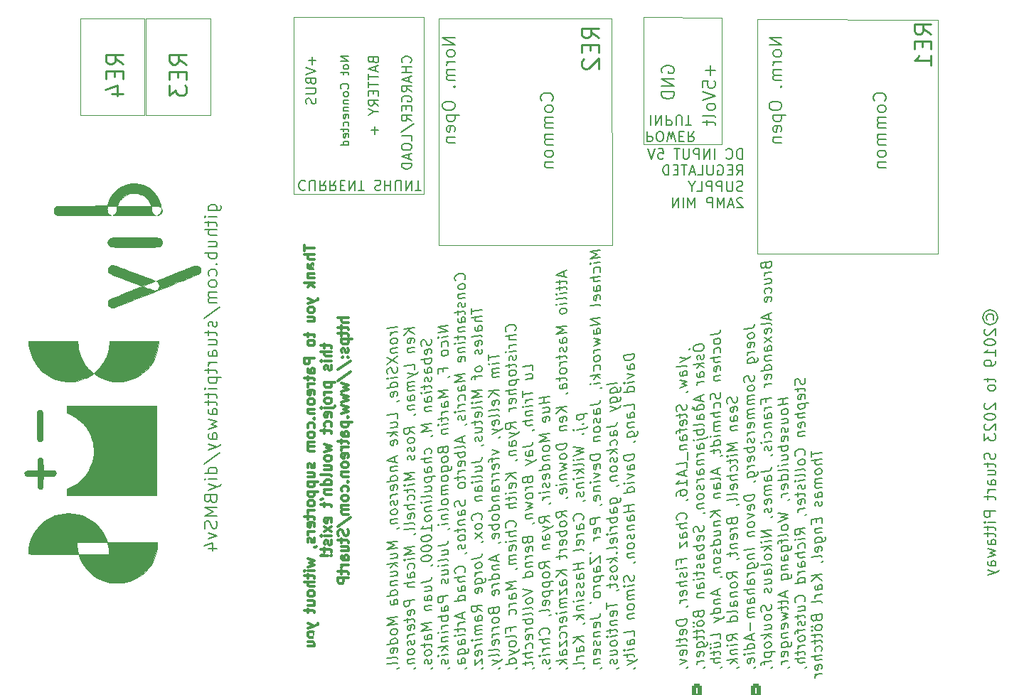
<source format=gbr>
%TF.GenerationSoftware,KiCad,Pcbnew,7.0.5-7.0.5~ubuntu20.04.1*%
%TF.CreationDate,2023-06-23T08:30:10+02:00*%
%TF.ProjectId,ControllerCircuit,436f6e74-726f-46c6-9c65-724369726375,rev?*%
%TF.SameCoordinates,Original*%
%TF.FileFunction,Legend,Bot*%
%TF.FilePolarity,Positive*%
%FSLAX46Y46*%
G04 Gerber Fmt 4.6, Leading zero omitted, Abs format (unit mm)*
G04 Created by KiCad (PCBNEW 7.0.5-7.0.5~ubuntu20.04.1) date 2023-06-23 08:30:10*
%MOMM*%
%LPD*%
G01*
G04 APERTURE LIST*
G04 Aperture macros list*
%AMRoundRect*
0 Rectangle with rounded corners*
0 $1 Rounding radius*
0 $2 $3 $4 $5 $6 $7 $8 $9 X,Y pos of 4 corners*
0 Add a 4 corners polygon primitive as box body*
4,1,4,$2,$3,$4,$5,$6,$7,$8,$9,$2,$3,0*
0 Add four circle primitives for the rounded corners*
1,1,$1+$1,$2,$3*
1,1,$1+$1,$4,$5*
1,1,$1+$1,$6,$7*
1,1,$1+$1,$8,$9*
0 Add four rect primitives between the rounded corners*
20,1,$1+$1,$2,$3,$4,$5,0*
20,1,$1+$1,$4,$5,$6,$7,0*
20,1,$1+$1,$6,$7,$8,$9,0*
20,1,$1+$1,$8,$9,$2,$3,0*%
G04 Aperture macros list end*
%ADD10C,0.120000*%
%ADD11C,0.150000*%
%ADD12C,0.300000*%
%ADD13C,0.200000*%
%ADD14C,0.250000*%
%ADD15C,0.010000*%
%ADD16C,4.000000*%
%ADD17R,2.000000X2.000000*%
%ADD18C,2.200000*%
%ADD19R,1.800000X1.800000*%
%ADD20C,1.800000*%
%ADD21C,1.560000*%
%ADD22R,1.700000X1.700000*%
%ADD23O,1.700000X1.700000*%
%ADD24RoundRect,0.249999X-0.350001X-0.625001X0.350001X-0.625001X0.350001X0.625001X-0.350001X0.625001X0*%
%ADD25O,1.200000X1.750000*%
%ADD26R,1.980000X1.980000*%
%ADD27C,2.000000*%
%ADD28R,1.900000X2.200000*%
%ADD29R,1.900000X1.900000*%
%ADD30C,1.900000*%
%ADD31R,2.200000X2.200000*%
%ADD32C,3.200000*%
G04 APERTURE END LIST*
D10*
X18770000Y87260000D02*
X18770000Y75740000D01*
X11140000Y87260000D02*
X18770000Y87260000D01*
X11140000Y75740000D02*
X11140000Y87260000D01*
X18770000Y75740000D02*
X11140000Y75740000D01*
X113240000Y87100000D02*
X91780000Y87200000D01*
X74440000Y87235000D02*
X53815000Y87245000D01*
X36590000Y87435000D02*
X52015000Y87440000D01*
X36590000Y66330000D02*
X36590000Y87455000D01*
X52015000Y66330000D02*
X36590000Y66330000D01*
X52015000Y87440000D02*
X52015000Y66330000D01*
X53815000Y60235000D02*
X74465000Y60235000D01*
X87510000Y87380000D02*
X87510000Y72270000D01*
X26610000Y75770000D02*
X18980000Y75770000D01*
X18980000Y87290000D02*
X26610000Y87290000D01*
X91780000Y87200000D02*
X91780000Y59220000D01*
X74465000Y60235000D02*
X74440000Y87235000D01*
X78250000Y87400000D02*
X87510000Y87380000D01*
X91780000Y59220000D02*
X113240000Y59220000D01*
X18980000Y75770000D02*
X18980000Y87290000D01*
X53815000Y87245000D02*
X53815000Y60235000D01*
X26610000Y87290000D02*
X26610000Y75770000D01*
X113240000Y59220000D02*
X113240000Y87100000D01*
X78250000Y72275000D02*
X78250000Y87400000D01*
X87510000Y72270000D02*
X78250000Y72275000D01*
D11*
X119103128Y51390474D02*
X119041223Y51514283D01*
X119041223Y51514283D02*
X119041223Y51761902D01*
X119041223Y51761902D02*
X119103128Y51885712D01*
X119103128Y51885712D02*
X119226938Y52009521D01*
X119226938Y52009521D02*
X119350747Y52071426D01*
X119350747Y52071426D02*
X119598366Y52071426D01*
X119598366Y52071426D02*
X119722176Y52009521D01*
X119722176Y52009521D02*
X119845985Y51885712D01*
X119845985Y51885712D02*
X119907890Y51761902D01*
X119907890Y51761902D02*
X119907890Y51514283D01*
X119907890Y51514283D02*
X119845985Y51390474D01*
X118607890Y51638093D02*
X118669795Y51947617D01*
X118669795Y51947617D02*
X118855509Y52257140D01*
X118855509Y52257140D02*
X119165033Y52442855D01*
X119165033Y52442855D02*
X119474557Y52504759D01*
X119474557Y52504759D02*
X119784080Y52442855D01*
X119784080Y52442855D02*
X120093604Y52257140D01*
X120093604Y52257140D02*
X120279319Y51947617D01*
X120279319Y51947617D02*
X120341223Y51638093D01*
X120341223Y51638093D02*
X120279319Y51328569D01*
X120279319Y51328569D02*
X120093604Y51019045D01*
X120093604Y51019045D02*
X119784080Y50833331D01*
X119784080Y50833331D02*
X119474557Y50771426D01*
X119474557Y50771426D02*
X119165033Y50833331D01*
X119165033Y50833331D02*
X118855509Y51019045D01*
X118855509Y51019045D02*
X118669795Y51328569D01*
X118669795Y51328569D02*
X118607890Y51638093D01*
X118917414Y50276188D02*
X118855509Y50214284D01*
X118855509Y50214284D02*
X118793604Y50090474D01*
X118793604Y50090474D02*
X118793604Y49780950D01*
X118793604Y49780950D02*
X118855509Y49657141D01*
X118855509Y49657141D02*
X118917414Y49595236D01*
X118917414Y49595236D02*
X119041223Y49533331D01*
X119041223Y49533331D02*
X119165033Y49533331D01*
X119165033Y49533331D02*
X119350747Y49595236D01*
X119350747Y49595236D02*
X120093604Y50338093D01*
X120093604Y50338093D02*
X120093604Y49533331D01*
X118793604Y48728570D02*
X118793604Y48604760D01*
X118793604Y48604760D02*
X118855509Y48480951D01*
X118855509Y48480951D02*
X118917414Y48419046D01*
X118917414Y48419046D02*
X119041223Y48357141D01*
X119041223Y48357141D02*
X119288842Y48295236D01*
X119288842Y48295236D02*
X119598366Y48295236D01*
X119598366Y48295236D02*
X119845985Y48357141D01*
X119845985Y48357141D02*
X119969795Y48419046D01*
X119969795Y48419046D02*
X120031700Y48480951D01*
X120031700Y48480951D02*
X120093604Y48604760D01*
X120093604Y48604760D02*
X120093604Y48728570D01*
X120093604Y48728570D02*
X120031700Y48852379D01*
X120031700Y48852379D02*
X119969795Y48914284D01*
X119969795Y48914284D02*
X119845985Y48976189D01*
X119845985Y48976189D02*
X119598366Y49038093D01*
X119598366Y49038093D02*
X119288842Y49038093D01*
X119288842Y49038093D02*
X119041223Y48976189D01*
X119041223Y48976189D02*
X118917414Y48914284D01*
X118917414Y48914284D02*
X118855509Y48852379D01*
X118855509Y48852379D02*
X118793604Y48728570D01*
X120093604Y47057141D02*
X120093604Y47799998D01*
X120093604Y47428570D02*
X118793604Y47428570D01*
X118793604Y47428570D02*
X118979319Y47552379D01*
X118979319Y47552379D02*
X119103128Y47676189D01*
X119103128Y47676189D02*
X119165033Y47799998D01*
X120093604Y46438094D02*
X120093604Y46190475D01*
X120093604Y46190475D02*
X120031700Y46066665D01*
X120031700Y46066665D02*
X119969795Y46004761D01*
X119969795Y46004761D02*
X119784080Y45880951D01*
X119784080Y45880951D02*
X119536461Y45819046D01*
X119536461Y45819046D02*
X119041223Y45819046D01*
X119041223Y45819046D02*
X118917414Y45880951D01*
X118917414Y45880951D02*
X118855509Y45942856D01*
X118855509Y45942856D02*
X118793604Y46066665D01*
X118793604Y46066665D02*
X118793604Y46314284D01*
X118793604Y46314284D02*
X118855509Y46438094D01*
X118855509Y46438094D02*
X118917414Y46499999D01*
X118917414Y46499999D02*
X119041223Y46561903D01*
X119041223Y46561903D02*
X119350747Y46561903D01*
X119350747Y46561903D02*
X119474557Y46499999D01*
X119474557Y46499999D02*
X119536461Y46438094D01*
X119536461Y46438094D02*
X119598366Y46314284D01*
X119598366Y46314284D02*
X119598366Y46066665D01*
X119598366Y46066665D02*
X119536461Y45942856D01*
X119536461Y45942856D02*
X119474557Y45880951D01*
X119474557Y45880951D02*
X119350747Y45819046D01*
X119226938Y44457142D02*
X119226938Y43961904D01*
X118793604Y44271428D02*
X119907890Y44271428D01*
X119907890Y44271428D02*
X120031700Y44209523D01*
X120031700Y44209523D02*
X120093604Y44085713D01*
X120093604Y44085713D02*
X120093604Y43961904D01*
X120093604Y43342856D02*
X120031700Y43466666D01*
X120031700Y43466666D02*
X119969795Y43528571D01*
X119969795Y43528571D02*
X119845985Y43590475D01*
X119845985Y43590475D02*
X119474557Y43590475D01*
X119474557Y43590475D02*
X119350747Y43528571D01*
X119350747Y43528571D02*
X119288842Y43466666D01*
X119288842Y43466666D02*
X119226938Y43342856D01*
X119226938Y43342856D02*
X119226938Y43157142D01*
X119226938Y43157142D02*
X119288842Y43033333D01*
X119288842Y43033333D02*
X119350747Y42971428D01*
X119350747Y42971428D02*
X119474557Y42909523D01*
X119474557Y42909523D02*
X119845985Y42909523D01*
X119845985Y42909523D02*
X119969795Y42971428D01*
X119969795Y42971428D02*
X120031700Y43033333D01*
X120031700Y43033333D02*
X120093604Y43157142D01*
X120093604Y43157142D02*
X120093604Y43342856D01*
X118917414Y41423809D02*
X118855509Y41361905D01*
X118855509Y41361905D02*
X118793604Y41238095D01*
X118793604Y41238095D02*
X118793604Y40928571D01*
X118793604Y40928571D02*
X118855509Y40804762D01*
X118855509Y40804762D02*
X118917414Y40742857D01*
X118917414Y40742857D02*
X119041223Y40680952D01*
X119041223Y40680952D02*
X119165033Y40680952D01*
X119165033Y40680952D02*
X119350747Y40742857D01*
X119350747Y40742857D02*
X120093604Y41485714D01*
X120093604Y41485714D02*
X120093604Y40680952D01*
X118793604Y39876191D02*
X118793604Y39752381D01*
X118793604Y39752381D02*
X118855509Y39628572D01*
X118855509Y39628572D02*
X118917414Y39566667D01*
X118917414Y39566667D02*
X119041223Y39504762D01*
X119041223Y39504762D02*
X119288842Y39442857D01*
X119288842Y39442857D02*
X119598366Y39442857D01*
X119598366Y39442857D02*
X119845985Y39504762D01*
X119845985Y39504762D02*
X119969795Y39566667D01*
X119969795Y39566667D02*
X120031700Y39628572D01*
X120031700Y39628572D02*
X120093604Y39752381D01*
X120093604Y39752381D02*
X120093604Y39876191D01*
X120093604Y39876191D02*
X120031700Y40000000D01*
X120031700Y40000000D02*
X119969795Y40061905D01*
X119969795Y40061905D02*
X119845985Y40123810D01*
X119845985Y40123810D02*
X119598366Y40185714D01*
X119598366Y40185714D02*
X119288842Y40185714D01*
X119288842Y40185714D02*
X119041223Y40123810D01*
X119041223Y40123810D02*
X118917414Y40061905D01*
X118917414Y40061905D02*
X118855509Y40000000D01*
X118855509Y40000000D02*
X118793604Y39876191D01*
X118917414Y38947619D02*
X118855509Y38885715D01*
X118855509Y38885715D02*
X118793604Y38761905D01*
X118793604Y38761905D02*
X118793604Y38452381D01*
X118793604Y38452381D02*
X118855509Y38328572D01*
X118855509Y38328572D02*
X118917414Y38266667D01*
X118917414Y38266667D02*
X119041223Y38204762D01*
X119041223Y38204762D02*
X119165033Y38204762D01*
X119165033Y38204762D02*
X119350747Y38266667D01*
X119350747Y38266667D02*
X120093604Y39009524D01*
X120093604Y39009524D02*
X120093604Y38204762D01*
X118793604Y37771429D02*
X118793604Y36966667D01*
X118793604Y36966667D02*
X119288842Y37400001D01*
X119288842Y37400001D02*
X119288842Y37214286D01*
X119288842Y37214286D02*
X119350747Y37090477D01*
X119350747Y37090477D02*
X119412652Y37028572D01*
X119412652Y37028572D02*
X119536461Y36966667D01*
X119536461Y36966667D02*
X119845985Y36966667D01*
X119845985Y36966667D02*
X119969795Y37028572D01*
X119969795Y37028572D02*
X120031700Y37090477D01*
X120031700Y37090477D02*
X120093604Y37214286D01*
X120093604Y37214286D02*
X120093604Y37585715D01*
X120093604Y37585715D02*
X120031700Y37709524D01*
X120031700Y37709524D02*
X119969795Y37771429D01*
X120031700Y35480953D02*
X120093604Y35295239D01*
X120093604Y35295239D02*
X120093604Y34985715D01*
X120093604Y34985715D02*
X120031700Y34861906D01*
X120031700Y34861906D02*
X119969795Y34800001D01*
X119969795Y34800001D02*
X119845985Y34738096D01*
X119845985Y34738096D02*
X119722176Y34738096D01*
X119722176Y34738096D02*
X119598366Y34800001D01*
X119598366Y34800001D02*
X119536461Y34861906D01*
X119536461Y34861906D02*
X119474557Y34985715D01*
X119474557Y34985715D02*
X119412652Y35233334D01*
X119412652Y35233334D02*
X119350747Y35357144D01*
X119350747Y35357144D02*
X119288842Y35419049D01*
X119288842Y35419049D02*
X119165033Y35480953D01*
X119165033Y35480953D02*
X119041223Y35480953D01*
X119041223Y35480953D02*
X118917414Y35419049D01*
X118917414Y35419049D02*
X118855509Y35357144D01*
X118855509Y35357144D02*
X118793604Y35233334D01*
X118793604Y35233334D02*
X118793604Y34923811D01*
X118793604Y34923811D02*
X118855509Y34738096D01*
X119226938Y34366668D02*
X119226938Y33871430D01*
X118793604Y34180954D02*
X119907890Y34180954D01*
X119907890Y34180954D02*
X120031700Y34119049D01*
X120031700Y34119049D02*
X120093604Y33995239D01*
X120093604Y33995239D02*
X120093604Y33871430D01*
X119226938Y32880954D02*
X120093604Y32880954D01*
X119226938Y33438097D02*
X119907890Y33438097D01*
X119907890Y33438097D02*
X120031700Y33376192D01*
X120031700Y33376192D02*
X120093604Y33252382D01*
X120093604Y33252382D02*
X120093604Y33066668D01*
X120093604Y33066668D02*
X120031700Y32942859D01*
X120031700Y32942859D02*
X119969795Y32880954D01*
X120093604Y31704764D02*
X119412652Y31704764D01*
X119412652Y31704764D02*
X119288842Y31766669D01*
X119288842Y31766669D02*
X119226938Y31890478D01*
X119226938Y31890478D02*
X119226938Y32138097D01*
X119226938Y32138097D02*
X119288842Y32261907D01*
X120031700Y31704764D02*
X120093604Y31828573D01*
X120093604Y31828573D02*
X120093604Y32138097D01*
X120093604Y32138097D02*
X120031700Y32261907D01*
X120031700Y32261907D02*
X119907890Y32323811D01*
X119907890Y32323811D02*
X119784080Y32323811D01*
X119784080Y32323811D02*
X119660271Y32261907D01*
X119660271Y32261907D02*
X119598366Y32138097D01*
X119598366Y32138097D02*
X119598366Y31828573D01*
X119598366Y31828573D02*
X119536461Y31704764D01*
X120093604Y31085717D02*
X119226938Y31085717D01*
X119474557Y31085717D02*
X119350747Y31023812D01*
X119350747Y31023812D02*
X119288842Y30961907D01*
X119288842Y30961907D02*
X119226938Y30838098D01*
X119226938Y30838098D02*
X119226938Y30714288D01*
X119226938Y30466669D02*
X119226938Y29971431D01*
X118793604Y30280955D02*
X119907890Y30280955D01*
X119907890Y30280955D02*
X120031700Y30219050D01*
X120031700Y30219050D02*
X120093604Y30095240D01*
X120093604Y30095240D02*
X120093604Y29971431D01*
X120093604Y28547622D02*
X118793604Y28547622D01*
X118793604Y28547622D02*
X118793604Y28052384D01*
X118793604Y28052384D02*
X118855509Y27928574D01*
X118855509Y27928574D02*
X118917414Y27866669D01*
X118917414Y27866669D02*
X119041223Y27804765D01*
X119041223Y27804765D02*
X119226938Y27804765D01*
X119226938Y27804765D02*
X119350747Y27866669D01*
X119350747Y27866669D02*
X119412652Y27928574D01*
X119412652Y27928574D02*
X119474557Y28052384D01*
X119474557Y28052384D02*
X119474557Y28547622D01*
X120093604Y27247622D02*
X119226938Y27247622D01*
X118793604Y27247622D02*
X118855509Y27309526D01*
X118855509Y27309526D02*
X118917414Y27247622D01*
X118917414Y27247622D02*
X118855509Y27185717D01*
X118855509Y27185717D02*
X118793604Y27247622D01*
X118793604Y27247622D02*
X118917414Y27247622D01*
X119226938Y26814288D02*
X119226938Y26319050D01*
X118793604Y26628574D02*
X119907890Y26628574D01*
X119907890Y26628574D02*
X120031700Y26566669D01*
X120031700Y26566669D02*
X120093604Y26442859D01*
X120093604Y26442859D02*
X120093604Y26319050D01*
X119226938Y26071431D02*
X119226938Y25576193D01*
X118793604Y25885717D02*
X119907890Y25885717D01*
X119907890Y25885717D02*
X120031700Y25823812D01*
X120031700Y25823812D02*
X120093604Y25700002D01*
X120093604Y25700002D02*
X120093604Y25576193D01*
X120093604Y24585717D02*
X119412652Y24585717D01*
X119412652Y24585717D02*
X119288842Y24647622D01*
X119288842Y24647622D02*
X119226938Y24771431D01*
X119226938Y24771431D02*
X119226938Y25019050D01*
X119226938Y25019050D02*
X119288842Y25142860D01*
X120031700Y24585717D02*
X120093604Y24709526D01*
X120093604Y24709526D02*
X120093604Y25019050D01*
X120093604Y25019050D02*
X120031700Y25142860D01*
X120031700Y25142860D02*
X119907890Y25204764D01*
X119907890Y25204764D02*
X119784080Y25204764D01*
X119784080Y25204764D02*
X119660271Y25142860D01*
X119660271Y25142860D02*
X119598366Y25019050D01*
X119598366Y25019050D02*
X119598366Y24709526D01*
X119598366Y24709526D02*
X119536461Y24585717D01*
X119226938Y24090479D02*
X120093604Y23842860D01*
X120093604Y23842860D02*
X119474557Y23595241D01*
X119474557Y23595241D02*
X120093604Y23347622D01*
X120093604Y23347622D02*
X119226938Y23100003D01*
X120093604Y22047622D02*
X119412652Y22047622D01*
X119412652Y22047622D02*
X119288842Y22109527D01*
X119288842Y22109527D02*
X119226938Y22233336D01*
X119226938Y22233336D02*
X119226938Y22480955D01*
X119226938Y22480955D02*
X119288842Y22604765D01*
X120031700Y22047622D02*
X120093604Y22171431D01*
X120093604Y22171431D02*
X120093604Y22480955D01*
X120093604Y22480955D02*
X120031700Y22604765D01*
X120031700Y22604765D02*
X119907890Y22666669D01*
X119907890Y22666669D02*
X119784080Y22666669D01*
X119784080Y22666669D02*
X119660271Y22604765D01*
X119660271Y22604765D02*
X119598366Y22480955D01*
X119598366Y22480955D02*
X119598366Y22171431D01*
X119598366Y22171431D02*
X119536461Y22047622D01*
X119226938Y21552384D02*
X120093604Y21242860D01*
X119226938Y20933337D02*
X120093604Y21242860D01*
X120093604Y21242860D02*
X120403128Y21366670D01*
X120403128Y21366670D02*
X120465033Y21428575D01*
X120465033Y21428575D02*
X120526938Y21552384D01*
D12*
X37800173Y60255951D02*
X37800173Y59541665D01*
X39050173Y59898808D02*
X37800173Y59898808D01*
X39050173Y59124998D02*
X37800173Y59124998D01*
X39050173Y58589284D02*
X38395411Y58589284D01*
X38395411Y58589284D02*
X38276364Y58648808D01*
X38276364Y58648808D02*
X38216840Y58767856D01*
X38216840Y58767856D02*
X38216840Y58946427D01*
X38216840Y58946427D02*
X38276364Y59065475D01*
X38276364Y59065475D02*
X38335888Y59124998D01*
X39050173Y57458332D02*
X38395411Y57458332D01*
X38395411Y57458332D02*
X38276364Y57517856D01*
X38276364Y57517856D02*
X38216840Y57636904D01*
X38216840Y57636904D02*
X38216840Y57874999D01*
X38216840Y57874999D02*
X38276364Y57994046D01*
X38990650Y57458332D02*
X39050173Y57577380D01*
X39050173Y57577380D02*
X39050173Y57874999D01*
X39050173Y57874999D02*
X38990650Y57994046D01*
X38990650Y57994046D02*
X38871602Y58053570D01*
X38871602Y58053570D02*
X38752554Y58053570D01*
X38752554Y58053570D02*
X38633507Y57994046D01*
X38633507Y57994046D02*
X38573983Y57874999D01*
X38573983Y57874999D02*
X38573983Y57577380D01*
X38573983Y57577380D02*
X38514459Y57458332D01*
X38216840Y56863094D02*
X39050173Y56863094D01*
X38335888Y56863094D02*
X38276364Y56803571D01*
X38276364Y56803571D02*
X38216840Y56684523D01*
X38216840Y56684523D02*
X38216840Y56505952D01*
X38216840Y56505952D02*
X38276364Y56386904D01*
X38276364Y56386904D02*
X38395411Y56327380D01*
X38395411Y56327380D02*
X39050173Y56327380D01*
X39050173Y55732142D02*
X37800173Y55732142D01*
X38573983Y55613095D02*
X39050173Y55255952D01*
X38216840Y55255952D02*
X38693030Y55732142D01*
X38216840Y53886904D02*
X39050173Y53589285D01*
X38216840Y53291666D02*
X39050173Y53589285D01*
X39050173Y53589285D02*
X39347792Y53708333D01*
X39347792Y53708333D02*
X39407316Y53767856D01*
X39407316Y53767856D02*
X39466840Y53886904D01*
X39050173Y52636904D02*
X38990650Y52755952D01*
X38990650Y52755952D02*
X38931126Y52815475D01*
X38931126Y52815475D02*
X38812078Y52874999D01*
X38812078Y52874999D02*
X38454935Y52874999D01*
X38454935Y52874999D02*
X38335888Y52815475D01*
X38335888Y52815475D02*
X38276364Y52755952D01*
X38276364Y52755952D02*
X38216840Y52636904D01*
X38216840Y52636904D02*
X38216840Y52458333D01*
X38216840Y52458333D02*
X38276364Y52339285D01*
X38276364Y52339285D02*
X38335888Y52279761D01*
X38335888Y52279761D02*
X38454935Y52220237D01*
X38454935Y52220237D02*
X38812078Y52220237D01*
X38812078Y52220237D02*
X38931126Y52279761D01*
X38931126Y52279761D02*
X38990650Y52339285D01*
X38990650Y52339285D02*
X39050173Y52458333D01*
X39050173Y52458333D02*
X39050173Y52636904D01*
X38216840Y51148809D02*
X39050173Y51148809D01*
X38216840Y51684523D02*
X38871602Y51684523D01*
X38871602Y51684523D02*
X38990650Y51625000D01*
X38990650Y51625000D02*
X39050173Y51505952D01*
X39050173Y51505952D02*
X39050173Y51327381D01*
X39050173Y51327381D02*
X38990650Y51208333D01*
X38990650Y51208333D02*
X38931126Y51148809D01*
X38216840Y49779762D02*
X38216840Y49303571D01*
X37800173Y49601190D02*
X38871602Y49601190D01*
X38871602Y49601190D02*
X38990650Y49541667D01*
X38990650Y49541667D02*
X39050173Y49422619D01*
X39050173Y49422619D02*
X39050173Y49303571D01*
X39050173Y48708333D02*
X38990650Y48827381D01*
X38990650Y48827381D02*
X38931126Y48886904D01*
X38931126Y48886904D02*
X38812078Y48946428D01*
X38812078Y48946428D02*
X38454935Y48946428D01*
X38454935Y48946428D02*
X38335888Y48886904D01*
X38335888Y48886904D02*
X38276364Y48827381D01*
X38276364Y48827381D02*
X38216840Y48708333D01*
X38216840Y48708333D02*
X38216840Y48529762D01*
X38216840Y48529762D02*
X38276364Y48410714D01*
X38276364Y48410714D02*
X38335888Y48351190D01*
X38335888Y48351190D02*
X38454935Y48291666D01*
X38454935Y48291666D02*
X38812078Y48291666D01*
X38812078Y48291666D02*
X38931126Y48351190D01*
X38931126Y48351190D02*
X38990650Y48410714D01*
X38990650Y48410714D02*
X39050173Y48529762D01*
X39050173Y48529762D02*
X39050173Y48708333D01*
X39050173Y46803571D02*
X37800173Y46803571D01*
X37800173Y46803571D02*
X37800173Y46327381D01*
X37800173Y46327381D02*
X37859697Y46208333D01*
X37859697Y46208333D02*
X37919221Y46148810D01*
X37919221Y46148810D02*
X38038269Y46089286D01*
X38038269Y46089286D02*
X38216840Y46089286D01*
X38216840Y46089286D02*
X38335888Y46148810D01*
X38335888Y46148810D02*
X38395411Y46208333D01*
X38395411Y46208333D02*
X38454935Y46327381D01*
X38454935Y46327381D02*
X38454935Y46803571D01*
X39050173Y45017857D02*
X38395411Y45017857D01*
X38395411Y45017857D02*
X38276364Y45077381D01*
X38276364Y45077381D02*
X38216840Y45196429D01*
X38216840Y45196429D02*
X38216840Y45434524D01*
X38216840Y45434524D02*
X38276364Y45553571D01*
X38990650Y45017857D02*
X39050173Y45136905D01*
X39050173Y45136905D02*
X39050173Y45434524D01*
X39050173Y45434524D02*
X38990650Y45553571D01*
X38990650Y45553571D02*
X38871602Y45613095D01*
X38871602Y45613095D02*
X38752554Y45613095D01*
X38752554Y45613095D02*
X38633507Y45553571D01*
X38633507Y45553571D02*
X38573983Y45434524D01*
X38573983Y45434524D02*
X38573983Y45136905D01*
X38573983Y45136905D02*
X38514459Y45017857D01*
X38216840Y44601191D02*
X38216840Y44125000D01*
X37800173Y44422619D02*
X38871602Y44422619D01*
X38871602Y44422619D02*
X38990650Y44363096D01*
X38990650Y44363096D02*
X39050173Y44244048D01*
X39050173Y44244048D02*
X39050173Y44125000D01*
X39050173Y43708333D02*
X38216840Y43708333D01*
X38454935Y43708333D02*
X38335888Y43648810D01*
X38335888Y43648810D02*
X38276364Y43589286D01*
X38276364Y43589286D02*
X38216840Y43470238D01*
X38216840Y43470238D02*
X38216840Y43351191D01*
X38990650Y42458333D02*
X39050173Y42577381D01*
X39050173Y42577381D02*
X39050173Y42815476D01*
X39050173Y42815476D02*
X38990650Y42934523D01*
X38990650Y42934523D02*
X38871602Y42994047D01*
X38871602Y42994047D02*
X38395411Y42994047D01*
X38395411Y42994047D02*
X38276364Y42934523D01*
X38276364Y42934523D02*
X38216840Y42815476D01*
X38216840Y42815476D02*
X38216840Y42577381D01*
X38216840Y42577381D02*
X38276364Y42458333D01*
X38276364Y42458333D02*
X38395411Y42398809D01*
X38395411Y42398809D02*
X38514459Y42398809D01*
X38514459Y42398809D02*
X38633507Y42994047D01*
X39050173Y41684523D02*
X38990650Y41803571D01*
X38990650Y41803571D02*
X38931126Y41863094D01*
X38931126Y41863094D02*
X38812078Y41922618D01*
X38812078Y41922618D02*
X38454935Y41922618D01*
X38454935Y41922618D02*
X38335888Y41863094D01*
X38335888Y41863094D02*
X38276364Y41803571D01*
X38276364Y41803571D02*
X38216840Y41684523D01*
X38216840Y41684523D02*
X38216840Y41505952D01*
X38216840Y41505952D02*
X38276364Y41386904D01*
X38276364Y41386904D02*
X38335888Y41327380D01*
X38335888Y41327380D02*
X38454935Y41267856D01*
X38454935Y41267856D02*
X38812078Y41267856D01*
X38812078Y41267856D02*
X38931126Y41327380D01*
X38931126Y41327380D02*
X38990650Y41386904D01*
X38990650Y41386904D02*
X39050173Y41505952D01*
X39050173Y41505952D02*
X39050173Y41684523D01*
X38216840Y40732142D02*
X39050173Y40732142D01*
X38335888Y40732142D02*
X38276364Y40672619D01*
X38276364Y40672619D02*
X38216840Y40553571D01*
X38216840Y40553571D02*
X38216840Y40375000D01*
X38216840Y40375000D02*
X38276364Y40255952D01*
X38276364Y40255952D02*
X38395411Y40196428D01*
X38395411Y40196428D02*
X39050173Y40196428D01*
X38931126Y39601190D02*
X38990650Y39541667D01*
X38990650Y39541667D02*
X39050173Y39601190D01*
X39050173Y39601190D02*
X38990650Y39660714D01*
X38990650Y39660714D02*
X38931126Y39601190D01*
X38931126Y39601190D02*
X39050173Y39601190D01*
X38990650Y38470238D02*
X39050173Y38589286D01*
X39050173Y38589286D02*
X39050173Y38827381D01*
X39050173Y38827381D02*
X38990650Y38946429D01*
X38990650Y38946429D02*
X38931126Y39005952D01*
X38931126Y39005952D02*
X38812078Y39065476D01*
X38812078Y39065476D02*
X38454935Y39065476D01*
X38454935Y39065476D02*
X38335888Y39005952D01*
X38335888Y39005952D02*
X38276364Y38946429D01*
X38276364Y38946429D02*
X38216840Y38827381D01*
X38216840Y38827381D02*
X38216840Y38589286D01*
X38216840Y38589286D02*
X38276364Y38470238D01*
X39050173Y37755952D02*
X38990650Y37875000D01*
X38990650Y37875000D02*
X38931126Y37934523D01*
X38931126Y37934523D02*
X38812078Y37994047D01*
X38812078Y37994047D02*
X38454935Y37994047D01*
X38454935Y37994047D02*
X38335888Y37934523D01*
X38335888Y37934523D02*
X38276364Y37875000D01*
X38276364Y37875000D02*
X38216840Y37755952D01*
X38216840Y37755952D02*
X38216840Y37577381D01*
X38216840Y37577381D02*
X38276364Y37458333D01*
X38276364Y37458333D02*
X38335888Y37398809D01*
X38335888Y37398809D02*
X38454935Y37339285D01*
X38454935Y37339285D02*
X38812078Y37339285D01*
X38812078Y37339285D02*
X38931126Y37398809D01*
X38931126Y37398809D02*
X38990650Y37458333D01*
X38990650Y37458333D02*
X39050173Y37577381D01*
X39050173Y37577381D02*
X39050173Y37755952D01*
X39050173Y36803571D02*
X38216840Y36803571D01*
X38335888Y36803571D02*
X38276364Y36744048D01*
X38276364Y36744048D02*
X38216840Y36625000D01*
X38216840Y36625000D02*
X38216840Y36446429D01*
X38216840Y36446429D02*
X38276364Y36327381D01*
X38276364Y36327381D02*
X38395411Y36267857D01*
X38395411Y36267857D02*
X39050173Y36267857D01*
X38395411Y36267857D02*
X38276364Y36208333D01*
X38276364Y36208333D02*
X38216840Y36089286D01*
X38216840Y36089286D02*
X38216840Y35910714D01*
X38216840Y35910714D02*
X38276364Y35791667D01*
X38276364Y35791667D02*
X38395411Y35732143D01*
X38395411Y35732143D02*
X39050173Y35732143D01*
X38990650Y34244047D02*
X39050173Y34125000D01*
X39050173Y34125000D02*
X39050173Y33886904D01*
X39050173Y33886904D02*
X38990650Y33767857D01*
X38990650Y33767857D02*
X38871602Y33708333D01*
X38871602Y33708333D02*
X38812078Y33708333D01*
X38812078Y33708333D02*
X38693030Y33767857D01*
X38693030Y33767857D02*
X38633507Y33886904D01*
X38633507Y33886904D02*
X38633507Y34065476D01*
X38633507Y34065476D02*
X38573983Y34184523D01*
X38573983Y34184523D02*
X38454935Y34244047D01*
X38454935Y34244047D02*
X38395411Y34244047D01*
X38395411Y34244047D02*
X38276364Y34184523D01*
X38276364Y34184523D02*
X38216840Y34065476D01*
X38216840Y34065476D02*
X38216840Y33886904D01*
X38216840Y33886904D02*
X38276364Y33767857D01*
X38216840Y32636904D02*
X39050173Y32636904D01*
X38216840Y33172618D02*
X38871602Y33172618D01*
X38871602Y33172618D02*
X38990650Y33113095D01*
X38990650Y33113095D02*
X39050173Y32994047D01*
X39050173Y32994047D02*
X39050173Y32815476D01*
X39050173Y32815476D02*
X38990650Y32696428D01*
X38990650Y32696428D02*
X38931126Y32636904D01*
X38216840Y32041666D02*
X39466840Y32041666D01*
X38276364Y32041666D02*
X38216840Y31922619D01*
X38216840Y31922619D02*
X38216840Y31684524D01*
X38216840Y31684524D02*
X38276364Y31565476D01*
X38276364Y31565476D02*
X38335888Y31505952D01*
X38335888Y31505952D02*
X38454935Y31446428D01*
X38454935Y31446428D02*
X38812078Y31446428D01*
X38812078Y31446428D02*
X38931126Y31505952D01*
X38931126Y31505952D02*
X38990650Y31565476D01*
X38990650Y31565476D02*
X39050173Y31684524D01*
X39050173Y31684524D02*
X39050173Y31922619D01*
X39050173Y31922619D02*
X38990650Y32041666D01*
X38216840Y30910714D02*
X39466840Y30910714D01*
X38276364Y30910714D02*
X38216840Y30791667D01*
X38216840Y30791667D02*
X38216840Y30553572D01*
X38216840Y30553572D02*
X38276364Y30434524D01*
X38276364Y30434524D02*
X38335888Y30375000D01*
X38335888Y30375000D02*
X38454935Y30315476D01*
X38454935Y30315476D02*
X38812078Y30315476D01*
X38812078Y30315476D02*
X38931126Y30375000D01*
X38931126Y30375000D02*
X38990650Y30434524D01*
X38990650Y30434524D02*
X39050173Y30553572D01*
X39050173Y30553572D02*
X39050173Y30791667D01*
X39050173Y30791667D02*
X38990650Y30910714D01*
X39050173Y29601191D02*
X38990650Y29720239D01*
X38990650Y29720239D02*
X38931126Y29779762D01*
X38931126Y29779762D02*
X38812078Y29839286D01*
X38812078Y29839286D02*
X38454935Y29839286D01*
X38454935Y29839286D02*
X38335888Y29779762D01*
X38335888Y29779762D02*
X38276364Y29720239D01*
X38276364Y29720239D02*
X38216840Y29601191D01*
X38216840Y29601191D02*
X38216840Y29422620D01*
X38216840Y29422620D02*
X38276364Y29303572D01*
X38276364Y29303572D02*
X38335888Y29244048D01*
X38335888Y29244048D02*
X38454935Y29184524D01*
X38454935Y29184524D02*
X38812078Y29184524D01*
X38812078Y29184524D02*
X38931126Y29244048D01*
X38931126Y29244048D02*
X38990650Y29303572D01*
X38990650Y29303572D02*
X39050173Y29422620D01*
X39050173Y29422620D02*
X39050173Y29601191D01*
X39050173Y28648810D02*
X38216840Y28648810D01*
X38454935Y28648810D02*
X38335888Y28589287D01*
X38335888Y28589287D02*
X38276364Y28529763D01*
X38276364Y28529763D02*
X38216840Y28410715D01*
X38216840Y28410715D02*
X38216840Y28291668D01*
X38216840Y28053572D02*
X38216840Y27577381D01*
X37800173Y27875000D02*
X38871602Y27875000D01*
X38871602Y27875000D02*
X38990650Y27815477D01*
X38990650Y27815477D02*
X39050173Y27696429D01*
X39050173Y27696429D02*
X39050173Y27577381D01*
X38990650Y26684524D02*
X39050173Y26803572D01*
X39050173Y26803572D02*
X39050173Y27041667D01*
X39050173Y27041667D02*
X38990650Y27160714D01*
X38990650Y27160714D02*
X38871602Y27220238D01*
X38871602Y27220238D02*
X38395411Y27220238D01*
X38395411Y27220238D02*
X38276364Y27160714D01*
X38276364Y27160714D02*
X38216840Y27041667D01*
X38216840Y27041667D02*
X38216840Y26803572D01*
X38216840Y26803572D02*
X38276364Y26684524D01*
X38276364Y26684524D02*
X38395411Y26625000D01*
X38395411Y26625000D02*
X38514459Y26625000D01*
X38514459Y26625000D02*
X38633507Y27220238D01*
X39050173Y26089285D02*
X38216840Y26089285D01*
X38454935Y26089285D02*
X38335888Y26029762D01*
X38335888Y26029762D02*
X38276364Y25970238D01*
X38276364Y25970238D02*
X38216840Y25851190D01*
X38216840Y25851190D02*
X38216840Y25732143D01*
X38990650Y25374999D02*
X39050173Y25255952D01*
X39050173Y25255952D02*
X39050173Y25017856D01*
X39050173Y25017856D02*
X38990650Y24898809D01*
X38990650Y24898809D02*
X38871602Y24839285D01*
X38871602Y24839285D02*
X38812078Y24839285D01*
X38812078Y24839285D02*
X38693030Y24898809D01*
X38693030Y24898809D02*
X38633507Y25017856D01*
X38633507Y25017856D02*
X38633507Y25196428D01*
X38633507Y25196428D02*
X38573983Y25315475D01*
X38573983Y25315475D02*
X38454935Y25374999D01*
X38454935Y25374999D02*
X38395411Y25374999D01*
X38395411Y25374999D02*
X38276364Y25315475D01*
X38276364Y25315475D02*
X38216840Y25196428D01*
X38216840Y25196428D02*
X38216840Y25017856D01*
X38216840Y25017856D02*
X38276364Y24898809D01*
X38990650Y24244047D02*
X39050173Y24244047D01*
X39050173Y24244047D02*
X39169221Y24303570D01*
X39169221Y24303570D02*
X39228745Y24363094D01*
X38216840Y22874999D02*
X39050173Y22636904D01*
X39050173Y22636904D02*
X38454935Y22398809D01*
X38454935Y22398809D02*
X39050173Y22160713D01*
X39050173Y22160713D02*
X38216840Y21922618D01*
X39050173Y21446427D02*
X38216840Y21446427D01*
X37800173Y21446427D02*
X37859697Y21505951D01*
X37859697Y21505951D02*
X37919221Y21446427D01*
X37919221Y21446427D02*
X37859697Y21386904D01*
X37859697Y21386904D02*
X37800173Y21446427D01*
X37800173Y21446427D02*
X37919221Y21446427D01*
X38216840Y21029761D02*
X38216840Y20553570D01*
X37800173Y20851189D02*
X38871602Y20851189D01*
X38871602Y20851189D02*
X38990650Y20791666D01*
X38990650Y20791666D02*
X39050173Y20672618D01*
X39050173Y20672618D02*
X39050173Y20553570D01*
X39050173Y20136903D02*
X37800173Y20136903D01*
X39050173Y19601189D02*
X38395411Y19601189D01*
X38395411Y19601189D02*
X38276364Y19660713D01*
X38276364Y19660713D02*
X38216840Y19779761D01*
X38216840Y19779761D02*
X38216840Y19958332D01*
X38216840Y19958332D02*
X38276364Y20077380D01*
X38276364Y20077380D02*
X38335888Y20136903D01*
X39050173Y18827380D02*
X38990650Y18946428D01*
X38990650Y18946428D02*
X38931126Y19005951D01*
X38931126Y19005951D02*
X38812078Y19065475D01*
X38812078Y19065475D02*
X38454935Y19065475D01*
X38454935Y19065475D02*
X38335888Y19005951D01*
X38335888Y19005951D02*
X38276364Y18946428D01*
X38276364Y18946428D02*
X38216840Y18827380D01*
X38216840Y18827380D02*
X38216840Y18648809D01*
X38216840Y18648809D02*
X38276364Y18529761D01*
X38276364Y18529761D02*
X38335888Y18470237D01*
X38335888Y18470237D02*
X38454935Y18410713D01*
X38454935Y18410713D02*
X38812078Y18410713D01*
X38812078Y18410713D02*
X38931126Y18470237D01*
X38931126Y18470237D02*
X38990650Y18529761D01*
X38990650Y18529761D02*
X39050173Y18648809D01*
X39050173Y18648809D02*
X39050173Y18827380D01*
X38216840Y17339285D02*
X39050173Y17339285D01*
X38216840Y17874999D02*
X38871602Y17874999D01*
X38871602Y17874999D02*
X38990650Y17815476D01*
X38990650Y17815476D02*
X39050173Y17696428D01*
X39050173Y17696428D02*
X39050173Y17517857D01*
X39050173Y17517857D02*
X38990650Y17398809D01*
X38990650Y17398809D02*
X38931126Y17339285D01*
X38216840Y16922619D02*
X38216840Y16446428D01*
X37800173Y16744047D02*
X38871602Y16744047D01*
X38871602Y16744047D02*
X38990650Y16684524D01*
X38990650Y16684524D02*
X39050173Y16565476D01*
X39050173Y16565476D02*
X39050173Y16446428D01*
X38216840Y15196428D02*
X39050173Y14898809D01*
X38216840Y14601190D02*
X39050173Y14898809D01*
X39050173Y14898809D02*
X39347792Y15017857D01*
X39347792Y15017857D02*
X39407316Y15077380D01*
X39407316Y15077380D02*
X39466840Y15196428D01*
X39050173Y13946428D02*
X38990650Y14065476D01*
X38990650Y14065476D02*
X38931126Y14124999D01*
X38931126Y14124999D02*
X38812078Y14184523D01*
X38812078Y14184523D02*
X38454935Y14184523D01*
X38454935Y14184523D02*
X38335888Y14124999D01*
X38335888Y14124999D02*
X38276364Y14065476D01*
X38276364Y14065476D02*
X38216840Y13946428D01*
X38216840Y13946428D02*
X38216840Y13767857D01*
X38216840Y13767857D02*
X38276364Y13648809D01*
X38276364Y13648809D02*
X38335888Y13589285D01*
X38335888Y13589285D02*
X38454935Y13529761D01*
X38454935Y13529761D02*
X38812078Y13529761D01*
X38812078Y13529761D02*
X38931126Y13589285D01*
X38931126Y13589285D02*
X38990650Y13648809D01*
X38990650Y13648809D02*
X39050173Y13767857D01*
X39050173Y13767857D02*
X39050173Y13946428D01*
X38216840Y12458333D02*
X39050173Y12458333D01*
X38216840Y12994047D02*
X38871602Y12994047D01*
X38871602Y12994047D02*
X38990650Y12934524D01*
X38990650Y12934524D02*
X39050173Y12815476D01*
X39050173Y12815476D02*
X39050173Y12636905D01*
X39050173Y12636905D02*
X38990650Y12517857D01*
X38990650Y12517857D02*
X38931126Y12458333D01*
X40229340Y48470238D02*
X40229340Y47994047D01*
X39812673Y48291666D02*
X40884102Y48291666D01*
X40884102Y48291666D02*
X41003150Y48232143D01*
X41003150Y48232143D02*
X41062673Y48113095D01*
X41062673Y48113095D02*
X41062673Y47994047D01*
X41062673Y47577380D02*
X39812673Y47577380D01*
X41062673Y47041666D02*
X40407911Y47041666D01*
X40407911Y47041666D02*
X40288864Y47101190D01*
X40288864Y47101190D02*
X40229340Y47220238D01*
X40229340Y47220238D02*
X40229340Y47398809D01*
X40229340Y47398809D02*
X40288864Y47517857D01*
X40288864Y47517857D02*
X40348388Y47577380D01*
X41062673Y46446428D02*
X40229340Y46446428D01*
X39812673Y46446428D02*
X39872197Y46505952D01*
X39872197Y46505952D02*
X39931721Y46446428D01*
X39931721Y46446428D02*
X39872197Y46386905D01*
X39872197Y46386905D02*
X39812673Y46446428D01*
X39812673Y46446428D02*
X39931721Y46446428D01*
X41003150Y45910714D02*
X41062673Y45791667D01*
X41062673Y45791667D02*
X41062673Y45553571D01*
X41062673Y45553571D02*
X41003150Y45434524D01*
X41003150Y45434524D02*
X40884102Y45375000D01*
X40884102Y45375000D02*
X40824578Y45375000D01*
X40824578Y45375000D02*
X40705530Y45434524D01*
X40705530Y45434524D02*
X40646007Y45553571D01*
X40646007Y45553571D02*
X40646007Y45732143D01*
X40646007Y45732143D02*
X40586483Y45851190D01*
X40586483Y45851190D02*
X40467435Y45910714D01*
X40467435Y45910714D02*
X40407911Y45910714D01*
X40407911Y45910714D02*
X40288864Y45851190D01*
X40288864Y45851190D02*
X40229340Y45732143D01*
X40229340Y45732143D02*
X40229340Y45553571D01*
X40229340Y45553571D02*
X40288864Y45434524D01*
X40229340Y43886904D02*
X41479340Y43886904D01*
X40288864Y43886904D02*
X40229340Y43767857D01*
X40229340Y43767857D02*
X40229340Y43529762D01*
X40229340Y43529762D02*
X40288864Y43410714D01*
X40288864Y43410714D02*
X40348388Y43351190D01*
X40348388Y43351190D02*
X40467435Y43291666D01*
X40467435Y43291666D02*
X40824578Y43291666D01*
X40824578Y43291666D02*
X40943626Y43351190D01*
X40943626Y43351190D02*
X41003150Y43410714D01*
X41003150Y43410714D02*
X41062673Y43529762D01*
X41062673Y43529762D02*
X41062673Y43767857D01*
X41062673Y43767857D02*
X41003150Y43886904D01*
X41062673Y42755952D02*
X40229340Y42755952D01*
X40467435Y42755952D02*
X40348388Y42696429D01*
X40348388Y42696429D02*
X40288864Y42636905D01*
X40288864Y42636905D02*
X40229340Y42517857D01*
X40229340Y42517857D02*
X40229340Y42398810D01*
X41062673Y41803571D02*
X41003150Y41922619D01*
X41003150Y41922619D02*
X40943626Y41982142D01*
X40943626Y41982142D02*
X40824578Y42041666D01*
X40824578Y42041666D02*
X40467435Y42041666D01*
X40467435Y42041666D02*
X40348388Y41982142D01*
X40348388Y41982142D02*
X40288864Y41922619D01*
X40288864Y41922619D02*
X40229340Y41803571D01*
X40229340Y41803571D02*
X40229340Y41625000D01*
X40229340Y41625000D02*
X40288864Y41505952D01*
X40288864Y41505952D02*
X40348388Y41446428D01*
X40348388Y41446428D02*
X40467435Y41386904D01*
X40467435Y41386904D02*
X40824578Y41386904D01*
X40824578Y41386904D02*
X40943626Y41446428D01*
X40943626Y41446428D02*
X41003150Y41505952D01*
X41003150Y41505952D02*
X41062673Y41625000D01*
X41062673Y41625000D02*
X41062673Y41803571D01*
X40229340Y40851190D02*
X41300769Y40851190D01*
X41300769Y40851190D02*
X41419816Y40910714D01*
X41419816Y40910714D02*
X41479340Y41029762D01*
X41479340Y41029762D02*
X41479340Y41089286D01*
X39812673Y40851190D02*
X39872197Y40910714D01*
X39872197Y40910714D02*
X39931721Y40851190D01*
X39931721Y40851190D02*
X39872197Y40791667D01*
X39872197Y40791667D02*
X39812673Y40851190D01*
X39812673Y40851190D02*
X39931721Y40851190D01*
X41003150Y39779762D02*
X41062673Y39898810D01*
X41062673Y39898810D02*
X41062673Y40136905D01*
X41062673Y40136905D02*
X41003150Y40255952D01*
X41003150Y40255952D02*
X40884102Y40315476D01*
X40884102Y40315476D02*
X40407911Y40315476D01*
X40407911Y40315476D02*
X40288864Y40255952D01*
X40288864Y40255952D02*
X40229340Y40136905D01*
X40229340Y40136905D02*
X40229340Y39898810D01*
X40229340Y39898810D02*
X40288864Y39779762D01*
X40288864Y39779762D02*
X40407911Y39720238D01*
X40407911Y39720238D02*
X40526959Y39720238D01*
X40526959Y39720238D02*
X40646007Y40315476D01*
X41003150Y38648809D02*
X41062673Y38767857D01*
X41062673Y38767857D02*
X41062673Y39005952D01*
X41062673Y39005952D02*
X41003150Y39125000D01*
X41003150Y39125000D02*
X40943626Y39184523D01*
X40943626Y39184523D02*
X40824578Y39244047D01*
X40824578Y39244047D02*
X40467435Y39244047D01*
X40467435Y39244047D02*
X40348388Y39184523D01*
X40348388Y39184523D02*
X40288864Y39125000D01*
X40288864Y39125000D02*
X40229340Y39005952D01*
X40229340Y39005952D02*
X40229340Y38767857D01*
X40229340Y38767857D02*
X40288864Y38648809D01*
X40229340Y38291666D02*
X40229340Y37815475D01*
X39812673Y38113094D02*
X40884102Y38113094D01*
X40884102Y38113094D02*
X41003150Y38053571D01*
X41003150Y38053571D02*
X41062673Y37934523D01*
X41062673Y37934523D02*
X41062673Y37815475D01*
X40229340Y36565475D02*
X41062673Y36327380D01*
X41062673Y36327380D02*
X40467435Y36089285D01*
X40467435Y36089285D02*
X41062673Y35851189D01*
X41062673Y35851189D02*
X40229340Y35613094D01*
X41062673Y34958332D02*
X41003150Y35077380D01*
X41003150Y35077380D02*
X40943626Y35136903D01*
X40943626Y35136903D02*
X40824578Y35196427D01*
X40824578Y35196427D02*
X40467435Y35196427D01*
X40467435Y35196427D02*
X40348388Y35136903D01*
X40348388Y35136903D02*
X40288864Y35077380D01*
X40288864Y35077380D02*
X40229340Y34958332D01*
X40229340Y34958332D02*
X40229340Y34779761D01*
X40229340Y34779761D02*
X40288864Y34660713D01*
X40288864Y34660713D02*
X40348388Y34601189D01*
X40348388Y34601189D02*
X40467435Y34541665D01*
X40467435Y34541665D02*
X40824578Y34541665D01*
X40824578Y34541665D02*
X40943626Y34601189D01*
X40943626Y34601189D02*
X41003150Y34660713D01*
X41003150Y34660713D02*
X41062673Y34779761D01*
X41062673Y34779761D02*
X41062673Y34958332D01*
X40229340Y33470237D02*
X41062673Y33470237D01*
X40229340Y34005951D02*
X40884102Y34005951D01*
X40884102Y34005951D02*
X41003150Y33946428D01*
X41003150Y33946428D02*
X41062673Y33827380D01*
X41062673Y33827380D02*
X41062673Y33648809D01*
X41062673Y33648809D02*
X41003150Y33529761D01*
X41003150Y33529761D02*
X40943626Y33470237D01*
X41062673Y32696428D02*
X41003150Y32815476D01*
X41003150Y32815476D02*
X40884102Y32874999D01*
X40884102Y32874999D02*
X39812673Y32874999D01*
X41062673Y31684523D02*
X39812673Y31684523D01*
X41003150Y31684523D02*
X41062673Y31803571D01*
X41062673Y31803571D02*
X41062673Y32041666D01*
X41062673Y32041666D02*
X41003150Y32160714D01*
X41003150Y32160714D02*
X40943626Y32220237D01*
X40943626Y32220237D02*
X40824578Y32279761D01*
X40824578Y32279761D02*
X40467435Y32279761D01*
X40467435Y32279761D02*
X40348388Y32220237D01*
X40348388Y32220237D02*
X40288864Y32160714D01*
X40288864Y32160714D02*
X40229340Y32041666D01*
X40229340Y32041666D02*
X40229340Y31803571D01*
X40229340Y31803571D02*
X40288864Y31684523D01*
X40229340Y31089285D02*
X41062673Y31089285D01*
X40348388Y31089285D02*
X40288864Y31029762D01*
X40288864Y31029762D02*
X40229340Y30910714D01*
X40229340Y30910714D02*
X40229340Y30732143D01*
X40229340Y30732143D02*
X40288864Y30613095D01*
X40288864Y30613095D02*
X40407911Y30553571D01*
X40407911Y30553571D02*
X41062673Y30553571D01*
X39812673Y29898810D02*
X40050769Y30017857D01*
X40229340Y29541667D02*
X40229340Y29065476D01*
X39812673Y29363095D02*
X40884102Y29363095D01*
X40884102Y29363095D02*
X41003150Y29303572D01*
X41003150Y29303572D02*
X41062673Y29184524D01*
X41062673Y29184524D02*
X41062673Y29065476D01*
X41003150Y27220238D02*
X41062673Y27339286D01*
X41062673Y27339286D02*
X41062673Y27577381D01*
X41062673Y27577381D02*
X41003150Y27696428D01*
X41003150Y27696428D02*
X40884102Y27755952D01*
X40884102Y27755952D02*
X40407911Y27755952D01*
X40407911Y27755952D02*
X40288864Y27696428D01*
X40288864Y27696428D02*
X40229340Y27577381D01*
X40229340Y27577381D02*
X40229340Y27339286D01*
X40229340Y27339286D02*
X40288864Y27220238D01*
X40288864Y27220238D02*
X40407911Y27160714D01*
X40407911Y27160714D02*
X40526959Y27160714D01*
X40526959Y27160714D02*
X40646007Y27755952D01*
X41062673Y26744047D02*
X40229340Y26089285D01*
X40229340Y26744047D02*
X41062673Y26089285D01*
X41062673Y25613094D02*
X40229340Y25613094D01*
X39812673Y25613094D02*
X39872197Y25672618D01*
X39872197Y25672618D02*
X39931721Y25613094D01*
X39931721Y25613094D02*
X39872197Y25553571D01*
X39872197Y25553571D02*
X39812673Y25613094D01*
X39812673Y25613094D02*
X39931721Y25613094D01*
X41003150Y25077380D02*
X41062673Y24958333D01*
X41062673Y24958333D02*
X41062673Y24720237D01*
X41062673Y24720237D02*
X41003150Y24601190D01*
X41003150Y24601190D02*
X40884102Y24541666D01*
X40884102Y24541666D02*
X40824578Y24541666D01*
X40824578Y24541666D02*
X40705530Y24601190D01*
X40705530Y24601190D02*
X40646007Y24720237D01*
X40646007Y24720237D02*
X40646007Y24898809D01*
X40646007Y24898809D02*
X40586483Y25017856D01*
X40586483Y25017856D02*
X40467435Y25077380D01*
X40467435Y25077380D02*
X40407911Y25077380D01*
X40407911Y25077380D02*
X40288864Y25017856D01*
X40288864Y25017856D02*
X40229340Y24898809D01*
X40229340Y24898809D02*
X40229340Y24720237D01*
X40229340Y24720237D02*
X40288864Y24601190D01*
X40229340Y24184523D02*
X40229340Y23708332D01*
X39812673Y24005951D02*
X40884102Y24005951D01*
X40884102Y24005951D02*
X41003150Y23946428D01*
X41003150Y23946428D02*
X41062673Y23827380D01*
X41062673Y23827380D02*
X41062673Y23708332D01*
X40943626Y23291665D02*
X41003150Y23232142D01*
X41003150Y23232142D02*
X41062673Y23291665D01*
X41062673Y23291665D02*
X41003150Y23351189D01*
X41003150Y23351189D02*
X40943626Y23291665D01*
X40943626Y23291665D02*
X41062673Y23291665D01*
X40586483Y23291665D02*
X39872197Y23351189D01*
X39872197Y23351189D02*
X39812673Y23291665D01*
X39812673Y23291665D02*
X39872197Y23232142D01*
X39872197Y23232142D02*
X40586483Y23291665D01*
X40586483Y23291665D02*
X39812673Y23291665D01*
X43075173Y51595238D02*
X41825173Y51595238D01*
X43075173Y51059524D02*
X42420411Y51059524D01*
X42420411Y51059524D02*
X42301364Y51119048D01*
X42301364Y51119048D02*
X42241840Y51238096D01*
X42241840Y51238096D02*
X42241840Y51416667D01*
X42241840Y51416667D02*
X42301364Y51535715D01*
X42301364Y51535715D02*
X42360888Y51595238D01*
X42241840Y50642858D02*
X42241840Y50166667D01*
X41825173Y50464286D02*
X42896602Y50464286D01*
X42896602Y50464286D02*
X43015650Y50404763D01*
X43015650Y50404763D02*
X43075173Y50285715D01*
X43075173Y50285715D02*
X43075173Y50166667D01*
X42241840Y49928572D02*
X42241840Y49452381D01*
X41825173Y49750000D02*
X42896602Y49750000D01*
X42896602Y49750000D02*
X43015650Y49690477D01*
X43015650Y49690477D02*
X43075173Y49571429D01*
X43075173Y49571429D02*
X43075173Y49452381D01*
X42241840Y49035714D02*
X43491840Y49035714D01*
X42301364Y49035714D02*
X42241840Y48916667D01*
X42241840Y48916667D02*
X42241840Y48678572D01*
X42241840Y48678572D02*
X42301364Y48559524D01*
X42301364Y48559524D02*
X42360888Y48500000D01*
X42360888Y48500000D02*
X42479935Y48440476D01*
X42479935Y48440476D02*
X42837078Y48440476D01*
X42837078Y48440476D02*
X42956126Y48500000D01*
X42956126Y48500000D02*
X43015650Y48559524D01*
X43015650Y48559524D02*
X43075173Y48678572D01*
X43075173Y48678572D02*
X43075173Y48916667D01*
X43075173Y48916667D02*
X43015650Y49035714D01*
X43015650Y47964286D02*
X43075173Y47845239D01*
X43075173Y47845239D02*
X43075173Y47607143D01*
X43075173Y47607143D02*
X43015650Y47488096D01*
X43015650Y47488096D02*
X42896602Y47428572D01*
X42896602Y47428572D02*
X42837078Y47428572D01*
X42837078Y47428572D02*
X42718030Y47488096D01*
X42718030Y47488096D02*
X42658507Y47607143D01*
X42658507Y47607143D02*
X42658507Y47785715D01*
X42658507Y47785715D02*
X42598983Y47904762D01*
X42598983Y47904762D02*
X42479935Y47964286D01*
X42479935Y47964286D02*
X42420411Y47964286D01*
X42420411Y47964286D02*
X42301364Y47904762D01*
X42301364Y47904762D02*
X42241840Y47785715D01*
X42241840Y47785715D02*
X42241840Y47607143D01*
X42241840Y47607143D02*
X42301364Y47488096D01*
X42956126Y46892857D02*
X43015650Y46833334D01*
X43015650Y46833334D02*
X43075173Y46892857D01*
X43075173Y46892857D02*
X43015650Y46952381D01*
X43015650Y46952381D02*
X42956126Y46892857D01*
X42956126Y46892857D02*
X43075173Y46892857D01*
X42301364Y46892857D02*
X42360888Y46833334D01*
X42360888Y46833334D02*
X42420411Y46892857D01*
X42420411Y46892857D02*
X42360888Y46952381D01*
X42360888Y46952381D02*
X42301364Y46892857D01*
X42301364Y46892857D02*
X42420411Y46892857D01*
X41765650Y45404762D02*
X43372792Y46476191D01*
X41765650Y44095238D02*
X43372792Y45166667D01*
X42241840Y43797619D02*
X43075173Y43559524D01*
X43075173Y43559524D02*
X42479935Y43321429D01*
X42479935Y43321429D02*
X43075173Y43083333D01*
X43075173Y43083333D02*
X42241840Y42845238D01*
X42241840Y42488095D02*
X43075173Y42250000D01*
X43075173Y42250000D02*
X42479935Y42011905D01*
X42479935Y42011905D02*
X43075173Y41773809D01*
X43075173Y41773809D02*
X42241840Y41535714D01*
X42241840Y41178571D02*
X43075173Y40940476D01*
X43075173Y40940476D02*
X42479935Y40702381D01*
X42479935Y40702381D02*
X43075173Y40464285D01*
X43075173Y40464285D02*
X42241840Y40226190D01*
X42956126Y39749999D02*
X43015650Y39690476D01*
X43015650Y39690476D02*
X43075173Y39749999D01*
X43075173Y39749999D02*
X43015650Y39809523D01*
X43015650Y39809523D02*
X42956126Y39749999D01*
X42956126Y39749999D02*
X43075173Y39749999D01*
X42241840Y39154761D02*
X43491840Y39154761D01*
X42301364Y39154761D02*
X42241840Y39035714D01*
X42241840Y39035714D02*
X42241840Y38797619D01*
X42241840Y38797619D02*
X42301364Y38678571D01*
X42301364Y38678571D02*
X42360888Y38619047D01*
X42360888Y38619047D02*
X42479935Y38559523D01*
X42479935Y38559523D02*
X42837078Y38559523D01*
X42837078Y38559523D02*
X42956126Y38619047D01*
X42956126Y38619047D02*
X43015650Y38678571D01*
X43015650Y38678571D02*
X43075173Y38797619D01*
X43075173Y38797619D02*
X43075173Y39035714D01*
X43075173Y39035714D02*
X43015650Y39154761D01*
X43075173Y37488095D02*
X42420411Y37488095D01*
X42420411Y37488095D02*
X42301364Y37547619D01*
X42301364Y37547619D02*
X42241840Y37666667D01*
X42241840Y37666667D02*
X42241840Y37904762D01*
X42241840Y37904762D02*
X42301364Y38023809D01*
X43015650Y37488095D02*
X43075173Y37607143D01*
X43075173Y37607143D02*
X43075173Y37904762D01*
X43075173Y37904762D02*
X43015650Y38023809D01*
X43015650Y38023809D02*
X42896602Y38083333D01*
X42896602Y38083333D02*
X42777554Y38083333D01*
X42777554Y38083333D02*
X42658507Y38023809D01*
X42658507Y38023809D02*
X42598983Y37904762D01*
X42598983Y37904762D02*
X42598983Y37607143D01*
X42598983Y37607143D02*
X42539459Y37488095D01*
X42241840Y37071429D02*
X42241840Y36595238D01*
X41825173Y36892857D02*
X42896602Y36892857D01*
X42896602Y36892857D02*
X43015650Y36833334D01*
X43015650Y36833334D02*
X43075173Y36714286D01*
X43075173Y36714286D02*
X43075173Y36595238D01*
X43075173Y36178571D02*
X42241840Y36178571D01*
X42479935Y36178571D02*
X42360888Y36119048D01*
X42360888Y36119048D02*
X42301364Y36059524D01*
X42301364Y36059524D02*
X42241840Y35940476D01*
X42241840Y35940476D02*
X42241840Y35821429D01*
X43015650Y34928571D02*
X43075173Y35047619D01*
X43075173Y35047619D02*
X43075173Y35285714D01*
X43075173Y35285714D02*
X43015650Y35404761D01*
X43015650Y35404761D02*
X42896602Y35464285D01*
X42896602Y35464285D02*
X42420411Y35464285D01*
X42420411Y35464285D02*
X42301364Y35404761D01*
X42301364Y35404761D02*
X42241840Y35285714D01*
X42241840Y35285714D02*
X42241840Y35047619D01*
X42241840Y35047619D02*
X42301364Y34928571D01*
X42301364Y34928571D02*
X42420411Y34869047D01*
X42420411Y34869047D02*
X42539459Y34869047D01*
X42539459Y34869047D02*
X42658507Y35464285D01*
X43075173Y34154761D02*
X43015650Y34273809D01*
X43015650Y34273809D02*
X42956126Y34333332D01*
X42956126Y34333332D02*
X42837078Y34392856D01*
X42837078Y34392856D02*
X42479935Y34392856D01*
X42479935Y34392856D02*
X42360888Y34333332D01*
X42360888Y34333332D02*
X42301364Y34273809D01*
X42301364Y34273809D02*
X42241840Y34154761D01*
X42241840Y34154761D02*
X42241840Y33976190D01*
X42241840Y33976190D02*
X42301364Y33857142D01*
X42301364Y33857142D02*
X42360888Y33797618D01*
X42360888Y33797618D02*
X42479935Y33738094D01*
X42479935Y33738094D02*
X42837078Y33738094D01*
X42837078Y33738094D02*
X42956126Y33797618D01*
X42956126Y33797618D02*
X43015650Y33857142D01*
X43015650Y33857142D02*
X43075173Y33976190D01*
X43075173Y33976190D02*
X43075173Y34154761D01*
X42241840Y33202380D02*
X43075173Y33202380D01*
X42360888Y33202380D02*
X42301364Y33142857D01*
X42301364Y33142857D02*
X42241840Y33023809D01*
X42241840Y33023809D02*
X42241840Y32845238D01*
X42241840Y32845238D02*
X42301364Y32726190D01*
X42301364Y32726190D02*
X42420411Y32666666D01*
X42420411Y32666666D02*
X43075173Y32666666D01*
X42956126Y32071428D02*
X43015650Y32011905D01*
X43015650Y32011905D02*
X43075173Y32071428D01*
X43075173Y32071428D02*
X43015650Y32130952D01*
X43015650Y32130952D02*
X42956126Y32071428D01*
X42956126Y32071428D02*
X43075173Y32071428D01*
X43015650Y30940476D02*
X43075173Y31059524D01*
X43075173Y31059524D02*
X43075173Y31297619D01*
X43075173Y31297619D02*
X43015650Y31416667D01*
X43015650Y31416667D02*
X42956126Y31476190D01*
X42956126Y31476190D02*
X42837078Y31535714D01*
X42837078Y31535714D02*
X42479935Y31535714D01*
X42479935Y31535714D02*
X42360888Y31476190D01*
X42360888Y31476190D02*
X42301364Y31416667D01*
X42301364Y31416667D02*
X42241840Y31297619D01*
X42241840Y31297619D02*
X42241840Y31059524D01*
X42241840Y31059524D02*
X42301364Y30940476D01*
X43075173Y30226190D02*
X43015650Y30345238D01*
X43015650Y30345238D02*
X42956126Y30404761D01*
X42956126Y30404761D02*
X42837078Y30464285D01*
X42837078Y30464285D02*
X42479935Y30464285D01*
X42479935Y30464285D02*
X42360888Y30404761D01*
X42360888Y30404761D02*
X42301364Y30345238D01*
X42301364Y30345238D02*
X42241840Y30226190D01*
X42241840Y30226190D02*
X42241840Y30047619D01*
X42241840Y30047619D02*
X42301364Y29928571D01*
X42301364Y29928571D02*
X42360888Y29869047D01*
X42360888Y29869047D02*
X42479935Y29809523D01*
X42479935Y29809523D02*
X42837078Y29809523D01*
X42837078Y29809523D02*
X42956126Y29869047D01*
X42956126Y29869047D02*
X43015650Y29928571D01*
X43015650Y29928571D02*
X43075173Y30047619D01*
X43075173Y30047619D02*
X43075173Y30226190D01*
X43075173Y29273809D02*
X42241840Y29273809D01*
X42360888Y29273809D02*
X42301364Y29214286D01*
X42301364Y29214286D02*
X42241840Y29095238D01*
X42241840Y29095238D02*
X42241840Y28916667D01*
X42241840Y28916667D02*
X42301364Y28797619D01*
X42301364Y28797619D02*
X42420411Y28738095D01*
X42420411Y28738095D02*
X43075173Y28738095D01*
X42420411Y28738095D02*
X42301364Y28678571D01*
X42301364Y28678571D02*
X42241840Y28559524D01*
X42241840Y28559524D02*
X42241840Y28380952D01*
X42241840Y28380952D02*
X42301364Y28261905D01*
X42301364Y28261905D02*
X42420411Y28202381D01*
X42420411Y28202381D02*
X43075173Y28202381D01*
X41765650Y26714285D02*
X43372792Y27785714D01*
X43015650Y26357142D02*
X43075173Y26178571D01*
X43075173Y26178571D02*
X43075173Y25880952D01*
X43075173Y25880952D02*
X43015650Y25761904D01*
X43015650Y25761904D02*
X42956126Y25702380D01*
X42956126Y25702380D02*
X42837078Y25642857D01*
X42837078Y25642857D02*
X42718030Y25642857D01*
X42718030Y25642857D02*
X42598983Y25702380D01*
X42598983Y25702380D02*
X42539459Y25761904D01*
X42539459Y25761904D02*
X42479935Y25880952D01*
X42479935Y25880952D02*
X42420411Y26119047D01*
X42420411Y26119047D02*
X42360888Y26238095D01*
X42360888Y26238095D02*
X42301364Y26297618D01*
X42301364Y26297618D02*
X42182316Y26357142D01*
X42182316Y26357142D02*
X42063269Y26357142D01*
X42063269Y26357142D02*
X41944221Y26297618D01*
X41944221Y26297618D02*
X41884697Y26238095D01*
X41884697Y26238095D02*
X41825173Y26119047D01*
X41825173Y26119047D02*
X41825173Y25821428D01*
X41825173Y25821428D02*
X41884697Y25642857D01*
X42241840Y25285714D02*
X42241840Y24809523D01*
X41825173Y25107142D02*
X42896602Y25107142D01*
X42896602Y25107142D02*
X43015650Y25047619D01*
X43015650Y25047619D02*
X43075173Y24928571D01*
X43075173Y24928571D02*
X43075173Y24809523D01*
X42241840Y23857142D02*
X43075173Y23857142D01*
X42241840Y24392856D02*
X42896602Y24392856D01*
X42896602Y24392856D02*
X43015650Y24333333D01*
X43015650Y24333333D02*
X43075173Y24214285D01*
X43075173Y24214285D02*
X43075173Y24035714D01*
X43075173Y24035714D02*
X43015650Y23916666D01*
X43015650Y23916666D02*
X42956126Y23857142D01*
X43075173Y22726190D02*
X42420411Y22726190D01*
X42420411Y22726190D02*
X42301364Y22785714D01*
X42301364Y22785714D02*
X42241840Y22904762D01*
X42241840Y22904762D02*
X42241840Y23142857D01*
X42241840Y23142857D02*
X42301364Y23261904D01*
X43015650Y22726190D02*
X43075173Y22845238D01*
X43075173Y22845238D02*
X43075173Y23142857D01*
X43075173Y23142857D02*
X43015650Y23261904D01*
X43015650Y23261904D02*
X42896602Y23321428D01*
X42896602Y23321428D02*
X42777554Y23321428D01*
X42777554Y23321428D02*
X42658507Y23261904D01*
X42658507Y23261904D02*
X42598983Y23142857D01*
X42598983Y23142857D02*
X42598983Y22845238D01*
X42598983Y22845238D02*
X42539459Y22726190D01*
X43075173Y22130952D02*
X42241840Y22130952D01*
X42479935Y22130952D02*
X42360888Y22071429D01*
X42360888Y22071429D02*
X42301364Y22011905D01*
X42301364Y22011905D02*
X42241840Y21892857D01*
X42241840Y21892857D02*
X42241840Y21773810D01*
X42241840Y21535714D02*
X42241840Y21059523D01*
X41825173Y21357142D02*
X42896602Y21357142D01*
X42896602Y21357142D02*
X43015650Y21297619D01*
X43015650Y21297619D02*
X43075173Y21178571D01*
X43075173Y21178571D02*
X43075173Y21059523D01*
X43075173Y20642856D02*
X41825173Y20642856D01*
X41825173Y20642856D02*
X41825173Y20166666D01*
X41825173Y20166666D02*
X41884697Y20047618D01*
X41884697Y20047618D02*
X41944221Y19988095D01*
X41944221Y19988095D02*
X42063269Y19928571D01*
X42063269Y19928571D02*
X42241840Y19928571D01*
X42241840Y19928571D02*
X42360888Y19988095D01*
X42360888Y19988095D02*
X42420411Y20047618D01*
X42420411Y20047618D02*
X42479935Y20166666D01*
X42479935Y20166666D02*
X42479935Y20642856D01*
D13*
X48930373Y50518778D02*
X47680373Y50362528D01*
X48930373Y49923540D02*
X48097040Y49819373D01*
X48335135Y49849135D02*
X48216088Y49774730D01*
X48216088Y49774730D02*
X48156564Y49707766D01*
X48156564Y49707766D02*
X48097040Y49581278D01*
X48097040Y49581278D02*
X48097040Y49462230D01*
X48930373Y48971158D02*
X48870850Y49082766D01*
X48870850Y49082766D02*
X48811326Y49134849D01*
X48811326Y49134849D02*
X48692278Y49179492D01*
X48692278Y49179492D02*
X48335135Y49134849D01*
X48335135Y49134849D02*
X48216088Y49060444D01*
X48216088Y49060444D02*
X48156564Y48993480D01*
X48156564Y48993480D02*
X48097040Y48866992D01*
X48097040Y48866992D02*
X48097040Y48688420D01*
X48097040Y48688420D02*
X48156564Y48576813D01*
X48156564Y48576813D02*
X48216088Y48524730D01*
X48216088Y48524730D02*
X48335135Y48480087D01*
X48335135Y48480087D02*
X48692278Y48524730D01*
X48692278Y48524730D02*
X48811326Y48599135D01*
X48811326Y48599135D02*
X48870850Y48666099D01*
X48870850Y48666099D02*
X48930373Y48792587D01*
X48930373Y48792587D02*
X48930373Y48971158D01*
X48097040Y47914611D02*
X48930373Y48018778D01*
X48216088Y47929492D02*
X48156564Y47862528D01*
X48156564Y47862528D02*
X48097040Y47736040D01*
X48097040Y47736040D02*
X48097040Y47557468D01*
X48097040Y47557468D02*
X48156564Y47445861D01*
X48156564Y47445861D02*
X48275611Y47401218D01*
X48275611Y47401218D02*
X48930373Y47483064D01*
X47680373Y46850624D02*
X48930373Y46173540D01*
X47680373Y46017290D02*
X48930373Y47006874D01*
X48870850Y45749433D02*
X48930373Y45578302D01*
X48930373Y45578302D02*
X48930373Y45280683D01*
X48930373Y45280683D02*
X48870850Y45154195D01*
X48870850Y45154195D02*
X48811326Y45087231D01*
X48811326Y45087231D02*
X48692278Y45012826D01*
X48692278Y45012826D02*
X48573230Y44997945D01*
X48573230Y44997945D02*
X48454183Y45042588D01*
X48454183Y45042588D02*
X48394659Y45094671D01*
X48394659Y45094671D02*
X48335135Y45206278D01*
X48335135Y45206278D02*
X48275611Y45436933D01*
X48275611Y45436933D02*
X48216088Y45548540D01*
X48216088Y45548540D02*
X48156564Y45600624D01*
X48156564Y45600624D02*
X48037516Y45645267D01*
X48037516Y45645267D02*
X47918469Y45630386D01*
X47918469Y45630386D02*
X47799421Y45555981D01*
X47799421Y45555981D02*
X47739897Y45489017D01*
X47739897Y45489017D02*
X47680373Y45362528D01*
X47680373Y45362528D02*
X47680373Y45064909D01*
X47680373Y45064909D02*
X47739897Y44893778D01*
X48930373Y44506874D02*
X48097040Y44402707D01*
X47680373Y44350624D02*
X47739897Y44417588D01*
X47739897Y44417588D02*
X47799421Y44365505D01*
X47799421Y44365505D02*
X47739897Y44298541D01*
X47739897Y44298541D02*
X47680373Y44350624D01*
X47680373Y44350624D02*
X47799421Y44365505D01*
X48930373Y43375922D02*
X47680373Y43219672D01*
X48870850Y43368481D02*
X48930373Y43494969D01*
X48930373Y43494969D02*
X48930373Y43733064D01*
X48930373Y43733064D02*
X48870850Y43844672D01*
X48870850Y43844672D02*
X48811326Y43896755D01*
X48811326Y43896755D02*
X48692278Y43941398D01*
X48692278Y43941398D02*
X48335135Y43896755D01*
X48335135Y43896755D02*
X48216088Y43822350D01*
X48216088Y43822350D02*
X48156564Y43755386D01*
X48156564Y43755386D02*
X48097040Y43628898D01*
X48097040Y43628898D02*
X48097040Y43390803D01*
X48097040Y43390803D02*
X48156564Y43279195D01*
X48870850Y42297053D02*
X48930373Y42423541D01*
X48930373Y42423541D02*
X48930373Y42661636D01*
X48930373Y42661636D02*
X48870850Y42773243D01*
X48870850Y42773243D02*
X48751802Y42817886D01*
X48751802Y42817886D02*
X48275611Y42758362D01*
X48275611Y42758362D02*
X48156564Y42683958D01*
X48156564Y42683958D02*
X48097040Y42557470D01*
X48097040Y42557470D02*
X48097040Y42319374D01*
X48097040Y42319374D02*
X48156564Y42207767D01*
X48156564Y42207767D02*
X48275611Y42163124D01*
X48275611Y42163124D02*
X48394659Y42178005D01*
X48394659Y42178005D02*
X48513707Y42788124D01*
X48870850Y41642291D02*
X48930373Y41649731D01*
X48930373Y41649731D02*
X49049421Y41724136D01*
X49049421Y41724136D02*
X49108945Y41791100D01*
X48930373Y39566398D02*
X48930373Y40161636D01*
X48930373Y40161636D02*
X47680373Y40005386D01*
X48097040Y38509850D02*
X48930373Y38614017D01*
X48097040Y39045564D02*
X48751802Y39127409D01*
X48751802Y39127409D02*
X48870850Y39082767D01*
X48870850Y39082767D02*
X48930373Y38971159D01*
X48930373Y38971159D02*
X48930373Y38792588D01*
X48930373Y38792588D02*
X48870850Y38666100D01*
X48870850Y38666100D02*
X48811326Y38599136D01*
X48930373Y38018779D02*
X47680373Y37862529D01*
X48454183Y37840207D02*
X48930373Y37542588D01*
X48097040Y37438422D02*
X48573230Y37974136D01*
X48870850Y36523243D02*
X48930373Y36649731D01*
X48930373Y36649731D02*
X48930373Y36887826D01*
X48930373Y36887826D02*
X48870850Y36999433D01*
X48870850Y36999433D02*
X48751802Y37044076D01*
X48751802Y37044076D02*
X48275611Y36984552D01*
X48275611Y36984552D02*
X48156564Y36910148D01*
X48156564Y36910148D02*
X48097040Y36783660D01*
X48097040Y36783660D02*
X48097040Y36545564D01*
X48097040Y36545564D02*
X48156564Y36433957D01*
X48156564Y36433957D02*
X48275611Y36389314D01*
X48275611Y36389314D02*
X48394659Y36404195D01*
X48394659Y36404195D02*
X48513707Y37014314D01*
X48573230Y34997945D02*
X48573230Y34402707D01*
X48930373Y35161635D02*
X47680373Y34588719D01*
X47680373Y34588719D02*
X48930373Y34328302D01*
X48097040Y33807468D02*
X48930373Y33911635D01*
X48216088Y33822349D02*
X48156564Y33755385D01*
X48156564Y33755385D02*
X48097040Y33628897D01*
X48097040Y33628897D02*
X48097040Y33450325D01*
X48097040Y33450325D02*
X48156564Y33338718D01*
X48156564Y33338718D02*
X48275611Y33294075D01*
X48275611Y33294075D02*
X48930373Y33375921D01*
X48930373Y32244969D02*
X47680373Y32088719D01*
X48870850Y32237528D02*
X48930373Y32364016D01*
X48930373Y32364016D02*
X48930373Y32602111D01*
X48930373Y32602111D02*
X48870850Y32713719D01*
X48870850Y32713719D02*
X48811326Y32765802D01*
X48811326Y32765802D02*
X48692278Y32810445D01*
X48692278Y32810445D02*
X48335135Y32765802D01*
X48335135Y32765802D02*
X48216088Y32691397D01*
X48216088Y32691397D02*
X48156564Y32624433D01*
X48156564Y32624433D02*
X48097040Y32497945D01*
X48097040Y32497945D02*
X48097040Y32259850D01*
X48097040Y32259850D02*
X48156564Y32148242D01*
X48870850Y31166100D02*
X48930373Y31292588D01*
X48930373Y31292588D02*
X48930373Y31530683D01*
X48930373Y31530683D02*
X48870850Y31642290D01*
X48870850Y31642290D02*
X48751802Y31686933D01*
X48751802Y31686933D02*
X48275611Y31627409D01*
X48275611Y31627409D02*
X48156564Y31553005D01*
X48156564Y31553005D02*
X48097040Y31426517D01*
X48097040Y31426517D02*
X48097040Y31188421D01*
X48097040Y31188421D02*
X48156564Y31076814D01*
X48156564Y31076814D02*
X48275611Y31032171D01*
X48275611Y31032171D02*
X48394659Y31047052D01*
X48394659Y31047052D02*
X48513707Y31657171D01*
X48930373Y30578302D02*
X48097040Y30474135D01*
X48335135Y30503897D02*
X48216088Y30429492D01*
X48216088Y30429492D02*
X48156564Y30362528D01*
X48156564Y30362528D02*
X48097040Y30236040D01*
X48097040Y30236040D02*
X48097040Y30116992D01*
X48870850Y29856575D02*
X48930373Y29744968D01*
X48930373Y29744968D02*
X48930373Y29506873D01*
X48930373Y29506873D02*
X48870850Y29380385D01*
X48870850Y29380385D02*
X48751802Y29305980D01*
X48751802Y29305980D02*
X48692278Y29298540D01*
X48692278Y29298540D02*
X48573230Y29343182D01*
X48573230Y29343182D02*
X48513707Y29454790D01*
X48513707Y29454790D02*
X48513707Y29633361D01*
X48513707Y29633361D02*
X48454183Y29744968D01*
X48454183Y29744968D02*
X48335135Y29789611D01*
X48335135Y29789611D02*
X48275611Y29782170D01*
X48275611Y29782170D02*
X48156564Y29707766D01*
X48156564Y29707766D02*
X48097040Y29581278D01*
X48097040Y29581278D02*
X48097040Y29402706D01*
X48097040Y29402706D02*
X48156564Y29291099D01*
X48930373Y28614015D02*
X48870850Y28725623D01*
X48870850Y28725623D02*
X48811326Y28777706D01*
X48811326Y28777706D02*
X48692278Y28822349D01*
X48692278Y28822349D02*
X48335135Y28777706D01*
X48335135Y28777706D02*
X48216088Y28703301D01*
X48216088Y28703301D02*
X48156564Y28636337D01*
X48156564Y28636337D02*
X48097040Y28509849D01*
X48097040Y28509849D02*
X48097040Y28331277D01*
X48097040Y28331277D02*
X48156564Y28219670D01*
X48156564Y28219670D02*
X48216088Y28167587D01*
X48216088Y28167587D02*
X48335135Y28122944D01*
X48335135Y28122944D02*
X48692278Y28167587D01*
X48692278Y28167587D02*
X48811326Y28241992D01*
X48811326Y28241992D02*
X48870850Y28308956D01*
X48870850Y28308956D02*
X48930373Y28435444D01*
X48930373Y28435444D02*
X48930373Y28614015D01*
X48097040Y27557468D02*
X48930373Y27661635D01*
X48216088Y27572349D02*
X48156564Y27505385D01*
X48156564Y27505385D02*
X48097040Y27378897D01*
X48097040Y27378897D02*
X48097040Y27200325D01*
X48097040Y27200325D02*
X48156564Y27088718D01*
X48156564Y27088718D02*
X48275611Y27044075D01*
X48275611Y27044075D02*
X48930373Y27125921D01*
X48870850Y26463719D02*
X48930373Y26471159D01*
X48930373Y26471159D02*
X49049421Y26545564D01*
X49049421Y26545564D02*
X49108945Y26612528D01*
X48930373Y24983064D02*
X47680373Y24826814D01*
X47680373Y24826814D02*
X48573230Y24521754D01*
X48573230Y24521754D02*
X47680373Y23993481D01*
X47680373Y23993481D02*
X48930373Y24149731D01*
X48097040Y22914612D02*
X48930373Y23018779D01*
X48097040Y23450326D02*
X48751802Y23532171D01*
X48751802Y23532171D02*
X48870850Y23487529D01*
X48870850Y23487529D02*
X48930373Y23375921D01*
X48930373Y23375921D02*
X48930373Y23197350D01*
X48930373Y23197350D02*
X48870850Y23070862D01*
X48870850Y23070862D02*
X48811326Y23003898D01*
X48930373Y22423541D02*
X47680373Y22267291D01*
X48454183Y22244969D02*
X48930373Y21947350D01*
X48097040Y21843184D02*
X48573230Y22378898D01*
X48097040Y20771755D02*
X48930373Y20875922D01*
X48097040Y21307469D02*
X48751802Y21389314D01*
X48751802Y21389314D02*
X48870850Y21344672D01*
X48870850Y21344672D02*
X48930373Y21233064D01*
X48930373Y21233064D02*
X48930373Y21054493D01*
X48930373Y21054493D02*
X48870850Y20928005D01*
X48870850Y20928005D02*
X48811326Y20861041D01*
X48097040Y20176517D02*
X48930373Y20280684D01*
X48216088Y20191398D02*
X48156564Y20124434D01*
X48156564Y20124434D02*
X48097040Y19997946D01*
X48097040Y19997946D02*
X48097040Y19819374D01*
X48097040Y19819374D02*
X48156564Y19707767D01*
X48156564Y19707767D02*
X48275611Y19663124D01*
X48275611Y19663124D02*
X48930373Y19744970D01*
X48930373Y18614018D02*
X47680373Y18457768D01*
X48870850Y18606577D02*
X48930373Y18733065D01*
X48930373Y18733065D02*
X48930373Y18971160D01*
X48930373Y18971160D02*
X48870850Y19082768D01*
X48870850Y19082768D02*
X48811326Y19134851D01*
X48811326Y19134851D02*
X48692278Y19179494D01*
X48692278Y19179494D02*
X48335135Y19134851D01*
X48335135Y19134851D02*
X48216088Y19060446D01*
X48216088Y19060446D02*
X48156564Y18993482D01*
X48156564Y18993482D02*
X48097040Y18866994D01*
X48097040Y18866994D02*
X48097040Y18628899D01*
X48097040Y18628899D02*
X48156564Y18517291D01*
X48930373Y17483066D02*
X48275611Y17401220D01*
X48275611Y17401220D02*
X48156564Y17445863D01*
X48156564Y17445863D02*
X48097040Y17557470D01*
X48097040Y17557470D02*
X48097040Y17795566D01*
X48097040Y17795566D02*
X48156564Y17922054D01*
X48870850Y17475625D02*
X48930373Y17602113D01*
X48930373Y17602113D02*
X48930373Y17899732D01*
X48930373Y17899732D02*
X48870850Y18011339D01*
X48870850Y18011339D02*
X48751802Y18055982D01*
X48751802Y18055982D02*
X48632754Y18041101D01*
X48632754Y18041101D02*
X48513707Y17966697D01*
X48513707Y17966697D02*
X48454183Y17840208D01*
X48454183Y17840208D02*
X48454183Y17542589D01*
X48454183Y17542589D02*
X48394659Y17416101D01*
X48930373Y15935447D02*
X47680373Y15779197D01*
X47680373Y15779197D02*
X48573230Y15474137D01*
X48573230Y15474137D02*
X47680373Y14945864D01*
X47680373Y14945864D02*
X48930373Y15102114D01*
X48930373Y14328304D02*
X48870850Y14439912D01*
X48870850Y14439912D02*
X48811326Y14491995D01*
X48811326Y14491995D02*
X48692278Y14536638D01*
X48692278Y14536638D02*
X48335135Y14491995D01*
X48335135Y14491995D02*
X48216088Y14417590D01*
X48216088Y14417590D02*
X48156564Y14350626D01*
X48156564Y14350626D02*
X48097040Y14224138D01*
X48097040Y14224138D02*
X48097040Y14045566D01*
X48097040Y14045566D02*
X48156564Y13933959D01*
X48156564Y13933959D02*
X48216088Y13881876D01*
X48216088Y13881876D02*
X48335135Y13837233D01*
X48335135Y13837233D02*
X48692278Y13881876D01*
X48692278Y13881876D02*
X48811326Y13956281D01*
X48811326Y13956281D02*
X48870850Y14023245D01*
X48870850Y14023245D02*
X48930373Y14149733D01*
X48930373Y14149733D02*
X48930373Y14328304D01*
X48930373Y12840210D02*
X47680373Y12683960D01*
X48870850Y12832769D02*
X48930373Y12959257D01*
X48930373Y12959257D02*
X48930373Y13197352D01*
X48930373Y13197352D02*
X48870850Y13308960D01*
X48870850Y13308960D02*
X48811326Y13361043D01*
X48811326Y13361043D02*
X48692278Y13405686D01*
X48692278Y13405686D02*
X48335135Y13361043D01*
X48335135Y13361043D02*
X48216088Y13286638D01*
X48216088Y13286638D02*
X48156564Y13219674D01*
X48156564Y13219674D02*
X48097040Y13093186D01*
X48097040Y13093186D02*
X48097040Y12855091D01*
X48097040Y12855091D02*
X48156564Y12743483D01*
X48870850Y11761341D02*
X48930373Y11887829D01*
X48930373Y11887829D02*
X48930373Y12125924D01*
X48930373Y12125924D02*
X48870850Y12237531D01*
X48870850Y12237531D02*
X48751802Y12282174D01*
X48751802Y12282174D02*
X48275611Y12222650D01*
X48275611Y12222650D02*
X48156564Y12148246D01*
X48156564Y12148246D02*
X48097040Y12021758D01*
X48097040Y12021758D02*
X48097040Y11783662D01*
X48097040Y11783662D02*
X48156564Y11672055D01*
X48156564Y11672055D02*
X48275611Y11627412D01*
X48275611Y11627412D02*
X48394659Y11642293D01*
X48394659Y11642293D02*
X48513707Y12252412D01*
X48930373Y10994971D02*
X48870850Y11106579D01*
X48870850Y11106579D02*
X48751802Y11151221D01*
X48751802Y11151221D02*
X47680373Y11017293D01*
X48930373Y10340209D02*
X48870850Y10451817D01*
X48870850Y10451817D02*
X48751802Y10496459D01*
X48751802Y10496459D02*
X47680373Y10362531D01*
X48870850Y9797055D02*
X48930373Y9804495D01*
X48930373Y9804495D02*
X49049421Y9878900D01*
X49049421Y9878900D02*
X49108945Y9945864D01*
X50942873Y50399734D02*
X49692873Y50243484D01*
X50942873Y49685448D02*
X50228588Y50131877D01*
X49692873Y49529198D02*
X50407159Y50332770D01*
X50883350Y48666103D02*
X50942873Y48792591D01*
X50942873Y48792591D02*
X50942873Y49030686D01*
X50942873Y49030686D02*
X50883350Y49142293D01*
X50883350Y49142293D02*
X50764302Y49186936D01*
X50764302Y49186936D02*
X50288111Y49127412D01*
X50288111Y49127412D02*
X50169064Y49053008D01*
X50169064Y49053008D02*
X50109540Y48926520D01*
X50109540Y48926520D02*
X50109540Y48688424D01*
X50109540Y48688424D02*
X50169064Y48576817D01*
X50169064Y48576817D02*
X50288111Y48532174D01*
X50288111Y48532174D02*
X50407159Y48547055D01*
X50407159Y48547055D02*
X50526207Y49157174D01*
X50109540Y47974138D02*
X50942873Y48078305D01*
X50228588Y47989019D02*
X50169064Y47922055D01*
X50169064Y47922055D02*
X50109540Y47795567D01*
X50109540Y47795567D02*
X50109540Y47616995D01*
X50109540Y47616995D02*
X50169064Y47505388D01*
X50169064Y47505388D02*
X50288111Y47460745D01*
X50288111Y47460745D02*
X50942873Y47542591D01*
X50942873Y45399734D02*
X50942873Y45994972D01*
X50942873Y45994972D02*
X49692873Y45838722D01*
X50109540Y44997948D02*
X50942873Y44804495D01*
X50109540Y44402710D02*
X50942873Y44804495D01*
X50942873Y44804495D02*
X51240492Y44960745D01*
X51240492Y44960745D02*
X51300016Y45027710D01*
X51300016Y45027710D02*
X51359540Y45154198D01*
X50942873Y44030686D02*
X50109540Y43926519D01*
X50228588Y43941400D02*
X50169064Y43874436D01*
X50169064Y43874436D02*
X50109540Y43747948D01*
X50109540Y43747948D02*
X50109540Y43569376D01*
X50109540Y43569376D02*
X50169064Y43457769D01*
X50169064Y43457769D02*
X50288111Y43413126D01*
X50288111Y43413126D02*
X50942873Y43494972D01*
X50288111Y43413126D02*
X50169064Y43338722D01*
X50169064Y43338722D02*
X50109540Y43212234D01*
X50109540Y43212234D02*
X50109540Y43033662D01*
X50109540Y43033662D02*
X50169064Y42922055D01*
X50169064Y42922055D02*
X50288111Y42877412D01*
X50288111Y42877412D02*
X50942873Y42959257D01*
X50942873Y41828305D02*
X50288111Y41746459D01*
X50288111Y41746459D02*
X50169064Y41791102D01*
X50169064Y41791102D02*
X50109540Y41902709D01*
X50109540Y41902709D02*
X50109540Y42140805D01*
X50109540Y42140805D02*
X50169064Y42267293D01*
X50883350Y41820864D02*
X50942873Y41947352D01*
X50942873Y41947352D02*
X50942873Y42244971D01*
X50942873Y42244971D02*
X50883350Y42356578D01*
X50883350Y42356578D02*
X50764302Y42401221D01*
X50764302Y42401221D02*
X50645254Y42386340D01*
X50645254Y42386340D02*
X50526207Y42311936D01*
X50526207Y42311936D02*
X50466683Y42185447D01*
X50466683Y42185447D02*
X50466683Y41887828D01*
X50466683Y41887828D02*
X50407159Y41761340D01*
X50109540Y41128900D02*
X50942873Y41233067D01*
X50228588Y41143781D02*
X50169064Y41076817D01*
X50169064Y41076817D02*
X50109540Y40950329D01*
X50109540Y40950329D02*
X50109540Y40771757D01*
X50109540Y40771757D02*
X50169064Y40660150D01*
X50169064Y40660150D02*
X50288111Y40615507D01*
X50288111Y40615507D02*
X50942873Y40697353D01*
X50883350Y40035151D02*
X50942873Y40042591D01*
X50942873Y40042591D02*
X51061921Y40116996D01*
X51061921Y40116996D02*
X51121445Y40183960D01*
X50942873Y37840210D02*
X50347635Y38182472D01*
X50942873Y38554496D02*
X49692873Y38398246D01*
X49692873Y38398246D02*
X49692873Y37922055D01*
X49692873Y37922055D02*
X49752397Y37810448D01*
X49752397Y37810448D02*
X49811921Y37758365D01*
X49811921Y37758365D02*
X49930969Y37713722D01*
X49930969Y37713722D02*
X50109540Y37736044D01*
X50109540Y37736044D02*
X50228588Y37810448D01*
X50228588Y37810448D02*
X50288111Y37877413D01*
X50288111Y37877413D02*
X50347635Y38003901D01*
X50347635Y38003901D02*
X50347635Y38480091D01*
X50942873Y37125924D02*
X50883350Y37237532D01*
X50883350Y37237532D02*
X50823826Y37289615D01*
X50823826Y37289615D02*
X50704778Y37334258D01*
X50704778Y37334258D02*
X50347635Y37289615D01*
X50347635Y37289615D02*
X50228588Y37215210D01*
X50228588Y37215210D02*
X50169064Y37148246D01*
X50169064Y37148246D02*
X50109540Y37021758D01*
X50109540Y37021758D02*
X50109540Y36843186D01*
X50109540Y36843186D02*
X50169064Y36731579D01*
X50169064Y36731579D02*
X50228588Y36679496D01*
X50228588Y36679496D02*
X50347635Y36634853D01*
X50347635Y36634853D02*
X50704778Y36679496D01*
X50704778Y36679496D02*
X50823826Y36753901D01*
X50823826Y36753901D02*
X50883350Y36820865D01*
X50883350Y36820865D02*
X50942873Y36947353D01*
X50942873Y36947353D02*
X50942873Y37125924D01*
X50883350Y36225627D02*
X50942873Y36114020D01*
X50942873Y36114020D02*
X50942873Y35875925D01*
X50942873Y35875925D02*
X50883350Y35749437D01*
X50883350Y35749437D02*
X50764302Y35675032D01*
X50764302Y35675032D02*
X50704778Y35667592D01*
X50704778Y35667592D02*
X50585730Y35712234D01*
X50585730Y35712234D02*
X50526207Y35823842D01*
X50526207Y35823842D02*
X50526207Y36002413D01*
X50526207Y36002413D02*
X50466683Y36114020D01*
X50466683Y36114020D02*
X50347635Y36158663D01*
X50347635Y36158663D02*
X50288111Y36151222D01*
X50288111Y36151222D02*
X50169064Y36076818D01*
X50169064Y36076818D02*
X50109540Y35950330D01*
X50109540Y35950330D02*
X50109540Y35771758D01*
X50109540Y35771758D02*
X50169064Y35660151D01*
X50883350Y35213722D02*
X50942873Y35102115D01*
X50942873Y35102115D02*
X50942873Y34864020D01*
X50942873Y34864020D02*
X50883350Y34737532D01*
X50883350Y34737532D02*
X50764302Y34663127D01*
X50764302Y34663127D02*
X50704778Y34655687D01*
X50704778Y34655687D02*
X50585730Y34700329D01*
X50585730Y34700329D02*
X50526207Y34811937D01*
X50526207Y34811937D02*
X50526207Y34990508D01*
X50526207Y34990508D02*
X50466683Y35102115D01*
X50466683Y35102115D02*
X50347635Y35146758D01*
X50347635Y35146758D02*
X50288111Y35139317D01*
X50288111Y35139317D02*
X50169064Y35064913D01*
X50169064Y35064913D02*
X50109540Y34938425D01*
X50109540Y34938425D02*
X50109540Y34759853D01*
X50109540Y34759853D02*
X50169064Y34648246D01*
X50942873Y33197353D02*
X49692873Y33041103D01*
X49692873Y33041103D02*
X50585730Y32736043D01*
X50585730Y32736043D02*
X49692873Y32207770D01*
X49692873Y32207770D02*
X50942873Y32364020D01*
X50942873Y31768782D02*
X50109540Y31664615D01*
X49692873Y31612532D02*
X49752397Y31679496D01*
X49752397Y31679496D02*
X49811921Y31627413D01*
X49811921Y31627413D02*
X49752397Y31560449D01*
X49752397Y31560449D02*
X49692873Y31612532D01*
X49692873Y31612532D02*
X49811921Y31627413D01*
X50109540Y31247949D02*
X50109540Y30771758D01*
X49692873Y31017294D02*
X50764302Y31151222D01*
X50764302Y31151222D02*
X50883350Y31106580D01*
X50883350Y31106580D02*
X50942873Y30994972D01*
X50942873Y30994972D02*
X50942873Y30875925D01*
X50883350Y29916103D02*
X50942873Y30042591D01*
X50942873Y30042591D02*
X50942873Y30280686D01*
X50942873Y30280686D02*
X50883350Y30392294D01*
X50883350Y30392294D02*
X50823826Y30444377D01*
X50823826Y30444377D02*
X50704778Y30489020D01*
X50704778Y30489020D02*
X50347635Y30444377D01*
X50347635Y30444377D02*
X50228588Y30369972D01*
X50228588Y30369972D02*
X50169064Y30303008D01*
X50169064Y30303008D02*
X50109540Y30176520D01*
X50109540Y30176520D02*
X50109540Y29938425D01*
X50109540Y29938425D02*
X50169064Y29826817D01*
X50942873Y29387829D02*
X49692873Y29231579D01*
X50942873Y28852115D02*
X50288111Y28770269D01*
X50288111Y28770269D02*
X50169064Y28814912D01*
X50169064Y28814912D02*
X50109540Y28926519D01*
X50109540Y28926519D02*
X50109540Y29105091D01*
X50109540Y29105091D02*
X50169064Y29231579D01*
X50169064Y29231579D02*
X50228588Y29298543D01*
X50883350Y27773246D02*
X50942873Y27899734D01*
X50942873Y27899734D02*
X50942873Y28137829D01*
X50942873Y28137829D02*
X50883350Y28249436D01*
X50883350Y28249436D02*
X50764302Y28294079D01*
X50764302Y28294079D02*
X50288111Y28234555D01*
X50288111Y28234555D02*
X50169064Y28160151D01*
X50169064Y28160151D02*
X50109540Y28033663D01*
X50109540Y28033663D02*
X50109540Y27795567D01*
X50109540Y27795567D02*
X50169064Y27683960D01*
X50169064Y27683960D02*
X50288111Y27639317D01*
X50288111Y27639317D02*
X50407159Y27654198D01*
X50407159Y27654198D02*
X50526207Y28264317D01*
X50942873Y27006876D02*
X50883350Y27118484D01*
X50883350Y27118484D02*
X50764302Y27163126D01*
X50764302Y27163126D02*
X49692873Y27029198D01*
X50942873Y26352114D02*
X50883350Y26463722D01*
X50883350Y26463722D02*
X50764302Y26508364D01*
X50764302Y26508364D02*
X49692873Y26374436D01*
X50883350Y25808960D02*
X50942873Y25816400D01*
X50942873Y25816400D02*
X51061921Y25890805D01*
X51061921Y25890805D02*
X51121445Y25957769D01*
X50942873Y24328305D02*
X49692873Y24172055D01*
X49692873Y24172055D02*
X50585730Y23866995D01*
X50585730Y23866995D02*
X49692873Y23338722D01*
X49692873Y23338722D02*
X50942873Y23494972D01*
X50942873Y22899734D02*
X50109540Y22795567D01*
X49692873Y22743484D02*
X49752397Y22810448D01*
X49752397Y22810448D02*
X49811921Y22758365D01*
X49811921Y22758365D02*
X49752397Y22691401D01*
X49752397Y22691401D02*
X49692873Y22743484D01*
X49692873Y22743484D02*
X49811921Y22758365D01*
X50883350Y21761341D02*
X50942873Y21887829D01*
X50942873Y21887829D02*
X50942873Y22125924D01*
X50942873Y22125924D02*
X50883350Y22237532D01*
X50883350Y22237532D02*
X50823826Y22289615D01*
X50823826Y22289615D02*
X50704778Y22334258D01*
X50704778Y22334258D02*
X50347635Y22289615D01*
X50347635Y22289615D02*
X50228588Y22215210D01*
X50228588Y22215210D02*
X50169064Y22148246D01*
X50169064Y22148246D02*
X50109540Y22021758D01*
X50109540Y22021758D02*
X50109540Y21783663D01*
X50109540Y21783663D02*
X50169064Y21672055D01*
X50942873Y20697353D02*
X50288111Y20615507D01*
X50288111Y20615507D02*
X50169064Y20660150D01*
X50169064Y20660150D02*
X50109540Y20771757D01*
X50109540Y20771757D02*
X50109540Y21009853D01*
X50109540Y21009853D02*
X50169064Y21136341D01*
X50883350Y20689912D02*
X50942873Y20816400D01*
X50942873Y20816400D02*
X50942873Y21114019D01*
X50942873Y21114019D02*
X50883350Y21225626D01*
X50883350Y21225626D02*
X50764302Y21270269D01*
X50764302Y21270269D02*
X50645254Y21255388D01*
X50645254Y21255388D02*
X50526207Y21180984D01*
X50526207Y21180984D02*
X50466683Y21054495D01*
X50466683Y21054495D02*
X50466683Y20756876D01*
X50466683Y20756876D02*
X50407159Y20630388D01*
X50942873Y20102115D02*
X49692873Y19945865D01*
X50942873Y19566401D02*
X50288111Y19484555D01*
X50288111Y19484555D02*
X50169064Y19529198D01*
X50169064Y19529198D02*
X50109540Y19640805D01*
X50109540Y19640805D02*
X50109540Y19819377D01*
X50109540Y19819377D02*
X50169064Y19945865D01*
X50169064Y19945865D02*
X50228588Y20012829D01*
X50942873Y18018782D02*
X49692873Y17862532D01*
X49692873Y17862532D02*
X49692873Y17386341D01*
X49692873Y17386341D02*
X49752397Y17274734D01*
X49752397Y17274734D02*
X49811921Y17222651D01*
X49811921Y17222651D02*
X49930969Y17178008D01*
X49930969Y17178008D02*
X50109540Y17200330D01*
X50109540Y17200330D02*
X50228588Y17274734D01*
X50228588Y17274734D02*
X50288111Y17341699D01*
X50288111Y17341699D02*
X50347635Y17468187D01*
X50347635Y17468187D02*
X50347635Y17944377D01*
X50883350Y16285151D02*
X50942873Y16411639D01*
X50942873Y16411639D02*
X50942873Y16649734D01*
X50942873Y16649734D02*
X50883350Y16761341D01*
X50883350Y16761341D02*
X50764302Y16805984D01*
X50764302Y16805984D02*
X50288111Y16746460D01*
X50288111Y16746460D02*
X50169064Y16672056D01*
X50169064Y16672056D02*
X50109540Y16545568D01*
X50109540Y16545568D02*
X50109540Y16307472D01*
X50109540Y16307472D02*
X50169064Y16195865D01*
X50169064Y16195865D02*
X50288111Y16151222D01*
X50288111Y16151222D02*
X50407159Y16166103D01*
X50407159Y16166103D02*
X50526207Y16776222D01*
X50109540Y15771758D02*
X50109540Y15295567D01*
X49692873Y15541103D02*
X50764302Y15675031D01*
X50764302Y15675031D02*
X50883350Y15630389D01*
X50883350Y15630389D02*
X50942873Y15518781D01*
X50942873Y15518781D02*
X50942873Y15399734D01*
X50883350Y14499436D02*
X50942873Y14625924D01*
X50942873Y14625924D02*
X50942873Y14864019D01*
X50942873Y14864019D02*
X50883350Y14975626D01*
X50883350Y14975626D02*
X50764302Y15020269D01*
X50764302Y15020269D02*
X50288111Y14960745D01*
X50288111Y14960745D02*
X50169064Y14886341D01*
X50169064Y14886341D02*
X50109540Y14759853D01*
X50109540Y14759853D02*
X50109540Y14521757D01*
X50109540Y14521757D02*
X50169064Y14410150D01*
X50169064Y14410150D02*
X50288111Y14365507D01*
X50288111Y14365507D02*
X50407159Y14380388D01*
X50407159Y14380388D02*
X50526207Y14990507D01*
X50942873Y13911638D02*
X50109540Y13807471D01*
X50347635Y13837233D02*
X50228588Y13762828D01*
X50228588Y13762828D02*
X50169064Y13695864D01*
X50169064Y13695864D02*
X50109540Y13569376D01*
X50109540Y13569376D02*
X50109540Y13450328D01*
X50883350Y13189911D02*
X50942873Y13078304D01*
X50942873Y13078304D02*
X50942873Y12840209D01*
X50942873Y12840209D02*
X50883350Y12713721D01*
X50883350Y12713721D02*
X50764302Y12639316D01*
X50764302Y12639316D02*
X50704778Y12631876D01*
X50704778Y12631876D02*
X50585730Y12676518D01*
X50585730Y12676518D02*
X50526207Y12788126D01*
X50526207Y12788126D02*
X50526207Y12966697D01*
X50526207Y12966697D02*
X50466683Y13078304D01*
X50466683Y13078304D02*
X50347635Y13122947D01*
X50347635Y13122947D02*
X50288111Y13115506D01*
X50288111Y13115506D02*
X50169064Y13041102D01*
X50169064Y13041102D02*
X50109540Y12914614D01*
X50109540Y12914614D02*
X50109540Y12736042D01*
X50109540Y12736042D02*
X50169064Y12624435D01*
X50942873Y11947351D02*
X50883350Y12058959D01*
X50883350Y12058959D02*
X50823826Y12111042D01*
X50823826Y12111042D02*
X50704778Y12155685D01*
X50704778Y12155685D02*
X50347635Y12111042D01*
X50347635Y12111042D02*
X50228588Y12036637D01*
X50228588Y12036637D02*
X50169064Y11969673D01*
X50169064Y11969673D02*
X50109540Y11843185D01*
X50109540Y11843185D02*
X50109540Y11664613D01*
X50109540Y11664613D02*
X50169064Y11553006D01*
X50169064Y11553006D02*
X50228588Y11500923D01*
X50228588Y11500923D02*
X50347635Y11456280D01*
X50347635Y11456280D02*
X50704778Y11500923D01*
X50704778Y11500923D02*
X50823826Y11575328D01*
X50823826Y11575328D02*
X50883350Y11642292D01*
X50883350Y11642292D02*
X50942873Y11768780D01*
X50942873Y11768780D02*
X50942873Y11947351D01*
X50109540Y10890804D02*
X50942873Y10994971D01*
X50228588Y10905685D02*
X50169064Y10838721D01*
X50169064Y10838721D02*
X50109540Y10712233D01*
X50109540Y10712233D02*
X50109540Y10533661D01*
X50109540Y10533661D02*
X50169064Y10422054D01*
X50169064Y10422054D02*
X50288111Y10377411D01*
X50288111Y10377411D02*
X50942873Y10459257D01*
X50883350Y9797055D02*
X50942873Y9804495D01*
X50942873Y9804495D02*
X51061921Y9878900D01*
X51061921Y9878900D02*
X51121445Y9945864D01*
X52895850Y49082763D02*
X52955373Y48911632D01*
X52955373Y48911632D02*
X52955373Y48614013D01*
X52955373Y48614013D02*
X52895850Y48487525D01*
X52895850Y48487525D02*
X52836326Y48420561D01*
X52836326Y48420561D02*
X52717278Y48346156D01*
X52717278Y48346156D02*
X52598230Y48331275D01*
X52598230Y48331275D02*
X52479183Y48375918D01*
X52479183Y48375918D02*
X52419659Y48428001D01*
X52419659Y48428001D02*
X52360135Y48539608D01*
X52360135Y48539608D02*
X52300611Y48770263D01*
X52300611Y48770263D02*
X52241088Y48881870D01*
X52241088Y48881870D02*
X52181564Y48933954D01*
X52181564Y48933954D02*
X52062516Y48978597D01*
X52062516Y48978597D02*
X51943469Y48963716D01*
X51943469Y48963716D02*
X51824421Y48889311D01*
X51824421Y48889311D02*
X51764897Y48822347D01*
X51764897Y48822347D02*
X51705373Y48695858D01*
X51705373Y48695858D02*
X51705373Y48398239D01*
X51705373Y48398239D02*
X51764897Y48227108D01*
X52895850Y47356573D02*
X52955373Y47483061D01*
X52955373Y47483061D02*
X52955373Y47721156D01*
X52955373Y47721156D02*
X52895850Y47832763D01*
X52895850Y47832763D02*
X52776802Y47877406D01*
X52776802Y47877406D02*
X52300611Y47817882D01*
X52300611Y47817882D02*
X52181564Y47743478D01*
X52181564Y47743478D02*
X52122040Y47616990D01*
X52122040Y47616990D02*
X52122040Y47378894D01*
X52122040Y47378894D02*
X52181564Y47267287D01*
X52181564Y47267287D02*
X52300611Y47222644D01*
X52300611Y47222644D02*
X52419659Y47237525D01*
X52419659Y47237525D02*
X52538707Y47847644D01*
X52955373Y46768775D02*
X51705373Y46612525D01*
X52181564Y46672049D02*
X52122040Y46545561D01*
X52122040Y46545561D02*
X52122040Y46307465D01*
X52122040Y46307465D02*
X52181564Y46195858D01*
X52181564Y46195858D02*
X52241088Y46143775D01*
X52241088Y46143775D02*
X52360135Y46099132D01*
X52360135Y46099132D02*
X52717278Y46143775D01*
X52717278Y46143775D02*
X52836326Y46218180D01*
X52836326Y46218180D02*
X52895850Y46285144D01*
X52895850Y46285144D02*
X52955373Y46411632D01*
X52955373Y46411632D02*
X52955373Y46649727D01*
X52955373Y46649727D02*
X52895850Y46761334D01*
X52955373Y45102109D02*
X52300611Y45020263D01*
X52300611Y45020263D02*
X52181564Y45064906D01*
X52181564Y45064906D02*
X52122040Y45176513D01*
X52122040Y45176513D02*
X52122040Y45414609D01*
X52122040Y45414609D02*
X52181564Y45541097D01*
X52895850Y45094668D02*
X52955373Y45221156D01*
X52955373Y45221156D02*
X52955373Y45518775D01*
X52955373Y45518775D02*
X52895850Y45630382D01*
X52895850Y45630382D02*
X52776802Y45675025D01*
X52776802Y45675025D02*
X52657754Y45660144D01*
X52657754Y45660144D02*
X52538707Y45585740D01*
X52538707Y45585740D02*
X52479183Y45459251D01*
X52479183Y45459251D02*
X52479183Y45161632D01*
X52479183Y45161632D02*
X52419659Y45035144D01*
X52895850Y44558954D02*
X52955373Y44447347D01*
X52955373Y44447347D02*
X52955373Y44209252D01*
X52955373Y44209252D02*
X52895850Y44082764D01*
X52895850Y44082764D02*
X52776802Y44008359D01*
X52776802Y44008359D02*
X52717278Y44000919D01*
X52717278Y44000919D02*
X52598230Y44045561D01*
X52598230Y44045561D02*
X52538707Y44157169D01*
X52538707Y44157169D02*
X52538707Y44335740D01*
X52538707Y44335740D02*
X52479183Y44447347D01*
X52479183Y44447347D02*
X52360135Y44491990D01*
X52360135Y44491990D02*
X52300611Y44484549D01*
X52300611Y44484549D02*
X52181564Y44410145D01*
X52181564Y44410145D02*
X52122040Y44283657D01*
X52122040Y44283657D02*
X52122040Y44105085D01*
X52122040Y44105085D02*
X52181564Y43993478D01*
X52122040Y43569371D02*
X52122040Y43093180D01*
X51705373Y43338716D02*
X52776802Y43472644D01*
X52776802Y43472644D02*
X52895850Y43428002D01*
X52895850Y43428002D02*
X52955373Y43316394D01*
X52955373Y43316394D02*
X52955373Y43197347D01*
X52955373Y42780680D02*
X52122040Y42676513D01*
X51705373Y42624430D02*
X51764897Y42691394D01*
X51764897Y42691394D02*
X51824421Y42639311D01*
X51824421Y42639311D02*
X51764897Y42572347D01*
X51764897Y42572347D02*
X51705373Y42624430D01*
X51705373Y42624430D02*
X51824421Y42639311D01*
X52955373Y41649728D02*
X52300611Y41567882D01*
X52300611Y41567882D02*
X52181564Y41612525D01*
X52181564Y41612525D02*
X52122040Y41724132D01*
X52122040Y41724132D02*
X52122040Y41962228D01*
X52122040Y41962228D02*
X52181564Y42088716D01*
X52895850Y41642287D02*
X52955373Y41768775D01*
X52955373Y41768775D02*
X52955373Y42066394D01*
X52955373Y42066394D02*
X52895850Y42178001D01*
X52895850Y42178001D02*
X52776802Y42222644D01*
X52776802Y42222644D02*
X52657754Y42207763D01*
X52657754Y42207763D02*
X52538707Y42133359D01*
X52538707Y42133359D02*
X52479183Y42006870D01*
X52479183Y42006870D02*
X52479183Y41709251D01*
X52479183Y41709251D02*
X52419659Y41582763D01*
X52122040Y40950323D02*
X52955373Y41054490D01*
X52241088Y40965204D02*
X52181564Y40898240D01*
X52181564Y40898240D02*
X52122040Y40771752D01*
X52122040Y40771752D02*
X52122040Y40593180D01*
X52122040Y40593180D02*
X52181564Y40481573D01*
X52181564Y40481573D02*
X52300611Y40436930D01*
X52300611Y40436930D02*
X52955373Y40518776D01*
X52955373Y38971157D02*
X51705373Y38814907D01*
X51705373Y38814907D02*
X52598230Y38509847D01*
X52598230Y38509847D02*
X51705373Y37981574D01*
X51705373Y37981574D02*
X52955373Y38137824D01*
X52895850Y37475622D02*
X52955373Y37483062D01*
X52955373Y37483062D02*
X53074421Y37557467D01*
X53074421Y37557467D02*
X53133945Y37624431D01*
X52895850Y35451812D02*
X52955373Y35578300D01*
X52955373Y35578300D02*
X52955373Y35816395D01*
X52955373Y35816395D02*
X52895850Y35928003D01*
X52895850Y35928003D02*
X52836326Y35980086D01*
X52836326Y35980086D02*
X52717278Y36024729D01*
X52717278Y36024729D02*
X52360135Y35980086D01*
X52360135Y35980086D02*
X52241088Y35905681D01*
X52241088Y35905681D02*
X52181564Y35838717D01*
X52181564Y35838717D02*
X52122040Y35712229D01*
X52122040Y35712229D02*
X52122040Y35474134D01*
X52122040Y35474134D02*
X52181564Y35362526D01*
X52955373Y34923538D02*
X51705373Y34767288D01*
X52955373Y34387824D02*
X52300611Y34305978D01*
X52300611Y34305978D02*
X52181564Y34350621D01*
X52181564Y34350621D02*
X52122040Y34462228D01*
X52122040Y34462228D02*
X52122040Y34640800D01*
X52122040Y34640800D02*
X52181564Y34767288D01*
X52181564Y34767288D02*
X52241088Y34834252D01*
X52955373Y33256872D02*
X52300611Y33175026D01*
X52300611Y33175026D02*
X52181564Y33219669D01*
X52181564Y33219669D02*
X52122040Y33331276D01*
X52122040Y33331276D02*
X52122040Y33569372D01*
X52122040Y33569372D02*
X52181564Y33695860D01*
X52895850Y33249431D02*
X52955373Y33375919D01*
X52955373Y33375919D02*
X52955373Y33673538D01*
X52955373Y33673538D02*
X52895850Y33785145D01*
X52895850Y33785145D02*
X52776802Y33829788D01*
X52776802Y33829788D02*
X52657754Y33814907D01*
X52657754Y33814907D02*
X52538707Y33740503D01*
X52538707Y33740503D02*
X52479183Y33614014D01*
X52479183Y33614014D02*
X52479183Y33316395D01*
X52479183Y33316395D02*
X52419659Y33189907D01*
X52122040Y32557467D02*
X53372040Y32713717D01*
X52181564Y32564908D02*
X52122040Y32438420D01*
X52122040Y32438420D02*
X52122040Y32200324D01*
X52122040Y32200324D02*
X52181564Y32088717D01*
X52181564Y32088717D02*
X52241088Y32036634D01*
X52241088Y32036634D02*
X52360135Y31991991D01*
X52360135Y31991991D02*
X52717278Y32036634D01*
X52717278Y32036634D02*
X52836326Y32111039D01*
X52836326Y32111039D02*
X52895850Y32178003D01*
X52895850Y32178003D02*
X52955373Y32304491D01*
X52955373Y32304491D02*
X52955373Y32542586D01*
X52955373Y32542586D02*
X52895850Y32654193D01*
X52122040Y30890801D02*
X52955373Y30994968D01*
X52122040Y31426515D02*
X52776802Y31508360D01*
X52776802Y31508360D02*
X52895850Y31463718D01*
X52895850Y31463718D02*
X52955373Y31352110D01*
X52955373Y31352110D02*
X52955373Y31173539D01*
X52955373Y31173539D02*
X52895850Y31047051D01*
X52895850Y31047051D02*
X52836326Y30980087D01*
X52955373Y30221158D02*
X52895850Y30332766D01*
X52895850Y30332766D02*
X52776802Y30377408D01*
X52776802Y30377408D02*
X51705373Y30243480D01*
X52955373Y29744968D02*
X52122040Y29640801D01*
X51705373Y29588718D02*
X51764897Y29655682D01*
X51764897Y29655682D02*
X51824421Y29603599D01*
X51824421Y29603599D02*
X51764897Y29536635D01*
X51764897Y29536635D02*
X51705373Y29588718D01*
X51705373Y29588718D02*
X51824421Y29603599D01*
X52122040Y29045563D02*
X52955373Y29149730D01*
X52241088Y29060444D02*
X52181564Y28993480D01*
X52181564Y28993480D02*
X52122040Y28866992D01*
X52122040Y28866992D02*
X52122040Y28688420D01*
X52122040Y28688420D02*
X52181564Y28576813D01*
X52181564Y28576813D02*
X52300611Y28532170D01*
X52300611Y28532170D02*
X52955373Y28614016D01*
X52955373Y27840206D02*
X52895850Y27951814D01*
X52895850Y27951814D02*
X52836326Y28003897D01*
X52836326Y28003897D02*
X52717278Y28048540D01*
X52717278Y28048540D02*
X52360135Y28003897D01*
X52360135Y28003897D02*
X52241088Y27929492D01*
X52241088Y27929492D02*
X52181564Y27862528D01*
X52181564Y27862528D02*
X52122040Y27736040D01*
X52122040Y27736040D02*
X52122040Y27557468D01*
X52122040Y27557468D02*
X52181564Y27445861D01*
X52181564Y27445861D02*
X52241088Y27393778D01*
X52241088Y27393778D02*
X52360135Y27349135D01*
X52360135Y27349135D02*
X52717278Y27393778D01*
X52717278Y27393778D02*
X52836326Y27468183D01*
X52836326Y27468183D02*
X52895850Y27535147D01*
X52895850Y27535147D02*
X52955373Y27661635D01*
X52955373Y27661635D02*
X52955373Y27840206D01*
X52955373Y26233064D02*
X52955373Y26947350D01*
X52955373Y26590207D02*
X51705373Y26433957D01*
X51705373Y26433957D02*
X51883945Y26575326D01*
X51883945Y26575326D02*
X52002992Y26709254D01*
X52002992Y26709254D02*
X52062516Y26835743D01*
X51705373Y25303005D02*
X51705373Y25183957D01*
X51705373Y25183957D02*
X51764897Y25072350D01*
X51764897Y25072350D02*
X51824421Y25020267D01*
X51824421Y25020267D02*
X51943469Y24975624D01*
X51943469Y24975624D02*
X52181564Y24945862D01*
X52181564Y24945862D02*
X52479183Y24983064D01*
X52479183Y24983064D02*
X52717278Y25072350D01*
X52717278Y25072350D02*
X52836326Y25146755D01*
X52836326Y25146755D02*
X52895850Y25213719D01*
X52895850Y25213719D02*
X52955373Y25340207D01*
X52955373Y25340207D02*
X52955373Y25459255D01*
X52955373Y25459255D02*
X52895850Y25570862D01*
X52895850Y25570862D02*
X52836326Y25622945D01*
X52836326Y25622945D02*
X52717278Y25667588D01*
X52717278Y25667588D02*
X52479183Y25697350D01*
X52479183Y25697350D02*
X52181564Y25660148D01*
X52181564Y25660148D02*
X51943469Y25570862D01*
X51943469Y25570862D02*
X51824421Y25496457D01*
X51824421Y25496457D02*
X51764897Y25429493D01*
X51764897Y25429493D02*
X51705373Y25303005D01*
X51705373Y24112529D02*
X51705373Y23993481D01*
X51705373Y23993481D02*
X51764897Y23881874D01*
X51764897Y23881874D02*
X51824421Y23829791D01*
X51824421Y23829791D02*
X51943469Y23785148D01*
X51943469Y23785148D02*
X52181564Y23755386D01*
X52181564Y23755386D02*
X52479183Y23792588D01*
X52479183Y23792588D02*
X52717278Y23881874D01*
X52717278Y23881874D02*
X52836326Y23956279D01*
X52836326Y23956279D02*
X52895850Y24023243D01*
X52895850Y24023243D02*
X52955373Y24149731D01*
X52955373Y24149731D02*
X52955373Y24268779D01*
X52955373Y24268779D02*
X52895850Y24380386D01*
X52895850Y24380386D02*
X52836326Y24432469D01*
X52836326Y24432469D02*
X52717278Y24477112D01*
X52717278Y24477112D02*
X52479183Y24506874D01*
X52479183Y24506874D02*
X52181564Y24469672D01*
X52181564Y24469672D02*
X51943469Y24380386D01*
X51943469Y24380386D02*
X51824421Y24305981D01*
X51824421Y24305981D02*
X51764897Y24239017D01*
X51764897Y24239017D02*
X51705373Y24112529D01*
X51705373Y22922053D02*
X51705373Y22803005D01*
X51705373Y22803005D02*
X51764897Y22691398D01*
X51764897Y22691398D02*
X51824421Y22639315D01*
X51824421Y22639315D02*
X51943469Y22594672D01*
X51943469Y22594672D02*
X52181564Y22564910D01*
X52181564Y22564910D02*
X52479183Y22602112D01*
X52479183Y22602112D02*
X52717278Y22691398D01*
X52717278Y22691398D02*
X52836326Y22765803D01*
X52836326Y22765803D02*
X52895850Y22832767D01*
X52895850Y22832767D02*
X52955373Y22959255D01*
X52955373Y22959255D02*
X52955373Y23078303D01*
X52955373Y23078303D02*
X52895850Y23189910D01*
X52895850Y23189910D02*
X52836326Y23241993D01*
X52836326Y23241993D02*
X52717278Y23286636D01*
X52717278Y23286636D02*
X52479183Y23316398D01*
X52479183Y23316398D02*
X52181564Y23279196D01*
X52181564Y23279196D02*
X51943469Y23189910D01*
X51943469Y23189910D02*
X51824421Y23115505D01*
X51824421Y23115505D02*
X51764897Y23048541D01*
X51764897Y23048541D02*
X51705373Y22922053D01*
X52895850Y22058958D02*
X52955373Y22066398D01*
X52955373Y22066398D02*
X53074421Y22140803D01*
X53074421Y22140803D02*
X53133945Y22207767D01*
X51705373Y20064910D02*
X52598230Y20176517D01*
X52598230Y20176517D02*
X52776802Y20258362D01*
X52776802Y20258362D02*
X52895850Y20392291D01*
X52895850Y20392291D02*
X52955373Y20578303D01*
X52955373Y20578303D02*
X52955373Y20697351D01*
X52122040Y18986041D02*
X52955373Y19090208D01*
X52122040Y19521755D02*
X52776802Y19603600D01*
X52776802Y19603600D02*
X52895850Y19558958D01*
X52895850Y19558958D02*
X52955373Y19447350D01*
X52955373Y19447350D02*
X52955373Y19268779D01*
X52955373Y19268779D02*
X52895850Y19142291D01*
X52895850Y19142291D02*
X52836326Y19075327D01*
X52955373Y17959256D02*
X52300611Y17877410D01*
X52300611Y17877410D02*
X52181564Y17922053D01*
X52181564Y17922053D02*
X52122040Y18033660D01*
X52122040Y18033660D02*
X52122040Y18271756D01*
X52122040Y18271756D02*
X52181564Y18398244D01*
X52895850Y17951815D02*
X52955373Y18078303D01*
X52955373Y18078303D02*
X52955373Y18375922D01*
X52955373Y18375922D02*
X52895850Y18487529D01*
X52895850Y18487529D02*
X52776802Y18532172D01*
X52776802Y18532172D02*
X52657754Y18517291D01*
X52657754Y18517291D02*
X52538707Y18442887D01*
X52538707Y18442887D02*
X52479183Y18316398D01*
X52479183Y18316398D02*
X52479183Y18018779D01*
X52479183Y18018779D02*
X52419659Y17892291D01*
X52122040Y17259851D02*
X52955373Y17364018D01*
X52241088Y17274732D02*
X52181564Y17207768D01*
X52181564Y17207768D02*
X52122040Y17081280D01*
X52122040Y17081280D02*
X52122040Y16902708D01*
X52122040Y16902708D02*
X52181564Y16791101D01*
X52181564Y16791101D02*
X52300611Y16746458D01*
X52300611Y16746458D02*
X52955373Y16828304D01*
X52955373Y15280685D02*
X51705373Y15124435D01*
X51705373Y15124435D02*
X52598230Y14819375D01*
X52598230Y14819375D02*
X51705373Y14291102D01*
X51705373Y14291102D02*
X52955373Y14447352D01*
X52955373Y13316400D02*
X52300611Y13234554D01*
X52300611Y13234554D02*
X52181564Y13279197D01*
X52181564Y13279197D02*
X52122040Y13390804D01*
X52122040Y13390804D02*
X52122040Y13628900D01*
X52122040Y13628900D02*
X52181564Y13755388D01*
X52895850Y13308959D02*
X52955373Y13435447D01*
X52955373Y13435447D02*
X52955373Y13733066D01*
X52955373Y13733066D02*
X52895850Y13844673D01*
X52895850Y13844673D02*
X52776802Y13889316D01*
X52776802Y13889316D02*
X52657754Y13874435D01*
X52657754Y13874435D02*
X52538707Y13800031D01*
X52538707Y13800031D02*
X52479183Y13673542D01*
X52479183Y13673542D02*
X52479183Y13375923D01*
X52479183Y13375923D02*
X52419659Y13249435D01*
X52122040Y12795567D02*
X52122040Y12319376D01*
X51705373Y12564912D02*
X52776802Y12698840D01*
X52776802Y12698840D02*
X52895850Y12654198D01*
X52895850Y12654198D02*
X52955373Y12542590D01*
X52955373Y12542590D02*
X52955373Y12423543D01*
X52955373Y11828304D02*
X52895850Y11939912D01*
X52895850Y11939912D02*
X52836326Y11991995D01*
X52836326Y11991995D02*
X52717278Y12036638D01*
X52717278Y12036638D02*
X52360135Y11991995D01*
X52360135Y11991995D02*
X52241088Y11917590D01*
X52241088Y11917590D02*
X52181564Y11850626D01*
X52181564Y11850626D02*
X52122040Y11724138D01*
X52122040Y11724138D02*
X52122040Y11545566D01*
X52122040Y11545566D02*
X52181564Y11433959D01*
X52181564Y11433959D02*
X52241088Y11381876D01*
X52241088Y11381876D02*
X52360135Y11337233D01*
X52360135Y11337233D02*
X52717278Y11381876D01*
X52717278Y11381876D02*
X52836326Y11456281D01*
X52836326Y11456281D02*
X52895850Y11523245D01*
X52895850Y11523245D02*
X52955373Y11649733D01*
X52955373Y11649733D02*
X52955373Y11828304D01*
X52895850Y10928007D02*
X52955373Y10816400D01*
X52955373Y10816400D02*
X52955373Y10578305D01*
X52955373Y10578305D02*
X52895850Y10451817D01*
X52895850Y10451817D02*
X52776802Y10377412D01*
X52776802Y10377412D02*
X52717278Y10369972D01*
X52717278Y10369972D02*
X52598230Y10414614D01*
X52598230Y10414614D02*
X52538707Y10526222D01*
X52538707Y10526222D02*
X52538707Y10704793D01*
X52538707Y10704793D02*
X52479183Y10816400D01*
X52479183Y10816400D02*
X52360135Y10861043D01*
X52360135Y10861043D02*
X52300611Y10853602D01*
X52300611Y10853602D02*
X52181564Y10779198D01*
X52181564Y10779198D02*
X52122040Y10652710D01*
X52122040Y10652710D02*
X52122040Y10474138D01*
X52122040Y10474138D02*
X52181564Y10362531D01*
X52895850Y9797055D02*
X52955373Y9804495D01*
X52955373Y9804495D02*
X53074421Y9878900D01*
X53074421Y9878900D02*
X53133945Y9945864D01*
X54967873Y50697350D02*
X53717873Y50541100D01*
X53717873Y50541100D02*
X54967873Y49983064D01*
X54967873Y49983064D02*
X53717873Y49826814D01*
X54967873Y49387826D02*
X54134540Y49283659D01*
X53717873Y49231576D02*
X53777397Y49298540D01*
X53777397Y49298540D02*
X53836921Y49246457D01*
X53836921Y49246457D02*
X53777397Y49179493D01*
X53777397Y49179493D02*
X53717873Y49231576D01*
X53717873Y49231576D02*
X53836921Y49246457D01*
X54908350Y48249433D02*
X54967873Y48375921D01*
X54967873Y48375921D02*
X54967873Y48614016D01*
X54967873Y48614016D02*
X54908350Y48725624D01*
X54908350Y48725624D02*
X54848826Y48777707D01*
X54848826Y48777707D02*
X54729778Y48822350D01*
X54729778Y48822350D02*
X54372635Y48777707D01*
X54372635Y48777707D02*
X54253588Y48703302D01*
X54253588Y48703302D02*
X54194064Y48636338D01*
X54194064Y48636338D02*
X54134540Y48509850D01*
X54134540Y48509850D02*
X54134540Y48271755D01*
X54134540Y48271755D02*
X54194064Y48160147D01*
X54967873Y47542587D02*
X54908350Y47654195D01*
X54908350Y47654195D02*
X54848826Y47706278D01*
X54848826Y47706278D02*
X54729778Y47750921D01*
X54729778Y47750921D02*
X54372635Y47706278D01*
X54372635Y47706278D02*
X54253588Y47631873D01*
X54253588Y47631873D02*
X54194064Y47564909D01*
X54194064Y47564909D02*
X54134540Y47438421D01*
X54134540Y47438421D02*
X54134540Y47259849D01*
X54134540Y47259849D02*
X54194064Y47148242D01*
X54194064Y47148242D02*
X54253588Y47096159D01*
X54253588Y47096159D02*
X54372635Y47051516D01*
X54372635Y47051516D02*
X54729778Y47096159D01*
X54729778Y47096159D02*
X54848826Y47170564D01*
X54848826Y47170564D02*
X54908350Y47237528D01*
X54908350Y47237528D02*
X54967873Y47364016D01*
X54967873Y47364016D02*
X54967873Y47542587D01*
X54313111Y45139314D02*
X54313111Y45555981D01*
X54967873Y45637826D02*
X53717873Y45481576D01*
X53717873Y45481576D02*
X53717873Y44886338D01*
X54908350Y44499433D02*
X54967873Y44506873D01*
X54967873Y44506873D02*
X55086921Y44581278D01*
X55086921Y44581278D02*
X55146445Y44648242D01*
X54967873Y43018778D02*
X53717873Y42862528D01*
X53717873Y42862528D02*
X54610730Y42557468D01*
X54610730Y42557468D02*
X53717873Y42029195D01*
X53717873Y42029195D02*
X54967873Y42185445D01*
X54967873Y41054493D02*
X54313111Y40972647D01*
X54313111Y40972647D02*
X54194064Y41017290D01*
X54194064Y41017290D02*
X54134540Y41128897D01*
X54134540Y41128897D02*
X54134540Y41366993D01*
X54134540Y41366993D02*
X54194064Y41493481D01*
X54908350Y41047052D02*
X54967873Y41173540D01*
X54967873Y41173540D02*
X54967873Y41471159D01*
X54967873Y41471159D02*
X54908350Y41582766D01*
X54908350Y41582766D02*
X54789302Y41627409D01*
X54789302Y41627409D02*
X54670254Y41612528D01*
X54670254Y41612528D02*
X54551207Y41538124D01*
X54551207Y41538124D02*
X54491683Y41411635D01*
X54491683Y41411635D02*
X54491683Y41114016D01*
X54491683Y41114016D02*
X54432159Y40987528D01*
X54967873Y40459255D02*
X54134540Y40355088D01*
X54372635Y40384850D02*
X54253588Y40310445D01*
X54253588Y40310445D02*
X54194064Y40243481D01*
X54194064Y40243481D02*
X54134540Y40116993D01*
X54134540Y40116993D02*
X54134540Y39997945D01*
X54134540Y39759850D02*
X54134540Y39283659D01*
X53717873Y39529195D02*
X54789302Y39663123D01*
X54789302Y39663123D02*
X54908350Y39618481D01*
X54908350Y39618481D02*
X54967873Y39506873D01*
X54967873Y39506873D02*
X54967873Y39387826D01*
X54967873Y38971159D02*
X54134540Y38866992D01*
X53717873Y38814909D02*
X53777397Y38881873D01*
X53777397Y38881873D02*
X53836921Y38829790D01*
X53836921Y38829790D02*
X53777397Y38762826D01*
X53777397Y38762826D02*
X53717873Y38814909D01*
X53717873Y38814909D02*
X53836921Y38829790D01*
X54134540Y38271754D02*
X54967873Y38375921D01*
X54253588Y38286635D02*
X54194064Y38219671D01*
X54194064Y38219671D02*
X54134540Y38093183D01*
X54134540Y38093183D02*
X54134540Y37914611D01*
X54134540Y37914611D02*
X54194064Y37803004D01*
X54194064Y37803004D02*
X54313111Y37758361D01*
X54313111Y37758361D02*
X54967873Y37840207D01*
X54313111Y35794076D02*
X54372635Y35622945D01*
X54372635Y35622945D02*
X54432159Y35570862D01*
X54432159Y35570862D02*
X54551207Y35526219D01*
X54551207Y35526219D02*
X54729778Y35548540D01*
X54729778Y35548540D02*
X54848826Y35622945D01*
X54848826Y35622945D02*
X54908350Y35689909D01*
X54908350Y35689909D02*
X54967873Y35816397D01*
X54967873Y35816397D02*
X54967873Y36292588D01*
X54967873Y36292588D02*
X53717873Y36136338D01*
X53717873Y36136338D02*
X53717873Y35719671D01*
X53717873Y35719671D02*
X53777397Y35608064D01*
X53777397Y35608064D02*
X53836921Y35555981D01*
X53836921Y35555981D02*
X53955969Y35511338D01*
X53955969Y35511338D02*
X54075016Y35526219D01*
X54075016Y35526219D02*
X54194064Y35600624D01*
X54194064Y35600624D02*
X54253588Y35667588D01*
X54253588Y35667588D02*
X54313111Y35794076D01*
X54313111Y35794076D02*
X54313111Y36210743D01*
X54967873Y34864016D02*
X54908350Y34975624D01*
X54908350Y34975624D02*
X54848826Y35027707D01*
X54848826Y35027707D02*
X54729778Y35072350D01*
X54729778Y35072350D02*
X54372635Y35027707D01*
X54372635Y35027707D02*
X54253588Y34953302D01*
X54253588Y34953302D02*
X54194064Y34886338D01*
X54194064Y34886338D02*
X54134540Y34759850D01*
X54134540Y34759850D02*
X54134540Y34581278D01*
X54134540Y34581278D02*
X54194064Y34469671D01*
X54194064Y34469671D02*
X54253588Y34417588D01*
X54253588Y34417588D02*
X54372635Y34372945D01*
X54372635Y34372945D02*
X54729778Y34417588D01*
X54729778Y34417588D02*
X54848826Y34491993D01*
X54848826Y34491993D02*
X54908350Y34558957D01*
X54908350Y34558957D02*
X54967873Y34685445D01*
X54967873Y34685445D02*
X54967873Y34864016D01*
X54134540Y33271755D02*
X55146445Y33398243D01*
X55146445Y33398243D02*
X55265492Y33472648D01*
X55265492Y33472648D02*
X55325016Y33539612D01*
X55325016Y33539612D02*
X55384540Y33666100D01*
X55384540Y33666100D02*
X55384540Y33844672D01*
X55384540Y33844672D02*
X55325016Y33956279D01*
X54908350Y33368481D02*
X54967873Y33494969D01*
X54967873Y33494969D02*
X54967873Y33733064D01*
X54967873Y33733064D02*
X54908350Y33844672D01*
X54908350Y33844672D02*
X54848826Y33896755D01*
X54848826Y33896755D02*
X54729778Y33941398D01*
X54729778Y33941398D02*
X54372635Y33896755D01*
X54372635Y33896755D02*
X54253588Y33822350D01*
X54253588Y33822350D02*
X54194064Y33755386D01*
X54194064Y33755386D02*
X54134540Y33628898D01*
X54134540Y33628898D02*
X54134540Y33390803D01*
X54134540Y33390803D02*
X54194064Y33279195D01*
X54967873Y32602112D02*
X54908350Y32713720D01*
X54908350Y32713720D02*
X54848826Y32765803D01*
X54848826Y32765803D02*
X54729778Y32810446D01*
X54729778Y32810446D02*
X54372635Y32765803D01*
X54372635Y32765803D02*
X54253588Y32691398D01*
X54253588Y32691398D02*
X54194064Y32624434D01*
X54194064Y32624434D02*
X54134540Y32497946D01*
X54134540Y32497946D02*
X54134540Y32319374D01*
X54134540Y32319374D02*
X54194064Y32207767D01*
X54194064Y32207767D02*
X54253588Y32155684D01*
X54253588Y32155684D02*
X54372635Y32111041D01*
X54372635Y32111041D02*
X54729778Y32155684D01*
X54729778Y32155684D02*
X54848826Y32230089D01*
X54848826Y32230089D02*
X54908350Y32297053D01*
X54908350Y32297053D02*
X54967873Y32423541D01*
X54967873Y32423541D02*
X54967873Y32602112D01*
X54967873Y31649732D02*
X54134540Y31545565D01*
X54253588Y31560446D02*
X54194064Y31493482D01*
X54194064Y31493482D02*
X54134540Y31366994D01*
X54134540Y31366994D02*
X54134540Y31188422D01*
X54134540Y31188422D02*
X54194064Y31076815D01*
X54194064Y31076815D02*
X54313111Y31032172D01*
X54313111Y31032172D02*
X54967873Y31114018D01*
X54313111Y31032172D02*
X54194064Y30957768D01*
X54194064Y30957768D02*
X54134540Y30831280D01*
X54134540Y30831280D02*
X54134540Y30652708D01*
X54134540Y30652708D02*
X54194064Y30541101D01*
X54194064Y30541101D02*
X54313111Y30496458D01*
X54313111Y30496458D02*
X54967873Y30578303D01*
X54967873Y29804493D02*
X54908350Y29916101D01*
X54908350Y29916101D02*
X54848826Y29968184D01*
X54848826Y29968184D02*
X54729778Y30012827D01*
X54729778Y30012827D02*
X54372635Y29968184D01*
X54372635Y29968184D02*
X54253588Y29893779D01*
X54253588Y29893779D02*
X54194064Y29826815D01*
X54194064Y29826815D02*
X54134540Y29700327D01*
X54134540Y29700327D02*
X54134540Y29521755D01*
X54134540Y29521755D02*
X54194064Y29410148D01*
X54194064Y29410148D02*
X54253588Y29358065D01*
X54253588Y29358065D02*
X54372635Y29313422D01*
X54372635Y29313422D02*
X54729778Y29358065D01*
X54729778Y29358065D02*
X54848826Y29432470D01*
X54848826Y29432470D02*
X54908350Y29499434D01*
X54908350Y29499434D02*
X54967873Y29625922D01*
X54967873Y29625922D02*
X54967873Y29804493D01*
X54967873Y28673541D02*
X54908350Y28785149D01*
X54908350Y28785149D02*
X54789302Y28829791D01*
X54789302Y28829791D02*
X53717873Y28695863D01*
X54134540Y28093184D02*
X54967873Y28197351D01*
X54253588Y28108065D02*
X54194064Y28041101D01*
X54194064Y28041101D02*
X54134540Y27914613D01*
X54134540Y27914613D02*
X54134540Y27736041D01*
X54134540Y27736041D02*
X54194064Y27624434D01*
X54194064Y27624434D02*
X54313111Y27579791D01*
X54313111Y27579791D02*
X54967873Y27661637D01*
X54967873Y27066399D02*
X54134540Y26962232D01*
X53717873Y26910149D02*
X53777397Y26977113D01*
X53777397Y26977113D02*
X53836921Y26925030D01*
X53836921Y26925030D02*
X53777397Y26858066D01*
X53777397Y26858066D02*
X53717873Y26910149D01*
X53717873Y26910149D02*
X53836921Y26925030D01*
X54908350Y26404197D02*
X54967873Y26411637D01*
X54967873Y26411637D02*
X55086921Y26486042D01*
X55086921Y26486042D02*
X55146445Y26553006D01*
X53717873Y24410149D02*
X54610730Y24521756D01*
X54610730Y24521756D02*
X54789302Y24603601D01*
X54789302Y24603601D02*
X54908350Y24737530D01*
X54908350Y24737530D02*
X54967873Y24923542D01*
X54967873Y24923542D02*
X54967873Y25042590D01*
X54134540Y23331280D02*
X54967873Y23435447D01*
X54134540Y23866994D02*
X54789302Y23948839D01*
X54789302Y23948839D02*
X54908350Y23904197D01*
X54908350Y23904197D02*
X54967873Y23792589D01*
X54967873Y23792589D02*
X54967873Y23614018D01*
X54967873Y23614018D02*
X54908350Y23487530D01*
X54908350Y23487530D02*
X54848826Y23420566D01*
X54967873Y22661637D02*
X54908350Y22773245D01*
X54908350Y22773245D02*
X54789302Y22817887D01*
X54789302Y22817887D02*
X53717873Y22683959D01*
X54967873Y22185447D02*
X54134540Y22081280D01*
X53717873Y22029197D02*
X53777397Y22096161D01*
X53777397Y22096161D02*
X53836921Y22044078D01*
X53836921Y22044078D02*
X53777397Y21977114D01*
X53777397Y21977114D02*
X53717873Y22029197D01*
X53717873Y22029197D02*
X53836921Y22044078D01*
X54134540Y20950328D02*
X54967873Y21054495D01*
X54134540Y21486042D02*
X54789302Y21567887D01*
X54789302Y21567887D02*
X54908350Y21523245D01*
X54908350Y21523245D02*
X54967873Y21411637D01*
X54967873Y21411637D02*
X54967873Y21233066D01*
X54967873Y21233066D02*
X54908350Y21106578D01*
X54908350Y21106578D02*
X54848826Y21039614D01*
X54908350Y20511340D02*
X54967873Y20399733D01*
X54967873Y20399733D02*
X54967873Y20161638D01*
X54967873Y20161638D02*
X54908350Y20035150D01*
X54908350Y20035150D02*
X54789302Y19960745D01*
X54789302Y19960745D02*
X54729778Y19953305D01*
X54729778Y19953305D02*
X54610730Y19997947D01*
X54610730Y19997947D02*
X54551207Y20109555D01*
X54551207Y20109555D02*
X54551207Y20288126D01*
X54551207Y20288126D02*
X54491683Y20399733D01*
X54491683Y20399733D02*
X54372635Y20444376D01*
X54372635Y20444376D02*
X54313111Y20436935D01*
X54313111Y20436935D02*
X54194064Y20362531D01*
X54194064Y20362531D02*
X54134540Y20236043D01*
X54134540Y20236043D02*
X54134540Y20057471D01*
X54134540Y20057471D02*
X54194064Y19945864D01*
X54967873Y18494971D02*
X53717873Y18338721D01*
X53717873Y18338721D02*
X53717873Y17862530D01*
X53717873Y17862530D02*
X53777397Y17750923D01*
X53777397Y17750923D02*
X53836921Y17698840D01*
X53836921Y17698840D02*
X53955969Y17654197D01*
X53955969Y17654197D02*
X54134540Y17676519D01*
X54134540Y17676519D02*
X54253588Y17750923D01*
X54253588Y17750923D02*
X54313111Y17817888D01*
X54313111Y17817888D02*
X54372635Y17944376D01*
X54372635Y17944376D02*
X54372635Y18420566D01*
X54967873Y16709257D02*
X54313111Y16627411D01*
X54313111Y16627411D02*
X54194064Y16672054D01*
X54194064Y16672054D02*
X54134540Y16783661D01*
X54134540Y16783661D02*
X54134540Y17021757D01*
X54134540Y17021757D02*
X54194064Y17148245D01*
X54908350Y16701816D02*
X54967873Y16828304D01*
X54967873Y16828304D02*
X54967873Y17125923D01*
X54967873Y17125923D02*
X54908350Y17237530D01*
X54908350Y17237530D02*
X54789302Y17282173D01*
X54789302Y17282173D02*
X54670254Y17267292D01*
X54670254Y17267292D02*
X54551207Y17192888D01*
X54551207Y17192888D02*
X54491683Y17066399D01*
X54491683Y17066399D02*
X54491683Y16768780D01*
X54491683Y16768780D02*
X54432159Y16642292D01*
X54967873Y16114019D02*
X53717873Y15957769D01*
X54194064Y16017293D02*
X54134540Y15890805D01*
X54134540Y15890805D02*
X54134540Y15652709D01*
X54134540Y15652709D02*
X54194064Y15541102D01*
X54194064Y15541102D02*
X54253588Y15489019D01*
X54253588Y15489019D02*
X54372635Y15444376D01*
X54372635Y15444376D02*
X54729778Y15489019D01*
X54729778Y15489019D02*
X54848826Y15563424D01*
X54848826Y15563424D02*
X54908350Y15630388D01*
X54908350Y15630388D02*
X54967873Y15756876D01*
X54967873Y15756876D02*
X54967873Y15994971D01*
X54967873Y15994971D02*
X54908350Y16106578D01*
X54967873Y14983067D02*
X54134540Y14878900D01*
X54372635Y14908662D02*
X54253588Y14834257D01*
X54253588Y14834257D02*
X54194064Y14767293D01*
X54194064Y14767293D02*
X54134540Y14640805D01*
X54134540Y14640805D02*
X54134540Y14521757D01*
X54967873Y14209257D02*
X54134540Y14105090D01*
X53717873Y14053007D02*
X53777397Y14119971D01*
X53777397Y14119971D02*
X53836921Y14067888D01*
X53836921Y14067888D02*
X53777397Y14000924D01*
X53777397Y14000924D02*
X53717873Y14053007D01*
X53717873Y14053007D02*
X53836921Y14067888D01*
X54134540Y13509852D02*
X54967873Y13614019D01*
X54253588Y13524733D02*
X54194064Y13457769D01*
X54194064Y13457769D02*
X54134540Y13331281D01*
X54134540Y13331281D02*
X54134540Y13152709D01*
X54134540Y13152709D02*
X54194064Y13041102D01*
X54194064Y13041102D02*
X54313111Y12996459D01*
X54313111Y12996459D02*
X54967873Y13078305D01*
X54967873Y12483067D02*
X53717873Y12326817D01*
X54491683Y12304495D02*
X54967873Y12006876D01*
X54134540Y11902710D02*
X54610730Y12438424D01*
X54967873Y11471162D02*
X54134540Y11366995D01*
X53717873Y11314912D02*
X53777397Y11381876D01*
X53777397Y11381876D02*
X53836921Y11329793D01*
X53836921Y11329793D02*
X53777397Y11262829D01*
X53777397Y11262829D02*
X53717873Y11314912D01*
X53717873Y11314912D02*
X53836921Y11329793D01*
X54908350Y10928007D02*
X54967873Y10816400D01*
X54967873Y10816400D02*
X54967873Y10578305D01*
X54967873Y10578305D02*
X54908350Y10451817D01*
X54908350Y10451817D02*
X54789302Y10377412D01*
X54789302Y10377412D02*
X54729778Y10369972D01*
X54729778Y10369972D02*
X54610730Y10414614D01*
X54610730Y10414614D02*
X54551207Y10526222D01*
X54551207Y10526222D02*
X54551207Y10704793D01*
X54551207Y10704793D02*
X54491683Y10816400D01*
X54491683Y10816400D02*
X54372635Y10861043D01*
X54372635Y10861043D02*
X54313111Y10853602D01*
X54313111Y10853602D02*
X54194064Y10779198D01*
X54194064Y10779198D02*
X54134540Y10652710D01*
X54134540Y10652710D02*
X54134540Y10474138D01*
X54134540Y10474138D02*
X54194064Y10362531D01*
X54908350Y9797055D02*
X54967873Y9804495D01*
X54967873Y9804495D02*
X55086921Y9878900D01*
X55086921Y9878900D02*
X55146445Y9945864D01*
X56861326Y56158660D02*
X56920850Y56225625D01*
X56920850Y56225625D02*
X56980373Y56411636D01*
X56980373Y56411636D02*
X56980373Y56530684D01*
X56980373Y56530684D02*
X56920850Y56701815D01*
X56920850Y56701815D02*
X56801802Y56805982D01*
X56801802Y56805982D02*
X56682754Y56850625D01*
X56682754Y56850625D02*
X56444659Y56880386D01*
X56444659Y56880386D02*
X56266088Y56858065D01*
X56266088Y56858065D02*
X56027992Y56768779D01*
X56027992Y56768779D02*
X55908945Y56694375D01*
X55908945Y56694375D02*
X55789897Y56560446D01*
X55789897Y56560446D02*
X55730373Y56374434D01*
X55730373Y56374434D02*
X55730373Y56255386D01*
X55730373Y56255386D02*
X55789897Y56084255D01*
X55789897Y56084255D02*
X55849421Y56032172D01*
X56980373Y55459255D02*
X56920850Y55570863D01*
X56920850Y55570863D02*
X56861326Y55622946D01*
X56861326Y55622946D02*
X56742278Y55667589D01*
X56742278Y55667589D02*
X56385135Y55622946D01*
X56385135Y55622946D02*
X56266088Y55548541D01*
X56266088Y55548541D02*
X56206564Y55481577D01*
X56206564Y55481577D02*
X56147040Y55355089D01*
X56147040Y55355089D02*
X56147040Y55176517D01*
X56147040Y55176517D02*
X56206564Y55064910D01*
X56206564Y55064910D02*
X56266088Y55012827D01*
X56266088Y55012827D02*
X56385135Y54968184D01*
X56385135Y54968184D02*
X56742278Y55012827D01*
X56742278Y55012827D02*
X56861326Y55087232D01*
X56861326Y55087232D02*
X56920850Y55154196D01*
X56920850Y55154196D02*
X56980373Y55280684D01*
X56980373Y55280684D02*
X56980373Y55459255D01*
X56147040Y54402708D02*
X56980373Y54506875D01*
X56266088Y54417589D02*
X56206564Y54350625D01*
X56206564Y54350625D02*
X56147040Y54224137D01*
X56147040Y54224137D02*
X56147040Y54045565D01*
X56147040Y54045565D02*
X56206564Y53933958D01*
X56206564Y53933958D02*
X56325611Y53889315D01*
X56325611Y53889315D02*
X56980373Y53971161D01*
X56920850Y53428006D02*
X56980373Y53316399D01*
X56980373Y53316399D02*
X56980373Y53078304D01*
X56980373Y53078304D02*
X56920850Y52951816D01*
X56920850Y52951816D02*
X56801802Y52877411D01*
X56801802Y52877411D02*
X56742278Y52869971D01*
X56742278Y52869971D02*
X56623230Y52914613D01*
X56623230Y52914613D02*
X56563707Y53026221D01*
X56563707Y53026221D02*
X56563707Y53204792D01*
X56563707Y53204792D02*
X56504183Y53316399D01*
X56504183Y53316399D02*
X56385135Y53361042D01*
X56385135Y53361042D02*
X56325611Y53353601D01*
X56325611Y53353601D02*
X56206564Y53279197D01*
X56206564Y53279197D02*
X56147040Y53152709D01*
X56147040Y53152709D02*
X56147040Y52974137D01*
X56147040Y52974137D02*
X56206564Y52862530D01*
X56147040Y52438423D02*
X56147040Y51962232D01*
X55730373Y52207768D02*
X56801802Y52341696D01*
X56801802Y52341696D02*
X56920850Y52297054D01*
X56920850Y52297054D02*
X56980373Y52185446D01*
X56980373Y52185446D02*
X56980373Y52066399D01*
X56980373Y51114018D02*
X56325611Y51032172D01*
X56325611Y51032172D02*
X56206564Y51076815D01*
X56206564Y51076815D02*
X56147040Y51188422D01*
X56147040Y51188422D02*
X56147040Y51426518D01*
X56147040Y51426518D02*
X56206564Y51553006D01*
X56920850Y51106577D02*
X56980373Y51233065D01*
X56980373Y51233065D02*
X56980373Y51530684D01*
X56980373Y51530684D02*
X56920850Y51642291D01*
X56920850Y51642291D02*
X56801802Y51686934D01*
X56801802Y51686934D02*
X56682754Y51672053D01*
X56682754Y51672053D02*
X56563707Y51597649D01*
X56563707Y51597649D02*
X56504183Y51471160D01*
X56504183Y51471160D02*
X56504183Y51173541D01*
X56504183Y51173541D02*
X56444659Y51047053D01*
X56147040Y50414613D02*
X56980373Y50518780D01*
X56266088Y50429494D02*
X56206564Y50362530D01*
X56206564Y50362530D02*
X56147040Y50236042D01*
X56147040Y50236042D02*
X56147040Y50057470D01*
X56147040Y50057470D02*
X56206564Y49945863D01*
X56206564Y49945863D02*
X56325611Y49901220D01*
X56325611Y49901220D02*
X56980373Y49983066D01*
X56147040Y49462233D02*
X56147040Y48986042D01*
X55730373Y49231578D02*
X56801802Y49365506D01*
X56801802Y49365506D02*
X56920850Y49320864D01*
X56920850Y49320864D02*
X56980373Y49209256D01*
X56980373Y49209256D02*
X56980373Y49090209D01*
X56980373Y48673542D02*
X56147040Y48569375D01*
X55730373Y48517292D02*
X55789897Y48584256D01*
X55789897Y48584256D02*
X55849421Y48532173D01*
X55849421Y48532173D02*
X55789897Y48465209D01*
X55789897Y48465209D02*
X55730373Y48517292D01*
X55730373Y48517292D02*
X55849421Y48532173D01*
X56147040Y47974137D02*
X56980373Y48078304D01*
X56266088Y47989018D02*
X56206564Y47922054D01*
X56206564Y47922054D02*
X56147040Y47795566D01*
X56147040Y47795566D02*
X56147040Y47616994D01*
X56147040Y47616994D02*
X56206564Y47505387D01*
X56206564Y47505387D02*
X56325611Y47460744D01*
X56325611Y47460744D02*
X56980373Y47542590D01*
X56920850Y46463721D02*
X56980373Y46590209D01*
X56980373Y46590209D02*
X56980373Y46828304D01*
X56980373Y46828304D02*
X56920850Y46939911D01*
X56920850Y46939911D02*
X56801802Y46984554D01*
X56801802Y46984554D02*
X56325611Y46925030D01*
X56325611Y46925030D02*
X56206564Y46850626D01*
X56206564Y46850626D02*
X56147040Y46724138D01*
X56147040Y46724138D02*
X56147040Y46486042D01*
X56147040Y46486042D02*
X56206564Y46374435D01*
X56206564Y46374435D02*
X56325611Y46329792D01*
X56325611Y46329792D02*
X56444659Y46344673D01*
X56444659Y46344673D02*
X56563707Y46954792D01*
X56980373Y44923542D02*
X55730373Y44767292D01*
X55730373Y44767292D02*
X56623230Y44462232D01*
X56623230Y44462232D02*
X55730373Y43933959D01*
X55730373Y43933959D02*
X56980373Y44090209D01*
X56980373Y42959257D02*
X56325611Y42877411D01*
X56325611Y42877411D02*
X56206564Y42922054D01*
X56206564Y42922054D02*
X56147040Y43033661D01*
X56147040Y43033661D02*
X56147040Y43271757D01*
X56147040Y43271757D02*
X56206564Y43398245D01*
X56920850Y42951816D02*
X56980373Y43078304D01*
X56980373Y43078304D02*
X56980373Y43375923D01*
X56980373Y43375923D02*
X56920850Y43487530D01*
X56920850Y43487530D02*
X56801802Y43532173D01*
X56801802Y43532173D02*
X56682754Y43517292D01*
X56682754Y43517292D02*
X56563707Y43442888D01*
X56563707Y43442888D02*
X56504183Y43316399D01*
X56504183Y43316399D02*
X56504183Y43018780D01*
X56504183Y43018780D02*
X56444659Y42892292D01*
X56920850Y41820864D02*
X56980373Y41947352D01*
X56980373Y41947352D02*
X56980373Y42185447D01*
X56980373Y42185447D02*
X56920850Y42297055D01*
X56920850Y42297055D02*
X56861326Y42349138D01*
X56861326Y42349138D02*
X56742278Y42393781D01*
X56742278Y42393781D02*
X56385135Y42349138D01*
X56385135Y42349138D02*
X56266088Y42274733D01*
X56266088Y42274733D02*
X56206564Y42207769D01*
X56206564Y42207769D02*
X56147040Y42081281D01*
X56147040Y42081281D02*
X56147040Y41843186D01*
X56147040Y41843186D02*
X56206564Y41731578D01*
X56980373Y41292590D02*
X56147040Y41188423D01*
X56385135Y41218185D02*
X56266088Y41143780D01*
X56266088Y41143780D02*
X56206564Y41076816D01*
X56206564Y41076816D02*
X56147040Y40950328D01*
X56147040Y40950328D02*
X56147040Y40831280D01*
X56980373Y40518780D02*
X56147040Y40414613D01*
X55730373Y40362530D02*
X55789897Y40429494D01*
X55789897Y40429494D02*
X55849421Y40377411D01*
X55849421Y40377411D02*
X55789897Y40310447D01*
X55789897Y40310447D02*
X55730373Y40362530D01*
X55730373Y40362530D02*
X55849421Y40377411D01*
X56920850Y39975625D02*
X56980373Y39864018D01*
X56980373Y39864018D02*
X56980373Y39625923D01*
X56980373Y39625923D02*
X56920850Y39499435D01*
X56920850Y39499435D02*
X56801802Y39425030D01*
X56801802Y39425030D02*
X56742278Y39417590D01*
X56742278Y39417590D02*
X56623230Y39462232D01*
X56623230Y39462232D02*
X56563707Y39573840D01*
X56563707Y39573840D02*
X56563707Y39752411D01*
X56563707Y39752411D02*
X56504183Y39864018D01*
X56504183Y39864018D02*
X56385135Y39908661D01*
X56385135Y39908661D02*
X56325611Y39901220D01*
X56325611Y39901220D02*
X56206564Y39826816D01*
X56206564Y39826816D02*
X56147040Y39700328D01*
X56147040Y39700328D02*
X56147040Y39521756D01*
X56147040Y39521756D02*
X56206564Y39410149D01*
X56920850Y38844673D02*
X56980373Y38852113D01*
X56980373Y38852113D02*
X57099421Y38926518D01*
X57099421Y38926518D02*
X57158945Y38993482D01*
X56623230Y37378899D02*
X56623230Y36783661D01*
X56980373Y37542589D02*
X55730373Y36969673D01*
X55730373Y36969673D02*
X56980373Y36709256D01*
X56980373Y36114017D02*
X56920850Y36225625D01*
X56920850Y36225625D02*
X56801802Y36270267D01*
X56801802Y36270267D02*
X55730373Y36136339D01*
X56980373Y35637827D02*
X55730373Y35481577D01*
X56206564Y35541101D02*
X56147040Y35414613D01*
X56147040Y35414613D02*
X56147040Y35176517D01*
X56147040Y35176517D02*
X56206564Y35064910D01*
X56206564Y35064910D02*
X56266088Y35012827D01*
X56266088Y35012827D02*
X56385135Y34968184D01*
X56385135Y34968184D02*
X56742278Y35012827D01*
X56742278Y35012827D02*
X56861326Y35087232D01*
X56861326Y35087232D02*
X56920850Y35154196D01*
X56920850Y35154196D02*
X56980373Y35280684D01*
X56980373Y35280684D02*
X56980373Y35518779D01*
X56980373Y35518779D02*
X56920850Y35630386D01*
X56920850Y34023244D02*
X56980373Y34149732D01*
X56980373Y34149732D02*
X56980373Y34387827D01*
X56980373Y34387827D02*
X56920850Y34499434D01*
X56920850Y34499434D02*
X56801802Y34544077D01*
X56801802Y34544077D02*
X56325611Y34484553D01*
X56325611Y34484553D02*
X56206564Y34410149D01*
X56206564Y34410149D02*
X56147040Y34283661D01*
X56147040Y34283661D02*
X56147040Y34045565D01*
X56147040Y34045565D02*
X56206564Y33933958D01*
X56206564Y33933958D02*
X56325611Y33889315D01*
X56325611Y33889315D02*
X56444659Y33904196D01*
X56444659Y33904196D02*
X56563707Y34514315D01*
X56980373Y33435446D02*
X56147040Y33331279D01*
X56385135Y33361041D02*
X56266088Y33286636D01*
X56266088Y33286636D02*
X56206564Y33219672D01*
X56206564Y33219672D02*
X56147040Y33093184D01*
X56147040Y33093184D02*
X56147040Y32974136D01*
X56147040Y32736041D02*
X56147040Y32259850D01*
X55730373Y32505386D02*
X56801802Y32639314D01*
X56801802Y32639314D02*
X56920850Y32594672D01*
X56920850Y32594672D02*
X56980373Y32483064D01*
X56980373Y32483064D02*
X56980373Y32364017D01*
X56980373Y31768778D02*
X56920850Y31880386D01*
X56920850Y31880386D02*
X56861326Y31932469D01*
X56861326Y31932469D02*
X56742278Y31977112D01*
X56742278Y31977112D02*
X56385135Y31932469D01*
X56385135Y31932469D02*
X56266088Y31858064D01*
X56266088Y31858064D02*
X56206564Y31791100D01*
X56206564Y31791100D02*
X56147040Y31664612D01*
X56147040Y31664612D02*
X56147040Y31486040D01*
X56147040Y31486040D02*
X56206564Y31374433D01*
X56206564Y31374433D02*
X56266088Y31322350D01*
X56266088Y31322350D02*
X56385135Y31277707D01*
X56385135Y31277707D02*
X56742278Y31322350D01*
X56742278Y31322350D02*
X56861326Y31396755D01*
X56861326Y31396755D02*
X56920850Y31463719D01*
X56920850Y31463719D02*
X56980373Y31590207D01*
X56980373Y31590207D02*
X56980373Y31768778D01*
X56920850Y29916100D02*
X56980373Y29744969D01*
X56980373Y29744969D02*
X56980373Y29447350D01*
X56980373Y29447350D02*
X56920850Y29320862D01*
X56920850Y29320862D02*
X56861326Y29253898D01*
X56861326Y29253898D02*
X56742278Y29179493D01*
X56742278Y29179493D02*
X56623230Y29164612D01*
X56623230Y29164612D02*
X56504183Y29209255D01*
X56504183Y29209255D02*
X56444659Y29261338D01*
X56444659Y29261338D02*
X56385135Y29372945D01*
X56385135Y29372945D02*
X56325611Y29603600D01*
X56325611Y29603600D02*
X56266088Y29715207D01*
X56266088Y29715207D02*
X56206564Y29767291D01*
X56206564Y29767291D02*
X56087516Y29811934D01*
X56087516Y29811934D02*
X55968469Y29797053D01*
X55968469Y29797053D02*
X55849421Y29722648D01*
X55849421Y29722648D02*
X55789897Y29655684D01*
X55789897Y29655684D02*
X55730373Y29529195D01*
X55730373Y29529195D02*
X55730373Y29231576D01*
X55730373Y29231576D02*
X55789897Y29060445D01*
X56980373Y28137827D02*
X56325611Y28055981D01*
X56325611Y28055981D02*
X56206564Y28100624D01*
X56206564Y28100624D02*
X56147040Y28212231D01*
X56147040Y28212231D02*
X56147040Y28450327D01*
X56147040Y28450327D02*
X56206564Y28576815D01*
X56920850Y28130386D02*
X56980373Y28256874D01*
X56980373Y28256874D02*
X56980373Y28554493D01*
X56980373Y28554493D02*
X56920850Y28666100D01*
X56920850Y28666100D02*
X56801802Y28710743D01*
X56801802Y28710743D02*
X56682754Y28695862D01*
X56682754Y28695862D02*
X56563707Y28621458D01*
X56563707Y28621458D02*
X56504183Y28494969D01*
X56504183Y28494969D02*
X56504183Y28197350D01*
X56504183Y28197350D02*
X56444659Y28070862D01*
X56147040Y27438422D02*
X56980373Y27542589D01*
X56266088Y27453303D02*
X56206564Y27386339D01*
X56206564Y27386339D02*
X56147040Y27259851D01*
X56147040Y27259851D02*
X56147040Y27081279D01*
X56147040Y27081279D02*
X56206564Y26969672D01*
X56206564Y26969672D02*
X56325611Y26925029D01*
X56325611Y26925029D02*
X56980373Y27006875D01*
X56147040Y26486042D02*
X56147040Y26009851D01*
X55730373Y26255387D02*
X56801802Y26389315D01*
X56801802Y26389315D02*
X56920850Y26344673D01*
X56920850Y26344673D02*
X56980373Y26233065D01*
X56980373Y26233065D02*
X56980373Y26114018D01*
X56980373Y25518779D02*
X56920850Y25630387D01*
X56920850Y25630387D02*
X56861326Y25682470D01*
X56861326Y25682470D02*
X56742278Y25727113D01*
X56742278Y25727113D02*
X56385135Y25682470D01*
X56385135Y25682470D02*
X56266088Y25608065D01*
X56266088Y25608065D02*
X56206564Y25541101D01*
X56206564Y25541101D02*
X56147040Y25414613D01*
X56147040Y25414613D02*
X56147040Y25236041D01*
X56147040Y25236041D02*
X56206564Y25124434D01*
X56206564Y25124434D02*
X56266088Y25072351D01*
X56266088Y25072351D02*
X56385135Y25027708D01*
X56385135Y25027708D02*
X56742278Y25072351D01*
X56742278Y25072351D02*
X56861326Y25146756D01*
X56861326Y25146756D02*
X56920850Y25213720D01*
X56920850Y25213720D02*
X56980373Y25340208D01*
X56980373Y25340208D02*
X56980373Y25518779D01*
X56920850Y24618482D02*
X56980373Y24506875D01*
X56980373Y24506875D02*
X56980373Y24268780D01*
X56980373Y24268780D02*
X56920850Y24142292D01*
X56920850Y24142292D02*
X56801802Y24067887D01*
X56801802Y24067887D02*
X56742278Y24060447D01*
X56742278Y24060447D02*
X56623230Y24105089D01*
X56623230Y24105089D02*
X56563707Y24216697D01*
X56563707Y24216697D02*
X56563707Y24395268D01*
X56563707Y24395268D02*
X56504183Y24506875D01*
X56504183Y24506875D02*
X56385135Y24551518D01*
X56385135Y24551518D02*
X56325611Y24544077D01*
X56325611Y24544077D02*
X56206564Y24469673D01*
X56206564Y24469673D02*
X56147040Y24343185D01*
X56147040Y24343185D02*
X56147040Y24164613D01*
X56147040Y24164613D02*
X56206564Y24053006D01*
X56920850Y23487530D02*
X56980373Y23494970D01*
X56980373Y23494970D02*
X57099421Y23569375D01*
X57099421Y23569375D02*
X57158945Y23636339D01*
X56861326Y21277708D02*
X56920850Y21344673D01*
X56920850Y21344673D02*
X56980373Y21530684D01*
X56980373Y21530684D02*
X56980373Y21649732D01*
X56980373Y21649732D02*
X56920850Y21820863D01*
X56920850Y21820863D02*
X56801802Y21925030D01*
X56801802Y21925030D02*
X56682754Y21969673D01*
X56682754Y21969673D02*
X56444659Y21999434D01*
X56444659Y21999434D02*
X56266088Y21977113D01*
X56266088Y21977113D02*
X56027992Y21887827D01*
X56027992Y21887827D02*
X55908945Y21813423D01*
X55908945Y21813423D02*
X55789897Y21679494D01*
X55789897Y21679494D02*
X55730373Y21493482D01*
X55730373Y21493482D02*
X55730373Y21374434D01*
X55730373Y21374434D02*
X55789897Y21203303D01*
X55789897Y21203303D02*
X55849421Y21151220D01*
X56980373Y20756875D02*
X55730373Y20600625D01*
X56980373Y20221161D02*
X56325611Y20139315D01*
X56325611Y20139315D02*
X56206564Y20183958D01*
X56206564Y20183958D02*
X56147040Y20295565D01*
X56147040Y20295565D02*
X56147040Y20474137D01*
X56147040Y20474137D02*
X56206564Y20600625D01*
X56206564Y20600625D02*
X56266088Y20667589D01*
X56980373Y19090209D02*
X56325611Y19008363D01*
X56325611Y19008363D02*
X56206564Y19053006D01*
X56206564Y19053006D02*
X56147040Y19164613D01*
X56147040Y19164613D02*
X56147040Y19402709D01*
X56147040Y19402709D02*
X56206564Y19529197D01*
X56920850Y19082768D02*
X56980373Y19209256D01*
X56980373Y19209256D02*
X56980373Y19506875D01*
X56980373Y19506875D02*
X56920850Y19618482D01*
X56920850Y19618482D02*
X56801802Y19663125D01*
X56801802Y19663125D02*
X56682754Y19648244D01*
X56682754Y19648244D02*
X56563707Y19573840D01*
X56563707Y19573840D02*
X56504183Y19447351D01*
X56504183Y19447351D02*
X56504183Y19149732D01*
X56504183Y19149732D02*
X56444659Y19023244D01*
X56980373Y17959257D02*
X55730373Y17803007D01*
X56920850Y17951816D02*
X56980373Y18078304D01*
X56980373Y18078304D02*
X56980373Y18316399D01*
X56980373Y18316399D02*
X56920850Y18428007D01*
X56920850Y18428007D02*
X56861326Y18480090D01*
X56861326Y18480090D02*
X56742278Y18524733D01*
X56742278Y18524733D02*
X56385135Y18480090D01*
X56385135Y18480090D02*
X56266088Y18405685D01*
X56266088Y18405685D02*
X56206564Y18338721D01*
X56206564Y18338721D02*
X56147040Y18212233D01*
X56147040Y18212233D02*
X56147040Y17974138D01*
X56147040Y17974138D02*
X56206564Y17862530D01*
X56623230Y16426519D02*
X56623230Y15831281D01*
X56980373Y16590209D02*
X55730373Y16017293D01*
X55730373Y16017293D02*
X56980373Y15756876D01*
X56980373Y15340209D02*
X56147040Y15236042D01*
X56385135Y15265804D02*
X56266088Y15191399D01*
X56266088Y15191399D02*
X56206564Y15124435D01*
X56206564Y15124435D02*
X56147040Y14997947D01*
X56147040Y14997947D02*
X56147040Y14878899D01*
X56147040Y14640804D02*
X56147040Y14164613D01*
X55730373Y14410149D02*
X56801802Y14544077D01*
X56801802Y14544077D02*
X56920850Y14499435D01*
X56920850Y14499435D02*
X56980373Y14387827D01*
X56980373Y14387827D02*
X56980373Y14268780D01*
X56980373Y13852113D02*
X56147040Y13747946D01*
X55730373Y13695863D02*
X55789897Y13762827D01*
X55789897Y13762827D02*
X55849421Y13710744D01*
X55849421Y13710744D02*
X55789897Y13643780D01*
X55789897Y13643780D02*
X55730373Y13695863D01*
X55730373Y13695863D02*
X55849421Y13710744D01*
X56980373Y12721161D02*
X56325611Y12639315D01*
X56325611Y12639315D02*
X56206564Y12683958D01*
X56206564Y12683958D02*
X56147040Y12795565D01*
X56147040Y12795565D02*
X56147040Y13033661D01*
X56147040Y13033661D02*
X56206564Y13160149D01*
X56920850Y12713720D02*
X56980373Y12840208D01*
X56980373Y12840208D02*
X56980373Y13137827D01*
X56980373Y13137827D02*
X56920850Y13249434D01*
X56920850Y13249434D02*
X56801802Y13294077D01*
X56801802Y13294077D02*
X56682754Y13279196D01*
X56682754Y13279196D02*
X56563707Y13204792D01*
X56563707Y13204792D02*
X56504183Y13078303D01*
X56504183Y13078303D02*
X56504183Y12780684D01*
X56504183Y12780684D02*
X56444659Y12654196D01*
X56147040Y11486042D02*
X57158945Y11612530D01*
X57158945Y11612530D02*
X57277992Y11686935D01*
X57277992Y11686935D02*
X57337516Y11753899D01*
X57337516Y11753899D02*
X57397040Y11880387D01*
X57397040Y11880387D02*
X57397040Y12058959D01*
X57397040Y12058959D02*
X57337516Y12170566D01*
X56920850Y11582768D02*
X56980373Y11709256D01*
X56980373Y11709256D02*
X56980373Y11947351D01*
X56980373Y11947351D02*
X56920850Y12058959D01*
X56920850Y12058959D02*
X56861326Y12111042D01*
X56861326Y12111042D02*
X56742278Y12155685D01*
X56742278Y12155685D02*
X56385135Y12111042D01*
X56385135Y12111042D02*
X56266088Y12036637D01*
X56266088Y12036637D02*
X56206564Y11969673D01*
X56206564Y11969673D02*
X56147040Y11843185D01*
X56147040Y11843185D02*
X56147040Y11605090D01*
X56147040Y11605090D02*
X56206564Y11493482D01*
X56980373Y10459257D02*
X56325611Y10377411D01*
X56325611Y10377411D02*
X56206564Y10422054D01*
X56206564Y10422054D02*
X56147040Y10533661D01*
X56147040Y10533661D02*
X56147040Y10771757D01*
X56147040Y10771757D02*
X56206564Y10898245D01*
X56920850Y10451816D02*
X56980373Y10578304D01*
X56980373Y10578304D02*
X56980373Y10875923D01*
X56980373Y10875923D02*
X56920850Y10987530D01*
X56920850Y10987530D02*
X56801802Y11032173D01*
X56801802Y11032173D02*
X56682754Y11017292D01*
X56682754Y11017292D02*
X56563707Y10942888D01*
X56563707Y10942888D02*
X56504183Y10816399D01*
X56504183Y10816399D02*
X56504183Y10518780D01*
X56504183Y10518780D02*
X56444659Y10392292D01*
X56920850Y9797055D02*
X56980373Y9804495D01*
X56980373Y9804495D02*
X57099421Y9878900D01*
X57099421Y9878900D02*
X57158945Y9945864D01*
X57742873Y52743483D02*
X57742873Y52029198D01*
X58992873Y52542590D02*
X57742873Y52386340D01*
X58992873Y51768781D02*
X57742873Y51612531D01*
X58992873Y51233067D02*
X58338111Y51151221D01*
X58338111Y51151221D02*
X58219064Y51195864D01*
X58219064Y51195864D02*
X58159540Y51307471D01*
X58159540Y51307471D02*
X58159540Y51486043D01*
X58159540Y51486043D02*
X58219064Y51612531D01*
X58219064Y51612531D02*
X58278588Y51679495D01*
X58992873Y50102115D02*
X58338111Y50020269D01*
X58338111Y50020269D02*
X58219064Y50064912D01*
X58219064Y50064912D02*
X58159540Y50176519D01*
X58159540Y50176519D02*
X58159540Y50414615D01*
X58159540Y50414615D02*
X58219064Y50541103D01*
X58933350Y50094674D02*
X58992873Y50221162D01*
X58992873Y50221162D02*
X58992873Y50518781D01*
X58992873Y50518781D02*
X58933350Y50630388D01*
X58933350Y50630388D02*
X58814302Y50675031D01*
X58814302Y50675031D02*
X58695254Y50660150D01*
X58695254Y50660150D02*
X58576207Y50585746D01*
X58576207Y50585746D02*
X58516683Y50459257D01*
X58516683Y50459257D02*
X58516683Y50161638D01*
X58516683Y50161638D02*
X58457159Y50035150D01*
X58992873Y49328305D02*
X58933350Y49439913D01*
X58933350Y49439913D02*
X58814302Y49484555D01*
X58814302Y49484555D02*
X57742873Y49350627D01*
X58933350Y48368484D02*
X58992873Y48494972D01*
X58992873Y48494972D02*
X58992873Y48733067D01*
X58992873Y48733067D02*
X58933350Y48844674D01*
X58933350Y48844674D02*
X58814302Y48889317D01*
X58814302Y48889317D02*
X58338111Y48829793D01*
X58338111Y48829793D02*
X58219064Y48755389D01*
X58219064Y48755389D02*
X58159540Y48628901D01*
X58159540Y48628901D02*
X58159540Y48390805D01*
X58159540Y48390805D02*
X58219064Y48279198D01*
X58219064Y48279198D02*
X58338111Y48234555D01*
X58338111Y48234555D02*
X58457159Y48249436D01*
X58457159Y48249436D02*
X58576207Y48859555D01*
X58933350Y47832769D02*
X58992873Y47721162D01*
X58992873Y47721162D02*
X58992873Y47483067D01*
X58992873Y47483067D02*
X58933350Y47356579D01*
X58933350Y47356579D02*
X58814302Y47282174D01*
X58814302Y47282174D02*
X58754778Y47274734D01*
X58754778Y47274734D02*
X58635730Y47319376D01*
X58635730Y47319376D02*
X58576207Y47430984D01*
X58576207Y47430984D02*
X58576207Y47609555D01*
X58576207Y47609555D02*
X58516683Y47721162D01*
X58516683Y47721162D02*
X58397635Y47765805D01*
X58397635Y47765805D02*
X58338111Y47758364D01*
X58338111Y47758364D02*
X58219064Y47683960D01*
X58219064Y47683960D02*
X58159540Y47557472D01*
X58159540Y47557472D02*
X58159540Y47378900D01*
X58159540Y47378900D02*
X58219064Y47267293D01*
X58992873Y45637828D02*
X58933350Y45749436D01*
X58933350Y45749436D02*
X58873826Y45801519D01*
X58873826Y45801519D02*
X58754778Y45846162D01*
X58754778Y45846162D02*
X58397635Y45801519D01*
X58397635Y45801519D02*
X58278588Y45727114D01*
X58278588Y45727114D02*
X58219064Y45660150D01*
X58219064Y45660150D02*
X58159540Y45533662D01*
X58159540Y45533662D02*
X58159540Y45355090D01*
X58159540Y45355090D02*
X58219064Y45243483D01*
X58219064Y45243483D02*
X58278588Y45191400D01*
X58278588Y45191400D02*
X58397635Y45146757D01*
X58397635Y45146757D02*
X58754778Y45191400D01*
X58754778Y45191400D02*
X58873826Y45265805D01*
X58873826Y45265805D02*
X58933350Y45332769D01*
X58933350Y45332769D02*
X58992873Y45459257D01*
X58992873Y45459257D02*
X58992873Y45637828D01*
X58159540Y44759853D02*
X58159540Y44283662D01*
X58992873Y44685448D02*
X57921445Y44551519D01*
X57921445Y44551519D02*
X57802397Y44477115D01*
X57802397Y44477115D02*
X57742873Y44350626D01*
X57742873Y44350626D02*
X57742873Y44231579D01*
X58992873Y43018781D02*
X57742873Y42862531D01*
X57742873Y42862531D02*
X58635730Y42557471D01*
X58635730Y42557471D02*
X57742873Y42029198D01*
X57742873Y42029198D02*
X58992873Y42185448D01*
X58992873Y41590210D02*
X58159540Y41486043D01*
X57742873Y41433960D02*
X57802397Y41500924D01*
X57802397Y41500924D02*
X57861921Y41448841D01*
X57861921Y41448841D02*
X57802397Y41381877D01*
X57802397Y41381877D02*
X57742873Y41433960D01*
X57742873Y41433960D02*
X57861921Y41448841D01*
X58992873Y40816400D02*
X58933350Y40928008D01*
X58933350Y40928008D02*
X58814302Y40972650D01*
X58814302Y40972650D02*
X57742873Y40838722D01*
X58933350Y39856579D02*
X58992873Y39983067D01*
X58992873Y39983067D02*
X58992873Y40221162D01*
X58992873Y40221162D02*
X58933350Y40332769D01*
X58933350Y40332769D02*
X58814302Y40377412D01*
X58814302Y40377412D02*
X58338111Y40317888D01*
X58338111Y40317888D02*
X58219064Y40243484D01*
X58219064Y40243484D02*
X58159540Y40116996D01*
X58159540Y40116996D02*
X58159540Y39878900D01*
X58159540Y39878900D02*
X58219064Y39767293D01*
X58219064Y39767293D02*
X58338111Y39722650D01*
X58338111Y39722650D02*
X58457159Y39737531D01*
X58457159Y39737531D02*
X58576207Y40347650D01*
X58159540Y39343186D02*
X58159540Y38866995D01*
X57742873Y39112531D02*
X58814302Y39246459D01*
X58814302Y39246459D02*
X58933350Y39201817D01*
X58933350Y39201817D02*
X58992873Y39090209D01*
X58992873Y39090209D02*
X58992873Y38971162D01*
X58159540Y37914614D02*
X58992873Y38018781D01*
X58159540Y38450328D02*
X58814302Y38532173D01*
X58814302Y38532173D02*
X58933350Y38487531D01*
X58933350Y38487531D02*
X58992873Y38375923D01*
X58992873Y38375923D02*
X58992873Y38197352D01*
X58992873Y38197352D02*
X58933350Y38070864D01*
X58933350Y38070864D02*
X58873826Y38003900D01*
X58933350Y37475626D02*
X58992873Y37364019D01*
X58992873Y37364019D02*
X58992873Y37125924D01*
X58992873Y37125924D02*
X58933350Y36999436D01*
X58933350Y36999436D02*
X58814302Y36925031D01*
X58814302Y36925031D02*
X58754778Y36917591D01*
X58754778Y36917591D02*
X58635730Y36962233D01*
X58635730Y36962233D02*
X58576207Y37073841D01*
X58576207Y37073841D02*
X58576207Y37252412D01*
X58576207Y37252412D02*
X58516683Y37364019D01*
X58516683Y37364019D02*
X58397635Y37408662D01*
X58397635Y37408662D02*
X58338111Y37401221D01*
X58338111Y37401221D02*
X58219064Y37326817D01*
X58219064Y37326817D02*
X58159540Y37200329D01*
X58159540Y37200329D02*
X58159540Y37021757D01*
X58159540Y37021757D02*
X58219064Y36910150D01*
X58933350Y36344674D02*
X58992873Y36352114D01*
X58992873Y36352114D02*
X59111921Y36426519D01*
X59111921Y36426519D02*
X59171445Y36493483D01*
X57742873Y34350626D02*
X58635730Y34462233D01*
X58635730Y34462233D02*
X58814302Y34544078D01*
X58814302Y34544078D02*
X58933350Y34678007D01*
X58933350Y34678007D02*
X58992873Y34864019D01*
X58992873Y34864019D02*
X58992873Y34983067D01*
X58159540Y33271757D02*
X58992873Y33375924D01*
X58159540Y33807471D02*
X58814302Y33889316D01*
X58814302Y33889316D02*
X58933350Y33844674D01*
X58933350Y33844674D02*
X58992873Y33733066D01*
X58992873Y33733066D02*
X58992873Y33554495D01*
X58992873Y33554495D02*
X58933350Y33428007D01*
X58933350Y33428007D02*
X58873826Y33361043D01*
X58992873Y32602114D02*
X58933350Y32713722D01*
X58933350Y32713722D02*
X58814302Y32758364D01*
X58814302Y32758364D02*
X57742873Y32624436D01*
X58992873Y32125924D02*
X58159540Y32021757D01*
X57742873Y31969674D02*
X57802397Y32036638D01*
X57802397Y32036638D02*
X57861921Y31984555D01*
X57861921Y31984555D02*
X57802397Y31917591D01*
X57802397Y31917591D02*
X57742873Y31969674D01*
X57742873Y31969674D02*
X57861921Y31984555D01*
X58992873Y30994972D02*
X58338111Y30913126D01*
X58338111Y30913126D02*
X58219064Y30957769D01*
X58219064Y30957769D02*
X58159540Y31069376D01*
X58159540Y31069376D02*
X58159540Y31307472D01*
X58159540Y31307472D02*
X58219064Y31433960D01*
X58933350Y30987531D02*
X58992873Y31114019D01*
X58992873Y31114019D02*
X58992873Y31411638D01*
X58992873Y31411638D02*
X58933350Y31523245D01*
X58933350Y31523245D02*
X58814302Y31567888D01*
X58814302Y31567888D02*
X58695254Y31553007D01*
X58695254Y31553007D02*
X58576207Y31478603D01*
X58576207Y31478603D02*
X58516683Y31352114D01*
X58516683Y31352114D02*
X58516683Y31054495D01*
X58516683Y31054495D02*
X58457159Y30928007D01*
X58159540Y30295567D02*
X58992873Y30399734D01*
X58278588Y30310448D02*
X58219064Y30243484D01*
X58219064Y30243484D02*
X58159540Y30116996D01*
X58159540Y30116996D02*
X58159540Y29938424D01*
X58159540Y29938424D02*
X58219064Y29826817D01*
X58219064Y29826817D02*
X58338111Y29782174D01*
X58338111Y29782174D02*
X58992873Y29864020D01*
X58873826Y27587234D02*
X58933350Y27654199D01*
X58933350Y27654199D02*
X58992873Y27840210D01*
X58992873Y27840210D02*
X58992873Y27959258D01*
X58992873Y27959258D02*
X58933350Y28130389D01*
X58933350Y28130389D02*
X58814302Y28234556D01*
X58814302Y28234556D02*
X58695254Y28279199D01*
X58695254Y28279199D02*
X58457159Y28308960D01*
X58457159Y28308960D02*
X58278588Y28286639D01*
X58278588Y28286639D02*
X58040492Y28197353D01*
X58040492Y28197353D02*
X57921445Y28122949D01*
X57921445Y28122949D02*
X57802397Y27989020D01*
X57802397Y27989020D02*
X57742873Y27803008D01*
X57742873Y27803008D02*
X57742873Y27683960D01*
X57742873Y27683960D02*
X57802397Y27512829D01*
X57802397Y27512829D02*
X57861921Y27460746D01*
X58992873Y26887829D02*
X58933350Y26999437D01*
X58933350Y26999437D02*
X58873826Y27051520D01*
X58873826Y27051520D02*
X58754778Y27096163D01*
X58754778Y27096163D02*
X58397635Y27051520D01*
X58397635Y27051520D02*
X58278588Y26977115D01*
X58278588Y26977115D02*
X58219064Y26910151D01*
X58219064Y26910151D02*
X58159540Y26783663D01*
X58159540Y26783663D02*
X58159540Y26605091D01*
X58159540Y26605091D02*
X58219064Y26493484D01*
X58219064Y26493484D02*
X58278588Y26441401D01*
X58278588Y26441401D02*
X58397635Y26396758D01*
X58397635Y26396758D02*
X58754778Y26441401D01*
X58754778Y26441401D02*
X58873826Y26515806D01*
X58873826Y26515806D02*
X58933350Y26582770D01*
X58933350Y26582770D02*
X58992873Y26709258D01*
X58992873Y26709258D02*
X58992873Y26887829D01*
X58992873Y26054497D02*
X58159540Y25295568D01*
X58159540Y25950330D02*
X58992873Y25399735D01*
X58933350Y24856580D02*
X58992873Y24864020D01*
X58992873Y24864020D02*
X59111921Y24938425D01*
X59111921Y24938425D02*
X59171445Y25005389D01*
X57742873Y22862532D02*
X58635730Y22974139D01*
X58635730Y22974139D02*
X58814302Y23055984D01*
X58814302Y23055984D02*
X58933350Y23189913D01*
X58933350Y23189913D02*
X58992873Y23375925D01*
X58992873Y23375925D02*
X58992873Y23494973D01*
X58992873Y22244972D02*
X58933350Y22356580D01*
X58933350Y22356580D02*
X58873826Y22408663D01*
X58873826Y22408663D02*
X58754778Y22453306D01*
X58754778Y22453306D02*
X58397635Y22408663D01*
X58397635Y22408663D02*
X58278588Y22334258D01*
X58278588Y22334258D02*
X58219064Y22267294D01*
X58219064Y22267294D02*
X58159540Y22140806D01*
X58159540Y22140806D02*
X58159540Y21962234D01*
X58159540Y21962234D02*
X58219064Y21850627D01*
X58219064Y21850627D02*
X58278588Y21798544D01*
X58278588Y21798544D02*
X58397635Y21753901D01*
X58397635Y21753901D02*
X58754778Y21798544D01*
X58754778Y21798544D02*
X58873826Y21872949D01*
X58873826Y21872949D02*
X58933350Y21939913D01*
X58933350Y21939913D02*
X58992873Y22066401D01*
X58992873Y22066401D02*
X58992873Y22244972D01*
X58992873Y21292592D02*
X58159540Y21188425D01*
X58397635Y21218187D02*
X58278588Y21143782D01*
X58278588Y21143782D02*
X58219064Y21076818D01*
X58219064Y21076818D02*
X58159540Y20950330D01*
X58159540Y20950330D02*
X58159540Y20831282D01*
X58159540Y19878901D02*
X59171445Y20005389D01*
X59171445Y20005389D02*
X59290492Y20079794D01*
X59290492Y20079794D02*
X59350016Y20146758D01*
X59350016Y20146758D02*
X59409540Y20273246D01*
X59409540Y20273246D02*
X59409540Y20451818D01*
X59409540Y20451818D02*
X59350016Y20563425D01*
X58933350Y19975627D02*
X58992873Y20102115D01*
X58992873Y20102115D02*
X58992873Y20340210D01*
X58992873Y20340210D02*
X58933350Y20451818D01*
X58933350Y20451818D02*
X58873826Y20503901D01*
X58873826Y20503901D02*
X58754778Y20548544D01*
X58754778Y20548544D02*
X58397635Y20503901D01*
X58397635Y20503901D02*
X58278588Y20429496D01*
X58278588Y20429496D02*
X58219064Y20362532D01*
X58219064Y20362532D02*
X58159540Y20236044D01*
X58159540Y20236044D02*
X58159540Y19997949D01*
X58159540Y19997949D02*
X58219064Y19886341D01*
X58933350Y18904199D02*
X58992873Y19030687D01*
X58992873Y19030687D02*
X58992873Y19268782D01*
X58992873Y19268782D02*
X58933350Y19380389D01*
X58933350Y19380389D02*
X58814302Y19425032D01*
X58814302Y19425032D02*
X58338111Y19365508D01*
X58338111Y19365508D02*
X58219064Y19291104D01*
X58219064Y19291104D02*
X58159540Y19164616D01*
X58159540Y19164616D02*
X58159540Y18926520D01*
X58159540Y18926520D02*
X58219064Y18814913D01*
X58219064Y18814913D02*
X58338111Y18770270D01*
X58338111Y18770270D02*
X58457159Y18785151D01*
X58457159Y18785151D02*
X58576207Y19395270D01*
X58992873Y16649734D02*
X58397635Y16991996D01*
X58992873Y17364020D02*
X57742873Y17207770D01*
X57742873Y17207770D02*
X57742873Y16731579D01*
X57742873Y16731579D02*
X57802397Y16619972D01*
X57802397Y16619972D02*
X57861921Y16567889D01*
X57861921Y16567889D02*
X57980969Y16523246D01*
X57980969Y16523246D02*
X58159540Y16545568D01*
X58159540Y16545568D02*
X58278588Y16619972D01*
X58278588Y16619972D02*
X58338111Y16686937D01*
X58338111Y16686937D02*
X58397635Y16813425D01*
X58397635Y16813425D02*
X58397635Y17289615D01*
X58992873Y15578306D02*
X58338111Y15496460D01*
X58338111Y15496460D02*
X58219064Y15541103D01*
X58219064Y15541103D02*
X58159540Y15652710D01*
X58159540Y15652710D02*
X58159540Y15890806D01*
X58159540Y15890806D02*
X58219064Y16017294D01*
X58933350Y15570865D02*
X58992873Y15697353D01*
X58992873Y15697353D02*
X58992873Y15994972D01*
X58992873Y15994972D02*
X58933350Y16106579D01*
X58933350Y16106579D02*
X58814302Y16151222D01*
X58814302Y16151222D02*
X58695254Y16136341D01*
X58695254Y16136341D02*
X58576207Y16061937D01*
X58576207Y16061937D02*
X58516683Y15935448D01*
X58516683Y15935448D02*
X58516683Y15637829D01*
X58516683Y15637829D02*
X58457159Y15511341D01*
X58992873Y14983068D02*
X58159540Y14878901D01*
X58278588Y14893782D02*
X58219064Y14826818D01*
X58219064Y14826818D02*
X58159540Y14700330D01*
X58159540Y14700330D02*
X58159540Y14521758D01*
X58159540Y14521758D02*
X58219064Y14410151D01*
X58219064Y14410151D02*
X58338111Y14365508D01*
X58338111Y14365508D02*
X58992873Y14447354D01*
X58338111Y14365508D02*
X58219064Y14291104D01*
X58219064Y14291104D02*
X58159540Y14164616D01*
X58159540Y14164616D02*
X58159540Y13986044D01*
X58159540Y13986044D02*
X58219064Y13874437D01*
X58219064Y13874437D02*
X58338111Y13829794D01*
X58338111Y13829794D02*
X58992873Y13911639D01*
X58992873Y13316401D02*
X58159540Y13212234D01*
X57742873Y13160151D02*
X57802397Y13227115D01*
X57802397Y13227115D02*
X57861921Y13175032D01*
X57861921Y13175032D02*
X57802397Y13108068D01*
X57802397Y13108068D02*
X57742873Y13160151D01*
X57742873Y13160151D02*
X57861921Y13175032D01*
X58992873Y12721163D02*
X58159540Y12616996D01*
X58397635Y12646758D02*
X58278588Y12572353D01*
X58278588Y12572353D02*
X58219064Y12505389D01*
X58219064Y12505389D02*
X58159540Y12378901D01*
X58159540Y12378901D02*
X58159540Y12259853D01*
X58933350Y11463722D02*
X58992873Y11590210D01*
X58992873Y11590210D02*
X58992873Y11828305D01*
X58992873Y11828305D02*
X58933350Y11939912D01*
X58933350Y11939912D02*
X58814302Y11984555D01*
X58814302Y11984555D02*
X58338111Y11925031D01*
X58338111Y11925031D02*
X58219064Y11850627D01*
X58219064Y11850627D02*
X58159540Y11724139D01*
X58159540Y11724139D02*
X58159540Y11486043D01*
X58159540Y11486043D02*
X58219064Y11374436D01*
X58219064Y11374436D02*
X58338111Y11329793D01*
X58338111Y11329793D02*
X58457159Y11344674D01*
X58457159Y11344674D02*
X58576207Y11954793D01*
X58159540Y10890805D02*
X58159540Y10236043D01*
X58159540Y10236043D02*
X58992873Y10994972D01*
X58992873Y10994972D02*
X58992873Y10340210D01*
X58933350Y9797055D02*
X58992873Y9804495D01*
X58992873Y9804495D02*
X59111921Y9878900D01*
X59111921Y9878900D02*
X59171445Y9945864D01*
X59755373Y47207772D02*
X59755373Y46493487D01*
X61005373Y47006879D02*
X59755373Y46850629D01*
X61005373Y46233070D02*
X60172040Y46128903D01*
X59755373Y46076820D02*
X59814897Y46143784D01*
X59814897Y46143784D02*
X59874421Y46091701D01*
X59874421Y46091701D02*
X59814897Y46024737D01*
X59814897Y46024737D02*
X59755373Y46076820D01*
X59755373Y46076820D02*
X59874421Y46091701D01*
X61005373Y45637832D02*
X60172040Y45533665D01*
X60291088Y45548546D02*
X60231564Y45481582D01*
X60231564Y45481582D02*
X60172040Y45355094D01*
X60172040Y45355094D02*
X60172040Y45176522D01*
X60172040Y45176522D02*
X60231564Y45064915D01*
X60231564Y45064915D02*
X60350611Y45020272D01*
X60350611Y45020272D02*
X61005373Y45102118D01*
X60350611Y45020272D02*
X60231564Y44945868D01*
X60231564Y44945868D02*
X60172040Y44819380D01*
X60172040Y44819380D02*
X60172040Y44640808D01*
X60172040Y44640808D02*
X60231564Y44529201D01*
X60231564Y44529201D02*
X60350611Y44484558D01*
X60350611Y44484558D02*
X61005373Y44566403D01*
X61005373Y43018784D02*
X59755373Y42862534D01*
X61005373Y42304498D02*
X60291088Y42750927D01*
X59755373Y42148248D02*
X60469659Y42951820D01*
X60945850Y41285153D02*
X61005373Y41411641D01*
X61005373Y41411641D02*
X61005373Y41649736D01*
X61005373Y41649736D02*
X60945850Y41761343D01*
X60945850Y41761343D02*
X60826802Y41805986D01*
X60826802Y41805986D02*
X60350611Y41746462D01*
X60350611Y41746462D02*
X60231564Y41672058D01*
X60231564Y41672058D02*
X60172040Y41545570D01*
X60172040Y41545570D02*
X60172040Y41307474D01*
X60172040Y41307474D02*
X60231564Y41195867D01*
X60231564Y41195867D02*
X60350611Y41151224D01*
X60350611Y41151224D02*
X60469659Y41166105D01*
X60469659Y41166105D02*
X60588707Y41776224D01*
X61005373Y40518783D02*
X60945850Y40630391D01*
X60945850Y40630391D02*
X60826802Y40675033D01*
X60826802Y40675033D02*
X59755373Y40541105D01*
X61005373Y39864021D02*
X60945850Y39975629D01*
X60945850Y39975629D02*
X60826802Y40020271D01*
X60826802Y40020271D02*
X59755373Y39886343D01*
X60945850Y38904200D02*
X61005373Y39030688D01*
X61005373Y39030688D02*
X61005373Y39268783D01*
X61005373Y39268783D02*
X60945850Y39380390D01*
X60945850Y39380390D02*
X60826802Y39425033D01*
X60826802Y39425033D02*
X60350611Y39365509D01*
X60350611Y39365509D02*
X60231564Y39291105D01*
X60231564Y39291105D02*
X60172040Y39164617D01*
X60172040Y39164617D02*
X60172040Y38926521D01*
X60172040Y38926521D02*
X60231564Y38814914D01*
X60231564Y38814914D02*
X60350611Y38770271D01*
X60350611Y38770271D02*
X60469659Y38785152D01*
X60469659Y38785152D02*
X60588707Y39395271D01*
X60172040Y38331283D02*
X61005373Y38137830D01*
X60172040Y37736045D02*
X61005373Y38137830D01*
X61005373Y38137830D02*
X61302992Y38294080D01*
X61302992Y38294080D02*
X61362516Y38361045D01*
X61362516Y38361045D02*
X61422040Y38487533D01*
X60945850Y37297057D02*
X61005373Y37304497D01*
X61005373Y37304497D02*
X61124421Y37378902D01*
X61124421Y37378902D02*
X61183945Y37445866D01*
X60172040Y35831283D02*
X61005373Y35637830D01*
X61005373Y35637830D02*
X60172040Y35236045D01*
X60172040Y34938426D02*
X60172040Y34462235D01*
X61005373Y34864021D02*
X59933945Y34730092D01*
X59933945Y34730092D02*
X59814897Y34655688D01*
X59814897Y34655688D02*
X59755373Y34529199D01*
X59755373Y34529199D02*
X59755373Y34410152D01*
X60945850Y33666104D02*
X61005373Y33792592D01*
X61005373Y33792592D02*
X61005373Y34030687D01*
X61005373Y34030687D02*
X60945850Y34142294D01*
X60945850Y34142294D02*
X60826802Y34186937D01*
X60826802Y34186937D02*
X60350611Y34127413D01*
X60350611Y34127413D02*
X60231564Y34053009D01*
X60231564Y34053009D02*
X60172040Y33926521D01*
X60172040Y33926521D02*
X60172040Y33688425D01*
X60172040Y33688425D02*
X60231564Y33576818D01*
X60231564Y33576818D02*
X60350611Y33532175D01*
X60350611Y33532175D02*
X60469659Y33547056D01*
X60469659Y33547056D02*
X60588707Y34157175D01*
X61005373Y33078306D02*
X60172040Y32974139D01*
X60410135Y33003901D02*
X60291088Y32929496D01*
X60291088Y32929496D02*
X60231564Y32862532D01*
X60231564Y32862532D02*
X60172040Y32736044D01*
X60172040Y32736044D02*
X60172040Y32616996D01*
X61005373Y32304496D02*
X60172040Y32200329D01*
X60410135Y32230091D02*
X60291088Y32155686D01*
X60291088Y32155686D02*
X60231564Y32088722D01*
X60231564Y32088722D02*
X60172040Y31962234D01*
X60172040Y31962234D02*
X60172040Y31843186D01*
X61005373Y30994972D02*
X60350611Y30913126D01*
X60350611Y30913126D02*
X60231564Y30957769D01*
X60231564Y30957769D02*
X60172040Y31069376D01*
X60172040Y31069376D02*
X60172040Y31307472D01*
X60172040Y31307472D02*
X60231564Y31433960D01*
X60945850Y30987531D02*
X61005373Y31114019D01*
X61005373Y31114019D02*
X61005373Y31411638D01*
X61005373Y31411638D02*
X60945850Y31523245D01*
X60945850Y31523245D02*
X60826802Y31567888D01*
X60826802Y31567888D02*
X60707754Y31553007D01*
X60707754Y31553007D02*
X60588707Y31478603D01*
X60588707Y31478603D02*
X60529183Y31352114D01*
X60529183Y31352114D02*
X60529183Y31054495D01*
X60529183Y31054495D02*
X60469659Y30928007D01*
X60172040Y30295567D02*
X61005373Y30399734D01*
X60291088Y30310448D02*
X60231564Y30243484D01*
X60231564Y30243484D02*
X60172040Y30116996D01*
X60172040Y30116996D02*
X60172040Y29938424D01*
X60172040Y29938424D02*
X60231564Y29826817D01*
X60231564Y29826817D02*
X60350611Y29782174D01*
X60350611Y29782174D02*
X61005373Y29864020D01*
X61005373Y28733068D02*
X59755373Y28576818D01*
X60945850Y28725627D02*
X61005373Y28852115D01*
X61005373Y28852115D02*
X61005373Y29090210D01*
X61005373Y29090210D02*
X60945850Y29201818D01*
X60945850Y29201818D02*
X60886326Y29253901D01*
X60886326Y29253901D02*
X60767278Y29298544D01*
X60767278Y29298544D02*
X60410135Y29253901D01*
X60410135Y29253901D02*
X60291088Y29179496D01*
X60291088Y29179496D02*
X60231564Y29112532D01*
X60231564Y29112532D02*
X60172040Y28986044D01*
X60172040Y28986044D02*
X60172040Y28747949D01*
X60172040Y28747949D02*
X60231564Y28636341D01*
X61005373Y27959258D02*
X60945850Y28070866D01*
X60945850Y28070866D02*
X60886326Y28122949D01*
X60886326Y28122949D02*
X60767278Y28167592D01*
X60767278Y28167592D02*
X60410135Y28122949D01*
X60410135Y28122949D02*
X60291088Y28048544D01*
X60291088Y28048544D02*
X60231564Y27981580D01*
X60231564Y27981580D02*
X60172040Y27855092D01*
X60172040Y27855092D02*
X60172040Y27676520D01*
X60172040Y27676520D02*
X60231564Y27564913D01*
X60231564Y27564913D02*
X60291088Y27512830D01*
X60291088Y27512830D02*
X60410135Y27468187D01*
X60410135Y27468187D02*
X60767278Y27512830D01*
X60767278Y27512830D02*
X60886326Y27587235D01*
X60886326Y27587235D02*
X60945850Y27654199D01*
X60945850Y27654199D02*
X61005373Y27780687D01*
X61005373Y27780687D02*
X61005373Y27959258D01*
X61005373Y27006878D02*
X59755373Y26850628D01*
X60231564Y26910152D02*
X60172040Y26783664D01*
X60172040Y26783664D02*
X60172040Y26545568D01*
X60172040Y26545568D02*
X60231564Y26433961D01*
X60231564Y26433961D02*
X60291088Y26381878D01*
X60291088Y26381878D02*
X60410135Y26337235D01*
X60410135Y26337235D02*
X60767278Y26381878D01*
X60767278Y26381878D02*
X60886326Y26456283D01*
X60886326Y26456283D02*
X60945850Y26523247D01*
X60945850Y26523247D02*
X61005373Y26649735D01*
X61005373Y26649735D02*
X61005373Y26887830D01*
X61005373Y26887830D02*
X60945850Y26999437D01*
X60945850Y25392295D02*
X61005373Y25518783D01*
X61005373Y25518783D02*
X61005373Y25756878D01*
X61005373Y25756878D02*
X60945850Y25868485D01*
X60945850Y25868485D02*
X60826802Y25913128D01*
X60826802Y25913128D02*
X60350611Y25853604D01*
X60350611Y25853604D02*
X60231564Y25779200D01*
X60231564Y25779200D02*
X60172040Y25652712D01*
X60172040Y25652712D02*
X60172040Y25414616D01*
X60172040Y25414616D02*
X60231564Y25303009D01*
X60231564Y25303009D02*
X60350611Y25258366D01*
X60350611Y25258366D02*
X60469659Y25273247D01*
X60469659Y25273247D02*
X60588707Y25883366D01*
X60945850Y24737533D02*
X61005373Y24744973D01*
X61005373Y24744973D02*
X61124421Y24819378D01*
X61124421Y24819378D02*
X61183945Y24886342D01*
X60648230Y23271759D02*
X60648230Y22676521D01*
X61005373Y23435449D02*
X59755373Y22862533D01*
X59755373Y22862533D02*
X61005373Y22602116D01*
X60172040Y22081282D02*
X61005373Y22185449D01*
X60291088Y22096163D02*
X60231564Y22029199D01*
X60231564Y22029199D02*
X60172040Y21902711D01*
X60172040Y21902711D02*
X60172040Y21724139D01*
X60172040Y21724139D02*
X60231564Y21612532D01*
X60231564Y21612532D02*
X60350611Y21567889D01*
X60350611Y21567889D02*
X61005373Y21649735D01*
X61005373Y20518783D02*
X59755373Y20362533D01*
X60945850Y20511342D02*
X61005373Y20637830D01*
X61005373Y20637830D02*
X61005373Y20875925D01*
X61005373Y20875925D02*
X60945850Y20987533D01*
X60945850Y20987533D02*
X60886326Y21039616D01*
X60886326Y21039616D02*
X60767278Y21084259D01*
X60767278Y21084259D02*
X60410135Y21039616D01*
X60410135Y21039616D02*
X60291088Y20965211D01*
X60291088Y20965211D02*
X60231564Y20898247D01*
X60231564Y20898247D02*
X60172040Y20771759D01*
X60172040Y20771759D02*
X60172040Y20533664D01*
X60172040Y20533664D02*
X60231564Y20422056D01*
X61005373Y19923545D02*
X60172040Y19819378D01*
X60410135Y19849140D02*
X60291088Y19774735D01*
X60291088Y19774735D02*
X60231564Y19707771D01*
X60231564Y19707771D02*
X60172040Y19581283D01*
X60172040Y19581283D02*
X60172040Y19462235D01*
X60945850Y18666104D02*
X61005373Y18792592D01*
X61005373Y18792592D02*
X61005373Y19030687D01*
X61005373Y19030687D02*
X60945850Y19142294D01*
X60945850Y19142294D02*
X60826802Y19186937D01*
X60826802Y19186937D02*
X60350611Y19127413D01*
X60350611Y19127413D02*
X60231564Y19053009D01*
X60231564Y19053009D02*
X60172040Y18926521D01*
X60172040Y18926521D02*
X60172040Y18688425D01*
X60172040Y18688425D02*
X60231564Y18576818D01*
X60231564Y18576818D02*
X60350611Y18532175D01*
X60350611Y18532175D02*
X60469659Y18547056D01*
X60469659Y18547056D02*
X60588707Y19157175D01*
X60350611Y16627413D02*
X60410135Y16456282D01*
X60410135Y16456282D02*
X60469659Y16404199D01*
X60469659Y16404199D02*
X60588707Y16359556D01*
X60588707Y16359556D02*
X60767278Y16381877D01*
X60767278Y16381877D02*
X60886326Y16456282D01*
X60886326Y16456282D02*
X60945850Y16523246D01*
X60945850Y16523246D02*
X61005373Y16649734D01*
X61005373Y16649734D02*
X61005373Y17125925D01*
X61005373Y17125925D02*
X59755373Y16969675D01*
X59755373Y16969675D02*
X59755373Y16553008D01*
X59755373Y16553008D02*
X59814897Y16441401D01*
X59814897Y16441401D02*
X59874421Y16389318D01*
X59874421Y16389318D02*
X59993469Y16344675D01*
X59993469Y16344675D02*
X60112516Y16359556D01*
X60112516Y16359556D02*
X60231564Y16433961D01*
X60231564Y16433961D02*
X60291088Y16500925D01*
X60291088Y16500925D02*
X60350611Y16627413D01*
X60350611Y16627413D02*
X60350611Y17044080D01*
X61005373Y15697353D02*
X60945850Y15808961D01*
X60945850Y15808961D02*
X60886326Y15861044D01*
X60886326Y15861044D02*
X60767278Y15905687D01*
X60767278Y15905687D02*
X60410135Y15861044D01*
X60410135Y15861044D02*
X60291088Y15786639D01*
X60291088Y15786639D02*
X60231564Y15719675D01*
X60231564Y15719675D02*
X60172040Y15593187D01*
X60172040Y15593187D02*
X60172040Y15414615D01*
X60172040Y15414615D02*
X60231564Y15303008D01*
X60231564Y15303008D02*
X60291088Y15250925D01*
X60291088Y15250925D02*
X60410135Y15206282D01*
X60410135Y15206282D02*
X60767278Y15250925D01*
X60767278Y15250925D02*
X60886326Y15325330D01*
X60886326Y15325330D02*
X60945850Y15392294D01*
X60945850Y15392294D02*
X61005373Y15518782D01*
X61005373Y15518782D02*
X61005373Y15697353D01*
X61005373Y14744973D02*
X60172040Y14640806D01*
X60410135Y14670568D02*
X60291088Y14596163D01*
X60291088Y14596163D02*
X60231564Y14529199D01*
X60231564Y14529199D02*
X60172040Y14402711D01*
X60172040Y14402711D02*
X60172040Y14283663D01*
X61005373Y13971163D02*
X60172040Y13866996D01*
X60410135Y13896758D02*
X60291088Y13822353D01*
X60291088Y13822353D02*
X60231564Y13755389D01*
X60231564Y13755389D02*
X60172040Y13628901D01*
X60172040Y13628901D02*
X60172040Y13509853D01*
X60945850Y12713722D02*
X61005373Y12840210D01*
X61005373Y12840210D02*
X61005373Y13078305D01*
X61005373Y13078305D02*
X60945850Y13189912D01*
X60945850Y13189912D02*
X60826802Y13234555D01*
X60826802Y13234555D02*
X60350611Y13175031D01*
X60350611Y13175031D02*
X60231564Y13100627D01*
X60231564Y13100627D02*
X60172040Y12974139D01*
X60172040Y12974139D02*
X60172040Y12736043D01*
X60172040Y12736043D02*
X60231564Y12624436D01*
X60231564Y12624436D02*
X60350611Y12579793D01*
X60350611Y12579793D02*
X60469659Y12594674D01*
X60469659Y12594674D02*
X60588707Y13204793D01*
X61005373Y11947352D02*
X60945850Y12058960D01*
X60945850Y12058960D02*
X60826802Y12103602D01*
X60826802Y12103602D02*
X59755373Y11969674D01*
X61005373Y11292590D02*
X60945850Y11404198D01*
X60945850Y11404198D02*
X60826802Y11448840D01*
X60826802Y11448840D02*
X59755373Y11314912D01*
X60172040Y10831281D02*
X61005373Y10637828D01*
X60172040Y10236043D02*
X61005373Y10637828D01*
X61005373Y10637828D02*
X61302992Y10794078D01*
X61302992Y10794078D02*
X61362516Y10861043D01*
X61362516Y10861043D02*
X61422040Y10987531D01*
X60945850Y9797055D02*
X61005373Y9804495D01*
X61005373Y9804495D02*
X61124421Y9878900D01*
X61124421Y9878900D02*
X61183945Y9945864D01*
X62898826Y50087233D02*
X62958350Y50154198D01*
X62958350Y50154198D02*
X63017873Y50340209D01*
X63017873Y50340209D02*
X63017873Y50459257D01*
X63017873Y50459257D02*
X62958350Y50630388D01*
X62958350Y50630388D02*
X62839302Y50734555D01*
X62839302Y50734555D02*
X62720254Y50779198D01*
X62720254Y50779198D02*
X62482159Y50808959D01*
X62482159Y50808959D02*
X62303588Y50786638D01*
X62303588Y50786638D02*
X62065492Y50697352D01*
X62065492Y50697352D02*
X61946445Y50622948D01*
X61946445Y50622948D02*
X61827397Y50489019D01*
X61827397Y50489019D02*
X61767873Y50303007D01*
X61767873Y50303007D02*
X61767873Y50183959D01*
X61767873Y50183959D02*
X61827397Y50012828D01*
X61827397Y50012828D02*
X61886921Y49960745D01*
X63017873Y49566400D02*
X61767873Y49410150D01*
X63017873Y49030686D02*
X62363111Y48948840D01*
X62363111Y48948840D02*
X62244064Y48993483D01*
X62244064Y48993483D02*
X62184540Y49105090D01*
X62184540Y49105090D02*
X62184540Y49283662D01*
X62184540Y49283662D02*
X62244064Y49410150D01*
X62244064Y49410150D02*
X62303588Y49477114D01*
X63017873Y48435448D02*
X62184540Y48331281D01*
X62422635Y48361043D02*
X62303588Y48286638D01*
X62303588Y48286638D02*
X62244064Y48219674D01*
X62244064Y48219674D02*
X62184540Y48093186D01*
X62184540Y48093186D02*
X62184540Y47974138D01*
X63017873Y47661638D02*
X62184540Y47557471D01*
X61767873Y47505388D02*
X61827397Y47572352D01*
X61827397Y47572352D02*
X61886921Y47520269D01*
X61886921Y47520269D02*
X61827397Y47453305D01*
X61827397Y47453305D02*
X61767873Y47505388D01*
X61767873Y47505388D02*
X61886921Y47520269D01*
X62958350Y47118483D02*
X63017873Y47006876D01*
X63017873Y47006876D02*
X63017873Y46768781D01*
X63017873Y46768781D02*
X62958350Y46642293D01*
X62958350Y46642293D02*
X62839302Y46567888D01*
X62839302Y46567888D02*
X62779778Y46560448D01*
X62779778Y46560448D02*
X62660730Y46605090D01*
X62660730Y46605090D02*
X62601207Y46716698D01*
X62601207Y46716698D02*
X62601207Y46895269D01*
X62601207Y46895269D02*
X62541683Y47006876D01*
X62541683Y47006876D02*
X62422635Y47051519D01*
X62422635Y47051519D02*
X62363111Y47044078D01*
X62363111Y47044078D02*
X62244064Y46969674D01*
X62244064Y46969674D02*
X62184540Y46843186D01*
X62184540Y46843186D02*
X62184540Y46664614D01*
X62184540Y46664614D02*
X62244064Y46553007D01*
X62184540Y46128900D02*
X62184540Y45652709D01*
X61767873Y45898245D02*
X62839302Y46032173D01*
X62839302Y46032173D02*
X62958350Y45987531D01*
X62958350Y45987531D02*
X63017873Y45875923D01*
X63017873Y45875923D02*
X63017873Y45756876D01*
X63017873Y45161637D02*
X62958350Y45273245D01*
X62958350Y45273245D02*
X62898826Y45325328D01*
X62898826Y45325328D02*
X62779778Y45369971D01*
X62779778Y45369971D02*
X62422635Y45325328D01*
X62422635Y45325328D02*
X62303588Y45250923D01*
X62303588Y45250923D02*
X62244064Y45183959D01*
X62244064Y45183959D02*
X62184540Y45057471D01*
X62184540Y45057471D02*
X62184540Y44878899D01*
X62184540Y44878899D02*
X62244064Y44767292D01*
X62244064Y44767292D02*
X62303588Y44715209D01*
X62303588Y44715209D02*
X62422635Y44670566D01*
X62422635Y44670566D02*
X62779778Y44715209D01*
X62779778Y44715209D02*
X62898826Y44789614D01*
X62898826Y44789614D02*
X62958350Y44856578D01*
X62958350Y44856578D02*
X63017873Y44983066D01*
X63017873Y44983066D02*
X63017873Y45161637D01*
X62184540Y44105090D02*
X63434540Y44261340D01*
X62244064Y44112531D02*
X62184540Y43986043D01*
X62184540Y43986043D02*
X62184540Y43747947D01*
X62184540Y43747947D02*
X62244064Y43636340D01*
X62244064Y43636340D02*
X62303588Y43584257D01*
X62303588Y43584257D02*
X62422635Y43539614D01*
X62422635Y43539614D02*
X62779778Y43584257D01*
X62779778Y43584257D02*
X62898826Y43658662D01*
X62898826Y43658662D02*
X62958350Y43725626D01*
X62958350Y43725626D02*
X63017873Y43852114D01*
X63017873Y43852114D02*
X63017873Y44090209D01*
X63017873Y44090209D02*
X62958350Y44201816D01*
X63017873Y43078305D02*
X61767873Y42922055D01*
X63017873Y42542591D02*
X62363111Y42460745D01*
X62363111Y42460745D02*
X62244064Y42505388D01*
X62244064Y42505388D02*
X62184540Y42616995D01*
X62184540Y42616995D02*
X62184540Y42795567D01*
X62184540Y42795567D02*
X62244064Y42922055D01*
X62244064Y42922055D02*
X62303588Y42989019D01*
X62958350Y41463722D02*
X63017873Y41590210D01*
X63017873Y41590210D02*
X63017873Y41828305D01*
X63017873Y41828305D02*
X62958350Y41939912D01*
X62958350Y41939912D02*
X62839302Y41984555D01*
X62839302Y41984555D02*
X62363111Y41925031D01*
X62363111Y41925031D02*
X62244064Y41850627D01*
X62244064Y41850627D02*
X62184540Y41724139D01*
X62184540Y41724139D02*
X62184540Y41486043D01*
X62184540Y41486043D02*
X62244064Y41374436D01*
X62244064Y41374436D02*
X62363111Y41329793D01*
X62363111Y41329793D02*
X62482159Y41344674D01*
X62482159Y41344674D02*
X62601207Y41954793D01*
X63017873Y40875924D02*
X62184540Y40771757D01*
X62422635Y40801519D02*
X62303588Y40727114D01*
X62303588Y40727114D02*
X62244064Y40660150D01*
X62244064Y40660150D02*
X62184540Y40533662D01*
X62184540Y40533662D02*
X62184540Y40414614D01*
X63017873Y38435447D02*
X62422635Y38777709D01*
X63017873Y39149733D02*
X61767873Y38993483D01*
X61767873Y38993483D02*
X61767873Y38517292D01*
X61767873Y38517292D02*
X61827397Y38405685D01*
X61827397Y38405685D02*
X61886921Y38353602D01*
X61886921Y38353602D02*
X62005969Y38308959D01*
X62005969Y38308959D02*
X62184540Y38331281D01*
X62184540Y38331281D02*
X62303588Y38405685D01*
X62303588Y38405685D02*
X62363111Y38472650D01*
X62363111Y38472650D02*
X62422635Y38599138D01*
X62422635Y38599138D02*
X62422635Y39075328D01*
X62184540Y37914614D02*
X63017873Y37721161D01*
X62184540Y37319376D02*
X63017873Y37721161D01*
X63017873Y37721161D02*
X63315492Y37877411D01*
X63315492Y37877411D02*
X63375016Y37944376D01*
X63375016Y37944376D02*
X63434540Y38070864D01*
X63017873Y36411638D02*
X62363111Y36329792D01*
X62363111Y36329792D02*
X62244064Y36374435D01*
X62244064Y36374435D02*
X62184540Y36486042D01*
X62184540Y36486042D02*
X62184540Y36724138D01*
X62184540Y36724138D02*
X62244064Y36850626D01*
X62958350Y36404197D02*
X63017873Y36530685D01*
X63017873Y36530685D02*
X63017873Y36828304D01*
X63017873Y36828304D02*
X62958350Y36939911D01*
X62958350Y36939911D02*
X62839302Y36984554D01*
X62839302Y36984554D02*
X62720254Y36969673D01*
X62720254Y36969673D02*
X62601207Y36895269D01*
X62601207Y36895269D02*
X62541683Y36768780D01*
X62541683Y36768780D02*
X62541683Y36471161D01*
X62541683Y36471161D02*
X62482159Y36344673D01*
X62184540Y35712233D02*
X63017873Y35816400D01*
X62303588Y35727114D02*
X62244064Y35660150D01*
X62244064Y35660150D02*
X62184540Y35533662D01*
X62184540Y35533662D02*
X62184540Y35355090D01*
X62184540Y35355090D02*
X62244064Y35243483D01*
X62244064Y35243483D02*
X62363111Y35198840D01*
X62363111Y35198840D02*
X63017873Y35280686D01*
X62958350Y34618484D02*
X63017873Y34625924D01*
X63017873Y34625924D02*
X63136921Y34700329D01*
X63136921Y34700329D02*
X63196445Y34767293D01*
X63017873Y33137829D02*
X61767873Y32981579D01*
X63017873Y32423543D02*
X62303588Y32869972D01*
X61767873Y32267293D02*
X62482159Y33070865D01*
X62958350Y31404198D02*
X63017873Y31530686D01*
X63017873Y31530686D02*
X63017873Y31768781D01*
X63017873Y31768781D02*
X62958350Y31880388D01*
X62958350Y31880388D02*
X62839302Y31925031D01*
X62839302Y31925031D02*
X62363111Y31865507D01*
X62363111Y31865507D02*
X62244064Y31791103D01*
X62244064Y31791103D02*
X62184540Y31664615D01*
X62184540Y31664615D02*
X62184540Y31426519D01*
X62184540Y31426519D02*
X62244064Y31314912D01*
X62244064Y31314912D02*
X62363111Y31270269D01*
X62363111Y31270269D02*
X62482159Y31285150D01*
X62482159Y31285150D02*
X62601207Y31895269D01*
X63017873Y30816400D02*
X62184540Y30712233D01*
X61767873Y30660150D02*
X61827397Y30727114D01*
X61827397Y30727114D02*
X61886921Y30675031D01*
X61886921Y30675031D02*
X61827397Y30608067D01*
X61827397Y30608067D02*
X61767873Y30660150D01*
X61767873Y30660150D02*
X61886921Y30675031D01*
X62184540Y30295567D02*
X62184540Y29819376D01*
X61767873Y30064912D02*
X62839302Y30198840D01*
X62839302Y30198840D02*
X62958350Y30154198D01*
X62958350Y30154198D02*
X63017873Y30042590D01*
X63017873Y30042590D02*
X63017873Y29923543D01*
X63017873Y29506876D02*
X61767873Y29350626D01*
X63017873Y28971162D02*
X62363111Y28889316D01*
X62363111Y28889316D02*
X62244064Y28933959D01*
X62244064Y28933959D02*
X62184540Y29045566D01*
X62184540Y29045566D02*
X62184540Y29224138D01*
X62184540Y29224138D02*
X62244064Y29350626D01*
X62244064Y29350626D02*
X62303588Y29417590D01*
X62898826Y26694376D02*
X62958350Y26761341D01*
X62958350Y26761341D02*
X63017873Y26947352D01*
X63017873Y26947352D02*
X63017873Y27066400D01*
X63017873Y27066400D02*
X62958350Y27237531D01*
X62958350Y27237531D02*
X62839302Y27341698D01*
X62839302Y27341698D02*
X62720254Y27386341D01*
X62720254Y27386341D02*
X62482159Y27416102D01*
X62482159Y27416102D02*
X62303588Y27393781D01*
X62303588Y27393781D02*
X62065492Y27304495D01*
X62065492Y27304495D02*
X61946445Y27230091D01*
X61946445Y27230091D02*
X61827397Y27096162D01*
X61827397Y27096162D02*
X61767873Y26910150D01*
X61767873Y26910150D02*
X61767873Y26791102D01*
X61767873Y26791102D02*
X61827397Y26619971D01*
X61827397Y26619971D02*
X61886921Y26567888D01*
X63017873Y26173543D02*
X61767873Y26017293D01*
X63017873Y25637829D02*
X62363111Y25555983D01*
X62363111Y25555983D02*
X62244064Y25600626D01*
X62244064Y25600626D02*
X62184540Y25712233D01*
X62184540Y25712233D02*
X62184540Y25890805D01*
X62184540Y25890805D02*
X62244064Y26017293D01*
X62244064Y26017293D02*
X62303588Y26084257D01*
X63017873Y25042591D02*
X62184540Y24938424D01*
X61767873Y24886341D02*
X61827397Y24953305D01*
X61827397Y24953305D02*
X61886921Y24901222D01*
X61886921Y24901222D02*
X61827397Y24834258D01*
X61827397Y24834258D02*
X61767873Y24886341D01*
X61767873Y24886341D02*
X61886921Y24901222D01*
X62958350Y23963722D02*
X63017873Y24090210D01*
X63017873Y24090210D02*
X63017873Y24328305D01*
X63017873Y24328305D02*
X62958350Y24439912D01*
X62958350Y24439912D02*
X62839302Y24484555D01*
X62839302Y24484555D02*
X62363111Y24425031D01*
X62363111Y24425031D02*
X62244064Y24350627D01*
X62244064Y24350627D02*
X62184540Y24224139D01*
X62184540Y24224139D02*
X62184540Y23986043D01*
X62184540Y23986043D02*
X62244064Y23874436D01*
X62244064Y23874436D02*
X62363111Y23829793D01*
X62363111Y23829793D02*
X62482159Y23844674D01*
X62482159Y23844674D02*
X62601207Y24454793D01*
X63017873Y23375924D02*
X62184540Y23271757D01*
X62303588Y23286638D02*
X62244064Y23219674D01*
X62244064Y23219674D02*
X62184540Y23093186D01*
X62184540Y23093186D02*
X62184540Y22914614D01*
X62184540Y22914614D02*
X62244064Y22803007D01*
X62244064Y22803007D02*
X62363111Y22758364D01*
X62363111Y22758364D02*
X63017873Y22840210D01*
X62363111Y22758364D02*
X62244064Y22683960D01*
X62244064Y22683960D02*
X62184540Y22557472D01*
X62184540Y22557472D02*
X62184540Y22378900D01*
X62184540Y22378900D02*
X62244064Y22267293D01*
X62244064Y22267293D02*
X62363111Y22222650D01*
X62363111Y22222650D02*
X63017873Y22304495D01*
X62958350Y21642293D02*
X63017873Y21649733D01*
X63017873Y21649733D02*
X63136921Y21724138D01*
X63136921Y21724138D02*
X63196445Y21791102D01*
X63017873Y20161638D02*
X61767873Y20005388D01*
X61767873Y20005388D02*
X62660730Y19700328D01*
X62660730Y19700328D02*
X61767873Y19172055D01*
X61767873Y19172055D02*
X63017873Y19328305D01*
X63017873Y18197353D02*
X62363111Y18115507D01*
X62363111Y18115507D02*
X62244064Y18160150D01*
X62244064Y18160150D02*
X62184540Y18271757D01*
X62184540Y18271757D02*
X62184540Y18509853D01*
X62184540Y18509853D02*
X62244064Y18636341D01*
X62958350Y18189912D02*
X63017873Y18316400D01*
X63017873Y18316400D02*
X63017873Y18614019D01*
X63017873Y18614019D02*
X62958350Y18725626D01*
X62958350Y18725626D02*
X62839302Y18770269D01*
X62839302Y18770269D02*
X62720254Y18755388D01*
X62720254Y18755388D02*
X62601207Y18680984D01*
X62601207Y18680984D02*
X62541683Y18554495D01*
X62541683Y18554495D02*
X62541683Y18256876D01*
X62541683Y18256876D02*
X62482159Y18130388D01*
X63017873Y17602115D02*
X62184540Y17497948D01*
X62422635Y17527710D02*
X62303588Y17453305D01*
X62303588Y17453305D02*
X62244064Y17386341D01*
X62244064Y17386341D02*
X62184540Y17259853D01*
X62184540Y17259853D02*
X62184540Y17140805D01*
X62958350Y16285150D02*
X63017873Y16411638D01*
X63017873Y16411638D02*
X63017873Y16649733D01*
X63017873Y16649733D02*
X62958350Y16761341D01*
X62958350Y16761341D02*
X62898826Y16813424D01*
X62898826Y16813424D02*
X62779778Y16858067D01*
X62779778Y16858067D02*
X62422635Y16813424D01*
X62422635Y16813424D02*
X62303588Y16739019D01*
X62303588Y16739019D02*
X62244064Y16672055D01*
X62244064Y16672055D02*
X62184540Y16545567D01*
X62184540Y16545567D02*
X62184540Y16307472D01*
X62184540Y16307472D02*
X62244064Y16195864D01*
X62363111Y14305983D02*
X62363111Y14722650D01*
X63017873Y14804495D02*
X61767873Y14648245D01*
X61767873Y14648245D02*
X61767873Y14053007D01*
X63017873Y13554494D02*
X62958350Y13666102D01*
X62958350Y13666102D02*
X62839302Y13710744D01*
X62839302Y13710744D02*
X61767873Y13576816D01*
X63017873Y12899732D02*
X62958350Y13011340D01*
X62958350Y13011340D02*
X62898826Y13063423D01*
X62898826Y13063423D02*
X62779778Y13108066D01*
X62779778Y13108066D02*
X62422635Y13063423D01*
X62422635Y13063423D02*
X62303588Y12989018D01*
X62303588Y12989018D02*
X62244064Y12922054D01*
X62244064Y12922054D02*
X62184540Y12795566D01*
X62184540Y12795566D02*
X62184540Y12616994D01*
X62184540Y12616994D02*
X62244064Y12505387D01*
X62244064Y12505387D02*
X62303588Y12453304D01*
X62303588Y12453304D02*
X62422635Y12408661D01*
X62422635Y12408661D02*
X62779778Y12453304D01*
X62779778Y12453304D02*
X62898826Y12527709D01*
X62898826Y12527709D02*
X62958350Y12594673D01*
X62958350Y12594673D02*
X63017873Y12721161D01*
X63017873Y12721161D02*
X63017873Y12899732D01*
X62184540Y11962233D02*
X63017873Y11768780D01*
X62184540Y11366995D02*
X63017873Y11768780D01*
X63017873Y11768780D02*
X63315492Y11925030D01*
X63315492Y11925030D02*
X63375016Y11991995D01*
X63375016Y11991995D02*
X63434540Y12118483D01*
X63017873Y10459257D02*
X61767873Y10303007D01*
X62958350Y10451816D02*
X63017873Y10578304D01*
X63017873Y10578304D02*
X63017873Y10816399D01*
X63017873Y10816399D02*
X62958350Y10928007D01*
X62958350Y10928007D02*
X62898826Y10980090D01*
X62898826Y10980090D02*
X62779778Y11024733D01*
X62779778Y11024733D02*
X62422635Y10980090D01*
X62422635Y10980090D02*
X62303588Y10905685D01*
X62303588Y10905685D02*
X62244064Y10838721D01*
X62244064Y10838721D02*
X62184540Y10712233D01*
X62184540Y10712233D02*
X62184540Y10474138D01*
X62184540Y10474138D02*
X62244064Y10362530D01*
X62958350Y9797055D02*
X63017873Y9804495D01*
X63017873Y9804495D02*
X63136921Y9878900D01*
X63136921Y9878900D02*
X63196445Y9945864D01*
X65030373Y45340210D02*
X65030373Y45935448D01*
X65030373Y45935448D02*
X63780373Y45779198D01*
X64197040Y44283662D02*
X65030373Y44387829D01*
X64197040Y44819376D02*
X64851802Y44901221D01*
X64851802Y44901221D02*
X64970850Y44856579D01*
X64970850Y44856579D02*
X65030373Y44744971D01*
X65030373Y44744971D02*
X65030373Y44566400D01*
X65030373Y44566400D02*
X64970850Y44439912D01*
X64970850Y44439912D02*
X64911326Y44372948D01*
X63780373Y42862531D02*
X63780373Y42148246D01*
X65030373Y42661638D02*
X63780373Y42505388D01*
X65030373Y41887829D02*
X64197040Y41783662D01*
X64435135Y41813424D02*
X64316088Y41739019D01*
X64316088Y41739019D02*
X64256564Y41672055D01*
X64256564Y41672055D02*
X64197040Y41545567D01*
X64197040Y41545567D02*
X64197040Y41426519D01*
X65030373Y41114019D02*
X64197040Y41009852D01*
X63780373Y40957769D02*
X63839897Y41024733D01*
X63839897Y41024733D02*
X63899421Y40972650D01*
X63899421Y40972650D02*
X63839897Y40905686D01*
X63839897Y40905686D02*
X63780373Y40957769D01*
X63780373Y40957769D02*
X63899421Y40972650D01*
X64197040Y40414614D02*
X65030373Y40518781D01*
X64316088Y40429495D02*
X64256564Y40362531D01*
X64256564Y40362531D02*
X64197040Y40236043D01*
X64197040Y40236043D02*
X64197040Y40057471D01*
X64197040Y40057471D02*
X64256564Y39945864D01*
X64256564Y39945864D02*
X64375611Y39901221D01*
X64375611Y39901221D02*
X65030373Y39983067D01*
X65030373Y39387829D02*
X63780373Y39231579D01*
X65030373Y38852115D02*
X64375611Y38770269D01*
X64375611Y38770269D02*
X64256564Y38814912D01*
X64256564Y38814912D02*
X64197040Y38926519D01*
X64197040Y38926519D02*
X64197040Y39105091D01*
X64197040Y39105091D02*
X64256564Y39231579D01*
X64256564Y39231579D02*
X64316088Y39298543D01*
X64970850Y38189913D02*
X65030373Y38197353D01*
X65030373Y38197353D02*
X65149421Y38271758D01*
X65149421Y38271758D02*
X65208945Y38338722D01*
X63780373Y36195865D02*
X64673230Y36307472D01*
X64673230Y36307472D02*
X64851802Y36389317D01*
X64851802Y36389317D02*
X64970850Y36523246D01*
X64970850Y36523246D02*
X65030373Y36709258D01*
X65030373Y36709258D02*
X65030373Y36828306D01*
X65030373Y35221163D02*
X64375611Y35139317D01*
X64375611Y35139317D02*
X64256564Y35183960D01*
X64256564Y35183960D02*
X64197040Y35295567D01*
X64197040Y35295567D02*
X64197040Y35533663D01*
X64197040Y35533663D02*
X64256564Y35660151D01*
X64970850Y35213722D02*
X65030373Y35340210D01*
X65030373Y35340210D02*
X65030373Y35637829D01*
X65030373Y35637829D02*
X64970850Y35749436D01*
X64970850Y35749436D02*
X64851802Y35794079D01*
X64851802Y35794079D02*
X64732754Y35779198D01*
X64732754Y35779198D02*
X64613707Y35704794D01*
X64613707Y35704794D02*
X64554183Y35578305D01*
X64554183Y35578305D02*
X64554183Y35280686D01*
X64554183Y35280686D02*
X64494659Y35154198D01*
X64197040Y34640806D02*
X65030373Y34447353D01*
X64197040Y34045568D02*
X65030373Y34447353D01*
X65030373Y34447353D02*
X65327992Y34603603D01*
X65327992Y34603603D02*
X65387516Y34670568D01*
X65387516Y34670568D02*
X65447040Y34797056D01*
X64375611Y32222651D02*
X64435135Y32051520D01*
X64435135Y32051520D02*
X64494659Y31999437D01*
X64494659Y31999437D02*
X64613707Y31954794D01*
X64613707Y31954794D02*
X64792278Y31977115D01*
X64792278Y31977115D02*
X64911326Y32051520D01*
X64911326Y32051520D02*
X64970850Y32118484D01*
X64970850Y32118484D02*
X65030373Y32244972D01*
X65030373Y32244972D02*
X65030373Y32721163D01*
X65030373Y32721163D02*
X63780373Y32564913D01*
X63780373Y32564913D02*
X63780373Y32148246D01*
X63780373Y32148246D02*
X63839897Y32036639D01*
X63839897Y32036639D02*
X63899421Y31984556D01*
X63899421Y31984556D02*
X64018469Y31939913D01*
X64018469Y31939913D02*
X64137516Y31954794D01*
X64137516Y31954794D02*
X64256564Y32029199D01*
X64256564Y32029199D02*
X64316088Y32096163D01*
X64316088Y32096163D02*
X64375611Y32222651D01*
X64375611Y32222651D02*
X64375611Y32639318D01*
X65030373Y31471163D02*
X64197040Y31366996D01*
X64435135Y31396758D02*
X64316088Y31322353D01*
X64316088Y31322353D02*
X64256564Y31255389D01*
X64256564Y31255389D02*
X64197040Y31128901D01*
X64197040Y31128901D02*
X64197040Y31009853D01*
X65030373Y30518781D02*
X64970850Y30630389D01*
X64970850Y30630389D02*
X64911326Y30682472D01*
X64911326Y30682472D02*
X64792278Y30727115D01*
X64792278Y30727115D02*
X64435135Y30682472D01*
X64435135Y30682472D02*
X64316088Y30608067D01*
X64316088Y30608067D02*
X64256564Y30541103D01*
X64256564Y30541103D02*
X64197040Y30414615D01*
X64197040Y30414615D02*
X64197040Y30236043D01*
X64197040Y30236043D02*
X64256564Y30124436D01*
X64256564Y30124436D02*
X64316088Y30072353D01*
X64316088Y30072353D02*
X64435135Y30027710D01*
X64435135Y30027710D02*
X64792278Y30072353D01*
X64792278Y30072353D02*
X64911326Y30146758D01*
X64911326Y30146758D02*
X64970850Y30213722D01*
X64970850Y30213722D02*
X65030373Y30340210D01*
X65030373Y30340210D02*
X65030373Y30518781D01*
X64197040Y29581282D02*
X65030373Y29447353D01*
X65030373Y29447353D02*
X64435135Y29134853D01*
X64435135Y29134853D02*
X65030373Y28971163D01*
X65030373Y28971163D02*
X64197040Y28628901D01*
X64197040Y28152710D02*
X65030373Y28256877D01*
X64316088Y28167591D02*
X64256564Y28100627D01*
X64256564Y28100627D02*
X64197040Y27974139D01*
X64197040Y27974139D02*
X64197040Y27795567D01*
X64197040Y27795567D02*
X64256564Y27683960D01*
X64256564Y27683960D02*
X64375611Y27639317D01*
X64375611Y27639317D02*
X65030373Y27721163D01*
X64970850Y27058961D02*
X65030373Y27066401D01*
X65030373Y27066401D02*
X65149421Y27140806D01*
X65149421Y27140806D02*
X65208945Y27207770D01*
X64375611Y25079794D02*
X64435135Y24908663D01*
X64435135Y24908663D02*
X64494659Y24856580D01*
X64494659Y24856580D02*
X64613707Y24811937D01*
X64613707Y24811937D02*
X64792278Y24834258D01*
X64792278Y24834258D02*
X64911326Y24908663D01*
X64911326Y24908663D02*
X64970850Y24975627D01*
X64970850Y24975627D02*
X65030373Y25102115D01*
X65030373Y25102115D02*
X65030373Y25578306D01*
X65030373Y25578306D02*
X63780373Y25422056D01*
X63780373Y25422056D02*
X63780373Y25005389D01*
X63780373Y25005389D02*
X63839897Y24893782D01*
X63839897Y24893782D02*
X63899421Y24841699D01*
X63899421Y24841699D02*
X64018469Y24797056D01*
X64018469Y24797056D02*
X64137516Y24811937D01*
X64137516Y24811937D02*
X64256564Y24886342D01*
X64256564Y24886342D02*
X64316088Y24953306D01*
X64316088Y24953306D02*
X64375611Y25079794D01*
X64375611Y25079794D02*
X64375611Y25496461D01*
X64970850Y23844675D02*
X65030373Y23971163D01*
X65030373Y23971163D02*
X65030373Y24209258D01*
X65030373Y24209258D02*
X64970850Y24320865D01*
X64970850Y24320865D02*
X64851802Y24365508D01*
X64851802Y24365508D02*
X64375611Y24305984D01*
X64375611Y24305984D02*
X64256564Y24231580D01*
X64256564Y24231580D02*
X64197040Y24105092D01*
X64197040Y24105092D02*
X64197040Y23866996D01*
X64197040Y23866996D02*
X64256564Y23755389D01*
X64256564Y23755389D02*
X64375611Y23710746D01*
X64375611Y23710746D02*
X64494659Y23725627D01*
X64494659Y23725627D02*
X64613707Y24335746D01*
X65030373Y23256877D02*
X64197040Y23152710D01*
X64435135Y23182472D02*
X64316088Y23108067D01*
X64316088Y23108067D02*
X64256564Y23041103D01*
X64256564Y23041103D02*
X64197040Y22914615D01*
X64197040Y22914615D02*
X64197040Y22795567D01*
X64197040Y22378900D02*
X65030373Y22483067D01*
X64316088Y22393781D02*
X64256564Y22326817D01*
X64256564Y22326817D02*
X64197040Y22200329D01*
X64197040Y22200329D02*
X64197040Y22021757D01*
X64197040Y22021757D02*
X64256564Y21910150D01*
X64256564Y21910150D02*
X64375611Y21865507D01*
X64375611Y21865507D02*
X65030373Y21947353D01*
X65030373Y20816401D02*
X63780373Y20660151D01*
X64970850Y20808960D02*
X65030373Y20935448D01*
X65030373Y20935448D02*
X65030373Y21173543D01*
X65030373Y21173543D02*
X64970850Y21285151D01*
X64970850Y21285151D02*
X64911326Y21337234D01*
X64911326Y21337234D02*
X64792278Y21381877D01*
X64792278Y21381877D02*
X64435135Y21337234D01*
X64435135Y21337234D02*
X64316088Y21262829D01*
X64316088Y21262829D02*
X64256564Y21195865D01*
X64256564Y21195865D02*
X64197040Y21069377D01*
X64197040Y21069377D02*
X64197040Y20831282D01*
X64197040Y20831282D02*
X64256564Y20719674D01*
X63780373Y19291103D02*
X65030373Y19030687D01*
X65030373Y19030687D02*
X63780373Y18457770D01*
X65030373Y18018781D02*
X64970850Y18130389D01*
X64970850Y18130389D02*
X64911326Y18182472D01*
X64911326Y18182472D02*
X64792278Y18227115D01*
X64792278Y18227115D02*
X64435135Y18182472D01*
X64435135Y18182472D02*
X64316088Y18108067D01*
X64316088Y18108067D02*
X64256564Y18041103D01*
X64256564Y18041103D02*
X64197040Y17914615D01*
X64197040Y17914615D02*
X64197040Y17736043D01*
X64197040Y17736043D02*
X64256564Y17624436D01*
X64256564Y17624436D02*
X64316088Y17572353D01*
X64316088Y17572353D02*
X64435135Y17527710D01*
X64435135Y17527710D02*
X64792278Y17572353D01*
X64792278Y17572353D02*
X64911326Y17646758D01*
X64911326Y17646758D02*
X64970850Y17713722D01*
X64970850Y17713722D02*
X65030373Y17840210D01*
X65030373Y17840210D02*
X65030373Y18018781D01*
X65030373Y16887829D02*
X64970850Y16999437D01*
X64970850Y16999437D02*
X64851802Y17044079D01*
X64851802Y17044079D02*
X63780373Y16910151D01*
X65030373Y16233067D02*
X64970850Y16344675D01*
X64970850Y16344675D02*
X64851802Y16389317D01*
X64851802Y16389317D02*
X63780373Y16255389D01*
X65030373Y15756877D02*
X63780373Y15600627D01*
X64256564Y15660151D02*
X64197040Y15533663D01*
X64197040Y15533663D02*
X64197040Y15295567D01*
X64197040Y15295567D02*
X64256564Y15183960D01*
X64256564Y15183960D02*
X64316088Y15131877D01*
X64316088Y15131877D02*
X64435135Y15087234D01*
X64435135Y15087234D02*
X64792278Y15131877D01*
X64792278Y15131877D02*
X64911326Y15206282D01*
X64911326Y15206282D02*
X64970850Y15273246D01*
X64970850Y15273246D02*
X65030373Y15399734D01*
X65030373Y15399734D02*
X65030373Y15637829D01*
X65030373Y15637829D02*
X64970850Y15749436D01*
X65030373Y14625925D02*
X64197040Y14521758D01*
X64435135Y14551520D02*
X64316088Y14477115D01*
X64316088Y14477115D02*
X64256564Y14410151D01*
X64256564Y14410151D02*
X64197040Y14283663D01*
X64197040Y14283663D02*
X64197040Y14164615D01*
X64970850Y13368484D02*
X65030373Y13494972D01*
X65030373Y13494972D02*
X65030373Y13733067D01*
X65030373Y13733067D02*
X64970850Y13844674D01*
X64970850Y13844674D02*
X64851802Y13889317D01*
X64851802Y13889317D02*
X64375611Y13829793D01*
X64375611Y13829793D02*
X64256564Y13755389D01*
X64256564Y13755389D02*
X64197040Y13628901D01*
X64197040Y13628901D02*
X64197040Y13390805D01*
X64197040Y13390805D02*
X64256564Y13279198D01*
X64256564Y13279198D02*
X64375611Y13234555D01*
X64375611Y13234555D02*
X64494659Y13249436D01*
X64494659Y13249436D02*
X64613707Y13859555D01*
X64970850Y12237531D02*
X65030373Y12364019D01*
X65030373Y12364019D02*
X65030373Y12602114D01*
X65030373Y12602114D02*
X64970850Y12713722D01*
X64970850Y12713722D02*
X64911326Y12765805D01*
X64911326Y12765805D02*
X64792278Y12810448D01*
X64792278Y12810448D02*
X64435135Y12765805D01*
X64435135Y12765805D02*
X64316088Y12691400D01*
X64316088Y12691400D02*
X64256564Y12624436D01*
X64256564Y12624436D02*
X64197040Y12497948D01*
X64197040Y12497948D02*
X64197040Y12259853D01*
X64197040Y12259853D02*
X64256564Y12148245D01*
X65030373Y11709257D02*
X63780373Y11553007D01*
X65030373Y11173543D02*
X64375611Y11091697D01*
X64375611Y11091697D02*
X64256564Y11136340D01*
X64256564Y11136340D02*
X64197040Y11247947D01*
X64197040Y11247947D02*
X64197040Y11426519D01*
X64197040Y11426519D02*
X64256564Y11553007D01*
X64256564Y11553007D02*
X64316088Y11619971D01*
X64197040Y10652710D02*
X64197040Y10176519D01*
X63780373Y10422055D02*
X64851802Y10555983D01*
X64851802Y10555983D02*
X64970850Y10511341D01*
X64970850Y10511341D02*
X65030373Y10399733D01*
X65030373Y10399733D02*
X65030373Y10280686D01*
X64970850Y9797055D02*
X65030373Y9804495D01*
X65030373Y9804495D02*
X65149421Y9878900D01*
X65149421Y9878900D02*
X65208945Y9945864D01*
X67042873Y42244970D02*
X65792873Y42088720D01*
X66388111Y42163125D02*
X66388111Y41448839D01*
X67042873Y41530684D02*
X65792873Y41374434D01*
X66209540Y40295565D02*
X67042873Y40399732D01*
X66209540Y40831279D02*
X66864302Y40913124D01*
X66864302Y40913124D02*
X66983350Y40868482D01*
X66983350Y40868482D02*
X67042873Y40756874D01*
X67042873Y40756874D02*
X67042873Y40578303D01*
X67042873Y40578303D02*
X66983350Y40451815D01*
X66983350Y40451815D02*
X66923826Y40384851D01*
X66983350Y39320863D02*
X67042873Y39447351D01*
X67042873Y39447351D02*
X67042873Y39685446D01*
X67042873Y39685446D02*
X66983350Y39797053D01*
X66983350Y39797053D02*
X66864302Y39841696D01*
X66864302Y39841696D02*
X66388111Y39782172D01*
X66388111Y39782172D02*
X66269064Y39707768D01*
X66269064Y39707768D02*
X66209540Y39581280D01*
X66209540Y39581280D02*
X66209540Y39343184D01*
X66209540Y39343184D02*
X66269064Y39231577D01*
X66269064Y39231577D02*
X66388111Y39186934D01*
X66388111Y39186934D02*
X66507159Y39201815D01*
X66507159Y39201815D02*
X66626207Y39811934D01*
X67042873Y37780684D02*
X65792873Y37624434D01*
X65792873Y37624434D02*
X66685730Y37319374D01*
X66685730Y37319374D02*
X65792873Y36791101D01*
X65792873Y36791101D02*
X67042873Y36947351D01*
X67042873Y36173541D02*
X66983350Y36285149D01*
X66983350Y36285149D02*
X66923826Y36337232D01*
X66923826Y36337232D02*
X66804778Y36381875D01*
X66804778Y36381875D02*
X66447635Y36337232D01*
X66447635Y36337232D02*
X66328588Y36262827D01*
X66328588Y36262827D02*
X66269064Y36195863D01*
X66269064Y36195863D02*
X66209540Y36069375D01*
X66209540Y36069375D02*
X66209540Y35890803D01*
X66209540Y35890803D02*
X66269064Y35779196D01*
X66269064Y35779196D02*
X66328588Y35727113D01*
X66328588Y35727113D02*
X66447635Y35682470D01*
X66447635Y35682470D02*
X66804778Y35727113D01*
X66804778Y35727113D02*
X66923826Y35801518D01*
X66923826Y35801518D02*
X66983350Y35868482D01*
X66983350Y35868482D02*
X67042873Y35994970D01*
X67042873Y35994970D02*
X67042873Y36173541D01*
X66209540Y35116994D02*
X67042873Y35221161D01*
X66328588Y35131875D02*
X66269064Y35064911D01*
X66269064Y35064911D02*
X66209540Y34938423D01*
X66209540Y34938423D02*
X66209540Y34759851D01*
X66209540Y34759851D02*
X66269064Y34648244D01*
X66269064Y34648244D02*
X66388111Y34603601D01*
X66388111Y34603601D02*
X67042873Y34685447D01*
X67042873Y33554495D02*
X65792873Y33398245D01*
X66983350Y33547054D02*
X67042873Y33673542D01*
X67042873Y33673542D02*
X67042873Y33911637D01*
X67042873Y33911637D02*
X66983350Y34023245D01*
X66983350Y34023245D02*
X66923826Y34075328D01*
X66923826Y34075328D02*
X66804778Y34119971D01*
X66804778Y34119971D02*
X66447635Y34075328D01*
X66447635Y34075328D02*
X66328588Y34000923D01*
X66328588Y34000923D02*
X66269064Y33933959D01*
X66269064Y33933959D02*
X66209540Y33807471D01*
X66209540Y33807471D02*
X66209540Y33569376D01*
X66209540Y33569376D02*
X66269064Y33457768D01*
X66983350Y32475626D02*
X67042873Y32602114D01*
X67042873Y32602114D02*
X67042873Y32840209D01*
X67042873Y32840209D02*
X66983350Y32951816D01*
X66983350Y32951816D02*
X66864302Y32996459D01*
X66864302Y32996459D02*
X66388111Y32936935D01*
X66388111Y32936935D02*
X66269064Y32862531D01*
X66269064Y32862531D02*
X66209540Y32736043D01*
X66209540Y32736043D02*
X66209540Y32497947D01*
X66209540Y32497947D02*
X66269064Y32386340D01*
X66269064Y32386340D02*
X66388111Y32341697D01*
X66388111Y32341697D02*
X66507159Y32356578D01*
X66507159Y32356578D02*
X66626207Y32966697D01*
X66983350Y31939911D02*
X67042873Y31828304D01*
X67042873Y31828304D02*
X67042873Y31590209D01*
X67042873Y31590209D02*
X66983350Y31463721D01*
X66983350Y31463721D02*
X66864302Y31389316D01*
X66864302Y31389316D02*
X66804778Y31381876D01*
X66804778Y31381876D02*
X66685730Y31426518D01*
X66685730Y31426518D02*
X66626207Y31538126D01*
X66626207Y31538126D02*
X66626207Y31716697D01*
X66626207Y31716697D02*
X66566683Y31828304D01*
X66566683Y31828304D02*
X66447635Y31872947D01*
X66447635Y31872947D02*
X66388111Y31865506D01*
X66388111Y31865506D02*
X66269064Y31791102D01*
X66269064Y31791102D02*
X66209540Y31664614D01*
X66209540Y31664614D02*
X66209540Y31486042D01*
X66209540Y31486042D02*
X66269064Y31374435D01*
X67042873Y30875923D02*
X66209540Y30771756D01*
X65792873Y30719673D02*
X65852397Y30786637D01*
X65852397Y30786637D02*
X65911921Y30734554D01*
X65911921Y30734554D02*
X65852397Y30667590D01*
X65852397Y30667590D02*
X65792873Y30719673D01*
X65792873Y30719673D02*
X65911921Y30734554D01*
X67042873Y30280685D02*
X66209540Y30176518D01*
X66447635Y30206280D02*
X66328588Y30131875D01*
X66328588Y30131875D02*
X66269064Y30064911D01*
X66269064Y30064911D02*
X66209540Y29938423D01*
X66209540Y29938423D02*
X66209540Y29819375D01*
X66983350Y29439911D02*
X67042873Y29447351D01*
X67042873Y29447351D02*
X67161921Y29521756D01*
X67161921Y29521756D02*
X67221445Y29588720D01*
X67042873Y27244970D02*
X66447635Y27587232D01*
X67042873Y27959256D02*
X65792873Y27803006D01*
X65792873Y27803006D02*
X65792873Y27326815D01*
X65792873Y27326815D02*
X65852397Y27215208D01*
X65852397Y27215208D02*
X65911921Y27163125D01*
X65911921Y27163125D02*
X66030969Y27118482D01*
X66030969Y27118482D02*
X66209540Y27140804D01*
X66209540Y27140804D02*
X66328588Y27215208D01*
X66328588Y27215208D02*
X66388111Y27282173D01*
X66388111Y27282173D02*
X66447635Y27408661D01*
X66447635Y27408661D02*
X66447635Y27884851D01*
X66209540Y26724137D02*
X67042873Y26530684D01*
X66209540Y26128899D02*
X67042873Y26530684D01*
X67042873Y26530684D02*
X67340492Y26686934D01*
X67340492Y26686934D02*
X67400016Y26753899D01*
X67400016Y26753899D02*
X67459540Y26880387D01*
X67042873Y25221161D02*
X66388111Y25139315D01*
X66388111Y25139315D02*
X66269064Y25183958D01*
X66269064Y25183958D02*
X66209540Y25295565D01*
X66209540Y25295565D02*
X66209540Y25533661D01*
X66209540Y25533661D02*
X66269064Y25660149D01*
X66983350Y25213720D02*
X67042873Y25340208D01*
X67042873Y25340208D02*
X67042873Y25637827D01*
X67042873Y25637827D02*
X66983350Y25749434D01*
X66983350Y25749434D02*
X66864302Y25794077D01*
X66864302Y25794077D02*
X66745254Y25779196D01*
X66745254Y25779196D02*
X66626207Y25704792D01*
X66626207Y25704792D02*
X66566683Y25578303D01*
X66566683Y25578303D02*
X66566683Y25280684D01*
X66566683Y25280684D02*
X66507159Y25154196D01*
X66209540Y24521756D02*
X67042873Y24625923D01*
X66328588Y24536637D02*
X66269064Y24469673D01*
X66269064Y24469673D02*
X66209540Y24343185D01*
X66209540Y24343185D02*
X66209540Y24164613D01*
X66209540Y24164613D02*
X66269064Y24053006D01*
X66269064Y24053006D02*
X66388111Y24008363D01*
X66388111Y24008363D02*
X67042873Y24090209D01*
X67042873Y21828304D02*
X66447635Y22170566D01*
X67042873Y22542590D02*
X65792873Y22386340D01*
X65792873Y22386340D02*
X65792873Y21910149D01*
X65792873Y21910149D02*
X65852397Y21798542D01*
X65852397Y21798542D02*
X65911921Y21746459D01*
X65911921Y21746459D02*
X66030969Y21701816D01*
X66030969Y21701816D02*
X66209540Y21724138D01*
X66209540Y21724138D02*
X66328588Y21798542D01*
X66328588Y21798542D02*
X66388111Y21865507D01*
X66388111Y21865507D02*
X66447635Y21991995D01*
X66447635Y21991995D02*
X66447635Y22468185D01*
X67042873Y21114018D02*
X66983350Y21225626D01*
X66983350Y21225626D02*
X66923826Y21277709D01*
X66923826Y21277709D02*
X66804778Y21322352D01*
X66804778Y21322352D02*
X66447635Y21277709D01*
X66447635Y21277709D02*
X66328588Y21203304D01*
X66328588Y21203304D02*
X66269064Y21136340D01*
X66269064Y21136340D02*
X66209540Y21009852D01*
X66209540Y21009852D02*
X66209540Y20831280D01*
X66209540Y20831280D02*
X66269064Y20719673D01*
X66269064Y20719673D02*
X66328588Y20667590D01*
X66328588Y20667590D02*
X66447635Y20622947D01*
X66447635Y20622947D02*
X66804778Y20667590D01*
X66804778Y20667590D02*
X66923826Y20741995D01*
X66923826Y20741995D02*
X66983350Y20808959D01*
X66983350Y20808959D02*
X67042873Y20935447D01*
X67042873Y20935447D02*
X67042873Y21114018D01*
X66209540Y20057471D02*
X67459540Y20213721D01*
X66269064Y20064912D02*
X66209540Y19938424D01*
X66209540Y19938424D02*
X66209540Y19700328D01*
X66209540Y19700328D02*
X66269064Y19588721D01*
X66269064Y19588721D02*
X66328588Y19536638D01*
X66328588Y19536638D02*
X66447635Y19491995D01*
X66447635Y19491995D02*
X66804778Y19536638D01*
X66804778Y19536638D02*
X66923826Y19611043D01*
X66923826Y19611043D02*
X66983350Y19678007D01*
X66983350Y19678007D02*
X67042873Y19804495D01*
X67042873Y19804495D02*
X67042873Y20042590D01*
X67042873Y20042590D02*
X66983350Y20154197D01*
X66209540Y18926519D02*
X67459540Y19082769D01*
X66269064Y18933960D02*
X66209540Y18807472D01*
X66209540Y18807472D02*
X66209540Y18569376D01*
X66209540Y18569376D02*
X66269064Y18457769D01*
X66269064Y18457769D02*
X66328588Y18405686D01*
X66328588Y18405686D02*
X66447635Y18361043D01*
X66447635Y18361043D02*
X66804778Y18405686D01*
X66804778Y18405686D02*
X66923826Y18480091D01*
X66923826Y18480091D02*
X66983350Y18547055D01*
X66983350Y18547055D02*
X67042873Y18673543D01*
X67042873Y18673543D02*
X67042873Y18911638D01*
X67042873Y18911638D02*
X66983350Y19023245D01*
X66983350Y17416103D02*
X67042873Y17542591D01*
X67042873Y17542591D02*
X67042873Y17780686D01*
X67042873Y17780686D02*
X66983350Y17892293D01*
X66983350Y17892293D02*
X66864302Y17936936D01*
X66864302Y17936936D02*
X66388111Y17877412D01*
X66388111Y17877412D02*
X66269064Y17803008D01*
X66269064Y17803008D02*
X66209540Y17676520D01*
X66209540Y17676520D02*
X66209540Y17438424D01*
X66209540Y17438424D02*
X66269064Y17326817D01*
X66269064Y17326817D02*
X66388111Y17282174D01*
X66388111Y17282174D02*
X66507159Y17297055D01*
X66507159Y17297055D02*
X66626207Y17907174D01*
X67042873Y16649733D02*
X66983350Y16761341D01*
X66983350Y16761341D02*
X66864302Y16805983D01*
X66864302Y16805983D02*
X65792873Y16672055D01*
X66983350Y16106579D02*
X67042873Y16114019D01*
X67042873Y16114019D02*
X67161921Y16188424D01*
X67161921Y16188424D02*
X67221445Y16255388D01*
X66923826Y13896757D02*
X66983350Y13963722D01*
X66983350Y13963722D02*
X67042873Y14149733D01*
X67042873Y14149733D02*
X67042873Y14268781D01*
X67042873Y14268781D02*
X66983350Y14439912D01*
X66983350Y14439912D02*
X66864302Y14544079D01*
X66864302Y14544079D02*
X66745254Y14588722D01*
X66745254Y14588722D02*
X66507159Y14618483D01*
X66507159Y14618483D02*
X66328588Y14596162D01*
X66328588Y14596162D02*
X66090492Y14506876D01*
X66090492Y14506876D02*
X65971445Y14432472D01*
X65971445Y14432472D02*
X65852397Y14298543D01*
X65852397Y14298543D02*
X65792873Y14112531D01*
X65792873Y14112531D02*
X65792873Y13993483D01*
X65792873Y13993483D02*
X65852397Y13822352D01*
X65852397Y13822352D02*
X65911921Y13770269D01*
X67042873Y13375924D02*
X65792873Y13219674D01*
X67042873Y12840210D02*
X66388111Y12758364D01*
X66388111Y12758364D02*
X66269064Y12803007D01*
X66269064Y12803007D02*
X66209540Y12914614D01*
X66209540Y12914614D02*
X66209540Y13093186D01*
X66209540Y13093186D02*
X66269064Y13219674D01*
X66269064Y13219674D02*
X66328588Y13286638D01*
X67042873Y12244972D02*
X66209540Y12140805D01*
X66447635Y12170567D02*
X66328588Y12096162D01*
X66328588Y12096162D02*
X66269064Y12029198D01*
X66269064Y12029198D02*
X66209540Y11902710D01*
X66209540Y11902710D02*
X66209540Y11783662D01*
X67042873Y11471162D02*
X66209540Y11366995D01*
X65792873Y11314912D02*
X65852397Y11381876D01*
X65852397Y11381876D02*
X65911921Y11329793D01*
X65911921Y11329793D02*
X65852397Y11262829D01*
X65852397Y11262829D02*
X65792873Y11314912D01*
X65792873Y11314912D02*
X65911921Y11329793D01*
X66983350Y10928007D02*
X67042873Y10816400D01*
X67042873Y10816400D02*
X67042873Y10578305D01*
X67042873Y10578305D02*
X66983350Y10451817D01*
X66983350Y10451817D02*
X66864302Y10377412D01*
X66864302Y10377412D02*
X66804778Y10369972D01*
X66804778Y10369972D02*
X66685730Y10414614D01*
X66685730Y10414614D02*
X66626207Y10526222D01*
X66626207Y10526222D02*
X66626207Y10704793D01*
X66626207Y10704793D02*
X66566683Y10816400D01*
X66566683Y10816400D02*
X66447635Y10861043D01*
X66447635Y10861043D02*
X66388111Y10853602D01*
X66388111Y10853602D02*
X66269064Y10779198D01*
X66269064Y10779198D02*
X66209540Y10652710D01*
X66209540Y10652710D02*
X66209540Y10474138D01*
X66209540Y10474138D02*
X66269064Y10362531D01*
X66983350Y9797055D02*
X67042873Y9804495D01*
X67042873Y9804495D02*
X67161921Y9878900D01*
X67161921Y9878900D02*
X67221445Y9945864D01*
X68698230Y57081283D02*
X68698230Y56486045D01*
X69055373Y57244973D02*
X67805373Y56672057D01*
X67805373Y56672057D02*
X69055373Y56411640D01*
X68222040Y56069378D02*
X68222040Y55593187D01*
X67805373Y55838723D02*
X68876802Y55972651D01*
X68876802Y55972651D02*
X68995850Y55928009D01*
X68995850Y55928009D02*
X69055373Y55816401D01*
X69055373Y55816401D02*
X69055373Y55697354D01*
X68222040Y55355092D02*
X68222040Y54878901D01*
X67805373Y55124437D02*
X68876802Y55258365D01*
X68876802Y55258365D02*
X68995850Y55213723D01*
X68995850Y55213723D02*
X69055373Y55102115D01*
X69055373Y55102115D02*
X69055373Y54983068D01*
X69055373Y54566401D02*
X68222040Y54462234D01*
X67805373Y54410151D02*
X67864897Y54477115D01*
X67864897Y54477115D02*
X67924421Y54425032D01*
X67924421Y54425032D02*
X67864897Y54358068D01*
X67864897Y54358068D02*
X67805373Y54410151D01*
X67805373Y54410151D02*
X67924421Y54425032D01*
X69055373Y53792591D02*
X68995850Y53904199D01*
X68995850Y53904199D02*
X68876802Y53948841D01*
X68876802Y53948841D02*
X67805373Y53814913D01*
X69055373Y53316401D02*
X68222040Y53212234D01*
X67805373Y53160151D02*
X67864897Y53227115D01*
X67864897Y53227115D02*
X67924421Y53175032D01*
X67924421Y53175032D02*
X67864897Y53108068D01*
X67864897Y53108068D02*
X67805373Y53160151D01*
X67805373Y53160151D02*
X67924421Y53175032D01*
X69055373Y52542591D02*
X68995850Y52654199D01*
X68995850Y52654199D02*
X68936326Y52706282D01*
X68936326Y52706282D02*
X68817278Y52750925D01*
X68817278Y52750925D02*
X68460135Y52706282D01*
X68460135Y52706282D02*
X68341088Y52631877D01*
X68341088Y52631877D02*
X68281564Y52564913D01*
X68281564Y52564913D02*
X68222040Y52438425D01*
X68222040Y52438425D02*
X68222040Y52259853D01*
X68222040Y52259853D02*
X68281564Y52148246D01*
X68281564Y52148246D02*
X68341088Y52096163D01*
X68341088Y52096163D02*
X68460135Y52051520D01*
X68460135Y52051520D02*
X68817278Y52096163D01*
X68817278Y52096163D02*
X68936326Y52170568D01*
X68936326Y52170568D02*
X68995850Y52237532D01*
X68995850Y52237532D02*
X69055373Y52364020D01*
X69055373Y52364020D02*
X69055373Y52542591D01*
X69055373Y50637830D02*
X67805373Y50481580D01*
X67805373Y50481580D02*
X68698230Y50176520
... [303804 chars truncated]
</source>
